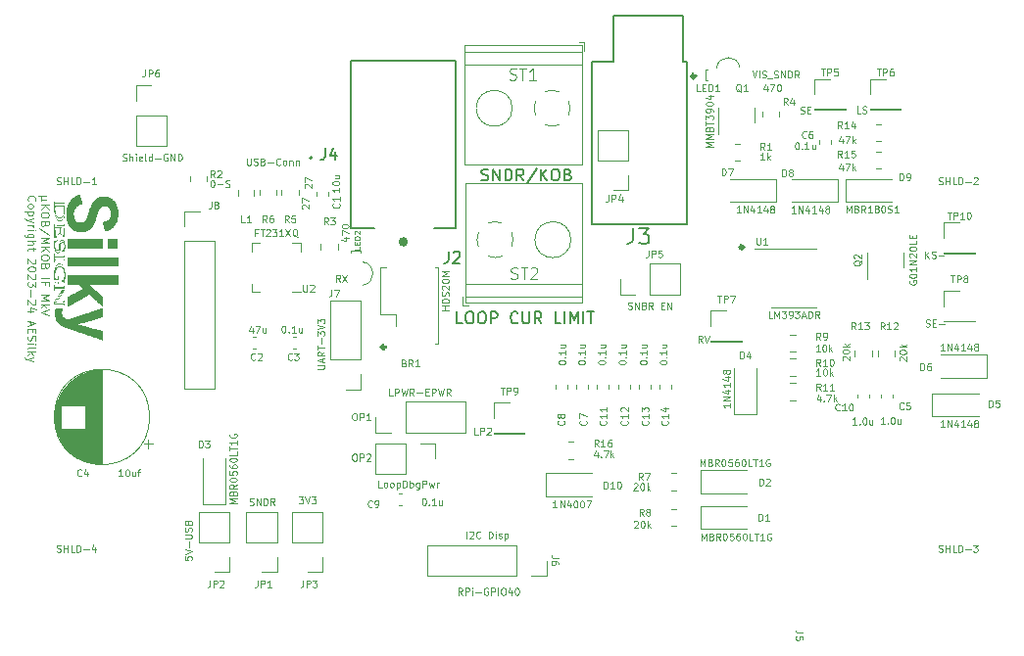
<source format=gbr>
%TF.GenerationSoftware,KiCad,Pcbnew,7.0.2*%
%TF.CreationDate,2024-08-07T09:48:01-07:00*%
%TF.ProjectId,MK-KS-MkV,4d4b2d4b-532d-44d6-9b56-2e6b69636164,1.0*%
%TF.SameCoordinates,PX3a67068PY5e08f30*%
%TF.FileFunction,Legend,Top*%
%TF.FilePolarity,Positive*%
%FSLAX46Y46*%
G04 Gerber Fmt 4.6, Leading zero omitted, Abs format (unit mm)*
G04 Created by KiCad (PCBNEW 7.0.2) date 2024-08-07 09:48:01*
%MOMM*%
%LPD*%
G01*
G04 APERTURE LIST*
%ADD10C,0.326632*%
%ADD11C,0.087500*%
%ADD12C,0.150000*%
%ADD13C,0.080000*%
%ADD14C,0.100000*%
%ADD15C,0.200000*%
%ADD16C,0.120000*%
%ADD17C,0.127000*%
%ADD18C,0.400000*%
%ADD19C,0.346985*%
%ADD20C,0.340000*%
G04 APERTURE END LIST*
D10*
X66536316Y-18407000D02*
G75*
G03*
X66536316Y-18407000I-163316J0D01*
G01*
D11*
X6283333Y-14005666D02*
X5583333Y-14005666D01*
X5916666Y-14339000D02*
X5850000Y-14372333D01*
X5850000Y-14372333D02*
X5816666Y-14439000D01*
X5916666Y-14005666D02*
X5850000Y-14039000D01*
X5850000Y-14039000D02*
X5816666Y-14105666D01*
X5816666Y-14105666D02*
X5816666Y-14239000D01*
X5816666Y-14239000D02*
X5850000Y-14305666D01*
X5850000Y-14305666D02*
X5916666Y-14339000D01*
X5916666Y-14339000D02*
X6283333Y-14339000D01*
X5816666Y-14738999D02*
X6516666Y-14738999D01*
X5816666Y-15138999D02*
X6216666Y-14838999D01*
X6516666Y-15138999D02*
X6116666Y-14738999D01*
X6516666Y-15572333D02*
X6516666Y-15705666D01*
X6516666Y-15705666D02*
X6483333Y-15772333D01*
X6483333Y-15772333D02*
X6416666Y-15838999D01*
X6416666Y-15838999D02*
X6283333Y-15872333D01*
X6283333Y-15872333D02*
X6050000Y-15872333D01*
X6050000Y-15872333D02*
X5916666Y-15838999D01*
X5916666Y-15838999D02*
X5850000Y-15772333D01*
X5850000Y-15772333D02*
X5816666Y-15705666D01*
X5816666Y-15705666D02*
X5816666Y-15572333D01*
X5816666Y-15572333D02*
X5850000Y-15505666D01*
X5850000Y-15505666D02*
X5916666Y-15438999D01*
X5916666Y-15438999D02*
X6050000Y-15405666D01*
X6050000Y-15405666D02*
X6283333Y-15405666D01*
X6283333Y-15405666D02*
X6416666Y-15438999D01*
X6416666Y-15438999D02*
X6483333Y-15505666D01*
X6483333Y-15505666D02*
X6516666Y-15572333D01*
X6183333Y-16405666D02*
X6150000Y-16505666D01*
X6150000Y-16505666D02*
X6116666Y-16538999D01*
X6116666Y-16538999D02*
X6050000Y-16572332D01*
X6050000Y-16572332D02*
X5950000Y-16572332D01*
X5950000Y-16572332D02*
X5883333Y-16538999D01*
X5883333Y-16538999D02*
X5850000Y-16505666D01*
X5850000Y-16505666D02*
X5816666Y-16438999D01*
X5816666Y-16438999D02*
X5816666Y-16172332D01*
X5816666Y-16172332D02*
X6516666Y-16172332D01*
X6516666Y-16172332D02*
X6516666Y-16405666D01*
X6516666Y-16405666D02*
X6483333Y-16472332D01*
X6483333Y-16472332D02*
X6450000Y-16505666D01*
X6450000Y-16505666D02*
X6383333Y-16538999D01*
X6383333Y-16538999D02*
X6316666Y-16538999D01*
X6316666Y-16538999D02*
X6250000Y-16505666D01*
X6250000Y-16505666D02*
X6216666Y-16472332D01*
X6216666Y-16472332D02*
X6183333Y-16405666D01*
X6183333Y-16405666D02*
X6183333Y-16172332D01*
X6550000Y-17372332D02*
X5650000Y-16772332D01*
X5816666Y-17605665D02*
X6516666Y-17605665D01*
X6516666Y-17605665D02*
X6016666Y-17838999D01*
X6016666Y-17838999D02*
X6516666Y-18072332D01*
X6516666Y-18072332D02*
X5816666Y-18072332D01*
X5816666Y-18405665D02*
X6516666Y-18405665D01*
X5816666Y-18805665D02*
X6216666Y-18505665D01*
X6516666Y-18805665D02*
X6116666Y-18405665D01*
X6516666Y-19238999D02*
X6516666Y-19372332D01*
X6516666Y-19372332D02*
X6483333Y-19438999D01*
X6483333Y-19438999D02*
X6416666Y-19505665D01*
X6416666Y-19505665D02*
X6283333Y-19538999D01*
X6283333Y-19538999D02*
X6050000Y-19538999D01*
X6050000Y-19538999D02*
X5916666Y-19505665D01*
X5916666Y-19505665D02*
X5850000Y-19438999D01*
X5850000Y-19438999D02*
X5816666Y-19372332D01*
X5816666Y-19372332D02*
X5816666Y-19238999D01*
X5816666Y-19238999D02*
X5850000Y-19172332D01*
X5850000Y-19172332D02*
X5916666Y-19105665D01*
X5916666Y-19105665D02*
X6050000Y-19072332D01*
X6050000Y-19072332D02*
X6283333Y-19072332D01*
X6283333Y-19072332D02*
X6416666Y-19105665D01*
X6416666Y-19105665D02*
X6483333Y-19172332D01*
X6483333Y-19172332D02*
X6516666Y-19238999D01*
X6183333Y-20072332D02*
X6150000Y-20172332D01*
X6150000Y-20172332D02*
X6116666Y-20205665D01*
X6116666Y-20205665D02*
X6050000Y-20238998D01*
X6050000Y-20238998D02*
X5950000Y-20238998D01*
X5950000Y-20238998D02*
X5883333Y-20205665D01*
X5883333Y-20205665D02*
X5850000Y-20172332D01*
X5850000Y-20172332D02*
X5816666Y-20105665D01*
X5816666Y-20105665D02*
X5816666Y-19838998D01*
X5816666Y-19838998D02*
X6516666Y-19838998D01*
X6516666Y-19838998D02*
X6516666Y-20072332D01*
X6516666Y-20072332D02*
X6483333Y-20138998D01*
X6483333Y-20138998D02*
X6450000Y-20172332D01*
X6450000Y-20172332D02*
X6383333Y-20205665D01*
X6383333Y-20205665D02*
X6316666Y-20205665D01*
X6316666Y-20205665D02*
X6250000Y-20172332D01*
X6250000Y-20172332D02*
X6216666Y-20138998D01*
X6216666Y-20138998D02*
X6183333Y-20072332D01*
X6183333Y-20072332D02*
X6183333Y-19838998D01*
X5816666Y-21072331D02*
X6516666Y-21072331D01*
X6183333Y-21638998D02*
X6183333Y-21405664D01*
X5816666Y-21405664D02*
X6516666Y-21405664D01*
X6516666Y-21405664D02*
X6516666Y-21738998D01*
X5816666Y-22538997D02*
X6516666Y-22538997D01*
X6516666Y-22538997D02*
X6016666Y-22772331D01*
X6016666Y-22772331D02*
X6516666Y-23005664D01*
X6516666Y-23005664D02*
X5816666Y-23005664D01*
X5816666Y-23338997D02*
X6516666Y-23338997D01*
X6083333Y-23405664D02*
X5816666Y-23605664D01*
X6283333Y-23605664D02*
X6016666Y-23338997D01*
X6516666Y-23805664D02*
X5816666Y-24038998D01*
X5816666Y-24038998D02*
X6516666Y-24272331D01*
X4749333Y-14405666D02*
X4716000Y-14372333D01*
X4716000Y-14372333D02*
X4682666Y-14272333D01*
X4682666Y-14272333D02*
X4682666Y-14205666D01*
X4682666Y-14205666D02*
X4716000Y-14105666D01*
X4716000Y-14105666D02*
X4782666Y-14039000D01*
X4782666Y-14039000D02*
X4849333Y-14005666D01*
X4849333Y-14005666D02*
X4982666Y-13972333D01*
X4982666Y-13972333D02*
X5082666Y-13972333D01*
X5082666Y-13972333D02*
X5216000Y-14005666D01*
X5216000Y-14005666D02*
X5282666Y-14039000D01*
X5282666Y-14039000D02*
X5349333Y-14105666D01*
X5349333Y-14105666D02*
X5382666Y-14205666D01*
X5382666Y-14205666D02*
X5382666Y-14272333D01*
X5382666Y-14272333D02*
X5349333Y-14372333D01*
X5349333Y-14372333D02*
X5316000Y-14405666D01*
X4682666Y-14805666D02*
X4716000Y-14739000D01*
X4716000Y-14739000D02*
X4749333Y-14705666D01*
X4749333Y-14705666D02*
X4816000Y-14672333D01*
X4816000Y-14672333D02*
X5016000Y-14672333D01*
X5016000Y-14672333D02*
X5082666Y-14705666D01*
X5082666Y-14705666D02*
X5116000Y-14739000D01*
X5116000Y-14739000D02*
X5149333Y-14805666D01*
X5149333Y-14805666D02*
X5149333Y-14905666D01*
X5149333Y-14905666D02*
X5116000Y-14972333D01*
X5116000Y-14972333D02*
X5082666Y-15005666D01*
X5082666Y-15005666D02*
X5016000Y-15039000D01*
X5016000Y-15039000D02*
X4816000Y-15039000D01*
X4816000Y-15039000D02*
X4749333Y-15005666D01*
X4749333Y-15005666D02*
X4716000Y-14972333D01*
X4716000Y-14972333D02*
X4682666Y-14905666D01*
X4682666Y-14905666D02*
X4682666Y-14805666D01*
X5149333Y-15338999D02*
X4449333Y-15338999D01*
X5116000Y-15338999D02*
X5149333Y-15405666D01*
X5149333Y-15405666D02*
X5149333Y-15538999D01*
X5149333Y-15538999D02*
X5116000Y-15605666D01*
X5116000Y-15605666D02*
X5082666Y-15638999D01*
X5082666Y-15638999D02*
X5016000Y-15672333D01*
X5016000Y-15672333D02*
X4816000Y-15672333D01*
X4816000Y-15672333D02*
X4749333Y-15638999D01*
X4749333Y-15638999D02*
X4716000Y-15605666D01*
X4716000Y-15605666D02*
X4682666Y-15538999D01*
X4682666Y-15538999D02*
X4682666Y-15405666D01*
X4682666Y-15405666D02*
X4716000Y-15338999D01*
X5149333Y-15905666D02*
X4682666Y-16072332D01*
X5149333Y-16238999D02*
X4682666Y-16072332D01*
X4682666Y-16072332D02*
X4516000Y-16005666D01*
X4516000Y-16005666D02*
X4482666Y-15972332D01*
X4482666Y-15972332D02*
X4449333Y-15905666D01*
X4682666Y-16505665D02*
X5149333Y-16505665D01*
X5016000Y-16505665D02*
X5082666Y-16538999D01*
X5082666Y-16538999D02*
X5116000Y-16572332D01*
X5116000Y-16572332D02*
X5149333Y-16638999D01*
X5149333Y-16638999D02*
X5149333Y-16705665D01*
X4682666Y-16938998D02*
X5149333Y-16938998D01*
X5382666Y-16938998D02*
X5349333Y-16905665D01*
X5349333Y-16905665D02*
X5316000Y-16938998D01*
X5316000Y-16938998D02*
X5349333Y-16972332D01*
X5349333Y-16972332D02*
X5382666Y-16938998D01*
X5382666Y-16938998D02*
X5316000Y-16938998D01*
X5149333Y-17572331D02*
X4582666Y-17572331D01*
X4582666Y-17572331D02*
X4516000Y-17538998D01*
X4516000Y-17538998D02*
X4482666Y-17505665D01*
X4482666Y-17505665D02*
X4449333Y-17438998D01*
X4449333Y-17438998D02*
X4449333Y-17338998D01*
X4449333Y-17338998D02*
X4482666Y-17272331D01*
X4716000Y-17572331D02*
X4682666Y-17505665D01*
X4682666Y-17505665D02*
X4682666Y-17372331D01*
X4682666Y-17372331D02*
X4716000Y-17305665D01*
X4716000Y-17305665D02*
X4749333Y-17272331D01*
X4749333Y-17272331D02*
X4816000Y-17238998D01*
X4816000Y-17238998D02*
X5016000Y-17238998D01*
X5016000Y-17238998D02*
X5082666Y-17272331D01*
X5082666Y-17272331D02*
X5116000Y-17305665D01*
X5116000Y-17305665D02*
X5149333Y-17372331D01*
X5149333Y-17372331D02*
X5149333Y-17505665D01*
X5149333Y-17505665D02*
X5116000Y-17572331D01*
X4682666Y-17905664D02*
X5382666Y-17905664D01*
X4682666Y-18205664D02*
X5049333Y-18205664D01*
X5049333Y-18205664D02*
X5116000Y-18172331D01*
X5116000Y-18172331D02*
X5149333Y-18105664D01*
X5149333Y-18105664D02*
X5149333Y-18005664D01*
X5149333Y-18005664D02*
X5116000Y-17938998D01*
X5116000Y-17938998D02*
X5082666Y-17905664D01*
X5149333Y-18438997D02*
X5149333Y-18705664D01*
X5382666Y-18538997D02*
X4782666Y-18538997D01*
X4782666Y-18538997D02*
X4716000Y-18572331D01*
X4716000Y-18572331D02*
X4682666Y-18638997D01*
X4682666Y-18638997D02*
X4682666Y-18705664D01*
X5316000Y-19438997D02*
X5349333Y-19472330D01*
X5349333Y-19472330D02*
X5382666Y-19538997D01*
X5382666Y-19538997D02*
X5382666Y-19705664D01*
X5382666Y-19705664D02*
X5349333Y-19772330D01*
X5349333Y-19772330D02*
X5316000Y-19805664D01*
X5316000Y-19805664D02*
X5249333Y-19838997D01*
X5249333Y-19838997D02*
X5182666Y-19838997D01*
X5182666Y-19838997D02*
X5082666Y-19805664D01*
X5082666Y-19805664D02*
X4682666Y-19405664D01*
X4682666Y-19405664D02*
X4682666Y-19838997D01*
X5382666Y-20272331D02*
X5382666Y-20338997D01*
X5382666Y-20338997D02*
X5349333Y-20405664D01*
X5349333Y-20405664D02*
X5316000Y-20438997D01*
X5316000Y-20438997D02*
X5249333Y-20472331D01*
X5249333Y-20472331D02*
X5116000Y-20505664D01*
X5116000Y-20505664D02*
X4949333Y-20505664D01*
X4949333Y-20505664D02*
X4816000Y-20472331D01*
X4816000Y-20472331D02*
X4749333Y-20438997D01*
X4749333Y-20438997D02*
X4716000Y-20405664D01*
X4716000Y-20405664D02*
X4682666Y-20338997D01*
X4682666Y-20338997D02*
X4682666Y-20272331D01*
X4682666Y-20272331D02*
X4716000Y-20205664D01*
X4716000Y-20205664D02*
X4749333Y-20172331D01*
X4749333Y-20172331D02*
X4816000Y-20138997D01*
X4816000Y-20138997D02*
X4949333Y-20105664D01*
X4949333Y-20105664D02*
X5116000Y-20105664D01*
X5116000Y-20105664D02*
X5249333Y-20138997D01*
X5249333Y-20138997D02*
X5316000Y-20172331D01*
X5316000Y-20172331D02*
X5349333Y-20205664D01*
X5349333Y-20205664D02*
X5382666Y-20272331D01*
X5316000Y-20772331D02*
X5349333Y-20805664D01*
X5349333Y-20805664D02*
X5382666Y-20872331D01*
X5382666Y-20872331D02*
X5382666Y-21038998D01*
X5382666Y-21038998D02*
X5349333Y-21105664D01*
X5349333Y-21105664D02*
X5316000Y-21138998D01*
X5316000Y-21138998D02*
X5249333Y-21172331D01*
X5249333Y-21172331D02*
X5182666Y-21172331D01*
X5182666Y-21172331D02*
X5082666Y-21138998D01*
X5082666Y-21138998D02*
X4682666Y-20738998D01*
X4682666Y-20738998D02*
X4682666Y-21172331D01*
X5382666Y-21405665D02*
X5382666Y-21838998D01*
X5382666Y-21838998D02*
X5116000Y-21605665D01*
X5116000Y-21605665D02*
X5116000Y-21705665D01*
X5116000Y-21705665D02*
X5082666Y-21772331D01*
X5082666Y-21772331D02*
X5049333Y-21805665D01*
X5049333Y-21805665D02*
X4982666Y-21838998D01*
X4982666Y-21838998D02*
X4816000Y-21838998D01*
X4816000Y-21838998D02*
X4749333Y-21805665D01*
X4749333Y-21805665D02*
X4716000Y-21772331D01*
X4716000Y-21772331D02*
X4682666Y-21705665D01*
X4682666Y-21705665D02*
X4682666Y-21505665D01*
X4682666Y-21505665D02*
X4716000Y-21438998D01*
X4716000Y-21438998D02*
X4749333Y-21405665D01*
X4949333Y-22138998D02*
X4949333Y-22672332D01*
X5316000Y-22972332D02*
X5349333Y-23005665D01*
X5349333Y-23005665D02*
X5382666Y-23072332D01*
X5382666Y-23072332D02*
X5382666Y-23238999D01*
X5382666Y-23238999D02*
X5349333Y-23305665D01*
X5349333Y-23305665D02*
X5316000Y-23338999D01*
X5316000Y-23338999D02*
X5249333Y-23372332D01*
X5249333Y-23372332D02*
X5182666Y-23372332D01*
X5182666Y-23372332D02*
X5082666Y-23338999D01*
X5082666Y-23338999D02*
X4682666Y-22938999D01*
X4682666Y-22938999D02*
X4682666Y-23372332D01*
X5149333Y-23972332D02*
X4682666Y-23972332D01*
X5416000Y-23805666D02*
X4916000Y-23638999D01*
X4916000Y-23638999D02*
X4916000Y-24072332D01*
X4882666Y-24838999D02*
X4882666Y-25172332D01*
X4682666Y-24772332D02*
X5382666Y-25005666D01*
X5382666Y-25005666D02*
X4682666Y-25238999D01*
X5049333Y-25472332D02*
X5049333Y-25705666D01*
X4682666Y-25805666D02*
X4682666Y-25472332D01*
X4682666Y-25472332D02*
X5382666Y-25472332D01*
X5382666Y-25472332D02*
X5382666Y-25805666D01*
X4716000Y-26072332D02*
X4682666Y-26172332D01*
X4682666Y-26172332D02*
X4682666Y-26338999D01*
X4682666Y-26338999D02*
X4716000Y-26405665D01*
X4716000Y-26405665D02*
X4749333Y-26438999D01*
X4749333Y-26438999D02*
X4816000Y-26472332D01*
X4816000Y-26472332D02*
X4882666Y-26472332D01*
X4882666Y-26472332D02*
X4949333Y-26438999D01*
X4949333Y-26438999D02*
X4982666Y-26405665D01*
X4982666Y-26405665D02*
X5016000Y-26338999D01*
X5016000Y-26338999D02*
X5049333Y-26205665D01*
X5049333Y-26205665D02*
X5082666Y-26138999D01*
X5082666Y-26138999D02*
X5116000Y-26105665D01*
X5116000Y-26105665D02*
X5182666Y-26072332D01*
X5182666Y-26072332D02*
X5249333Y-26072332D01*
X5249333Y-26072332D02*
X5316000Y-26105665D01*
X5316000Y-26105665D02*
X5349333Y-26138999D01*
X5349333Y-26138999D02*
X5382666Y-26205665D01*
X5382666Y-26205665D02*
X5382666Y-26372332D01*
X5382666Y-26372332D02*
X5349333Y-26472332D01*
X4682666Y-26772332D02*
X5149333Y-26772332D01*
X5382666Y-26772332D02*
X5349333Y-26738999D01*
X5349333Y-26738999D02*
X5316000Y-26772332D01*
X5316000Y-26772332D02*
X5349333Y-26805666D01*
X5349333Y-26805666D02*
X5382666Y-26772332D01*
X5382666Y-26772332D02*
X5316000Y-26772332D01*
X4682666Y-27205665D02*
X4716000Y-27138999D01*
X4716000Y-27138999D02*
X4782666Y-27105665D01*
X4782666Y-27105665D02*
X5382666Y-27105665D01*
X4682666Y-27472332D02*
X5382666Y-27472332D01*
X4949333Y-27538999D02*
X4682666Y-27738999D01*
X5149333Y-27738999D02*
X4882666Y-27472332D01*
X5149333Y-27972333D02*
X4682666Y-28138999D01*
X5149333Y-28305666D02*
X4682666Y-28138999D01*
X4682666Y-28138999D02*
X4516000Y-28072333D01*
X4516000Y-28072333D02*
X4482666Y-28038999D01*
X4482666Y-28038999D02*
X4449333Y-27972333D01*
D12*
%TO.C,J4*%
X30390666Y-9856619D02*
X30390666Y-10570904D01*
X30390666Y-10570904D02*
X30343047Y-10713761D01*
X30343047Y-10713761D02*
X30247809Y-10809000D01*
X30247809Y-10809000D02*
X30104952Y-10856619D01*
X30104952Y-10856619D02*
X30009714Y-10856619D01*
X31295428Y-10189952D02*
X31295428Y-10856619D01*
X31057333Y-9809000D02*
X30819238Y-10523285D01*
X30819238Y-10523285D02*
X31438285Y-10523285D01*
D13*
X23629143Y-10715571D02*
X23629143Y-11201285D01*
X23629143Y-11201285D02*
X23657714Y-11258428D01*
X23657714Y-11258428D02*
X23686286Y-11287000D01*
X23686286Y-11287000D02*
X23743428Y-11315571D01*
X23743428Y-11315571D02*
X23857714Y-11315571D01*
X23857714Y-11315571D02*
X23914857Y-11287000D01*
X23914857Y-11287000D02*
X23943428Y-11258428D01*
X23943428Y-11258428D02*
X23972000Y-11201285D01*
X23972000Y-11201285D02*
X23972000Y-10715571D01*
X24229142Y-11287000D02*
X24314857Y-11315571D01*
X24314857Y-11315571D02*
X24457714Y-11315571D01*
X24457714Y-11315571D02*
X24514857Y-11287000D01*
X24514857Y-11287000D02*
X24543428Y-11258428D01*
X24543428Y-11258428D02*
X24571999Y-11201285D01*
X24571999Y-11201285D02*
X24571999Y-11144142D01*
X24571999Y-11144142D02*
X24543428Y-11087000D01*
X24543428Y-11087000D02*
X24514857Y-11058428D01*
X24514857Y-11058428D02*
X24457714Y-11029857D01*
X24457714Y-11029857D02*
X24343428Y-11001285D01*
X24343428Y-11001285D02*
X24286285Y-10972714D01*
X24286285Y-10972714D02*
X24257714Y-10944142D01*
X24257714Y-10944142D02*
X24229142Y-10887000D01*
X24229142Y-10887000D02*
X24229142Y-10829857D01*
X24229142Y-10829857D02*
X24257714Y-10772714D01*
X24257714Y-10772714D02*
X24286285Y-10744142D01*
X24286285Y-10744142D02*
X24343428Y-10715571D01*
X24343428Y-10715571D02*
X24486285Y-10715571D01*
X24486285Y-10715571D02*
X24571999Y-10744142D01*
X25029143Y-11001285D02*
X25114857Y-11029857D01*
X25114857Y-11029857D02*
X25143428Y-11058428D01*
X25143428Y-11058428D02*
X25172000Y-11115571D01*
X25172000Y-11115571D02*
X25172000Y-11201285D01*
X25172000Y-11201285D02*
X25143428Y-11258428D01*
X25143428Y-11258428D02*
X25114857Y-11287000D01*
X25114857Y-11287000D02*
X25057714Y-11315571D01*
X25057714Y-11315571D02*
X24829143Y-11315571D01*
X24829143Y-11315571D02*
X24829143Y-10715571D01*
X24829143Y-10715571D02*
X25029143Y-10715571D01*
X25029143Y-10715571D02*
X25086286Y-10744142D01*
X25086286Y-10744142D02*
X25114857Y-10772714D01*
X25114857Y-10772714D02*
X25143428Y-10829857D01*
X25143428Y-10829857D02*
X25143428Y-10887000D01*
X25143428Y-10887000D02*
X25114857Y-10944142D01*
X25114857Y-10944142D02*
X25086286Y-10972714D01*
X25086286Y-10972714D02*
X25029143Y-11001285D01*
X25029143Y-11001285D02*
X24829143Y-11001285D01*
X25429143Y-11087000D02*
X25886286Y-11087000D01*
X26514857Y-11258428D02*
X26486285Y-11287000D01*
X26486285Y-11287000D02*
X26400571Y-11315571D01*
X26400571Y-11315571D02*
X26343428Y-11315571D01*
X26343428Y-11315571D02*
X26257714Y-11287000D01*
X26257714Y-11287000D02*
X26200571Y-11229857D01*
X26200571Y-11229857D02*
X26172000Y-11172714D01*
X26172000Y-11172714D02*
X26143428Y-11058428D01*
X26143428Y-11058428D02*
X26143428Y-10972714D01*
X26143428Y-10972714D02*
X26172000Y-10858428D01*
X26172000Y-10858428D02*
X26200571Y-10801285D01*
X26200571Y-10801285D02*
X26257714Y-10744142D01*
X26257714Y-10744142D02*
X26343428Y-10715571D01*
X26343428Y-10715571D02*
X26400571Y-10715571D01*
X26400571Y-10715571D02*
X26486285Y-10744142D01*
X26486285Y-10744142D02*
X26514857Y-10772714D01*
X26857714Y-11315571D02*
X26800571Y-11287000D01*
X26800571Y-11287000D02*
X26772000Y-11258428D01*
X26772000Y-11258428D02*
X26743428Y-11201285D01*
X26743428Y-11201285D02*
X26743428Y-11029857D01*
X26743428Y-11029857D02*
X26772000Y-10972714D01*
X26772000Y-10972714D02*
X26800571Y-10944142D01*
X26800571Y-10944142D02*
X26857714Y-10915571D01*
X26857714Y-10915571D02*
X26943428Y-10915571D01*
X26943428Y-10915571D02*
X27000571Y-10944142D01*
X27000571Y-10944142D02*
X27029143Y-10972714D01*
X27029143Y-10972714D02*
X27057714Y-11029857D01*
X27057714Y-11029857D02*
X27057714Y-11201285D01*
X27057714Y-11201285D02*
X27029143Y-11258428D01*
X27029143Y-11258428D02*
X27000571Y-11287000D01*
X27000571Y-11287000D02*
X26943428Y-11315571D01*
X26943428Y-11315571D02*
X26857714Y-11315571D01*
X27314857Y-10915571D02*
X27314857Y-11315571D01*
X27314857Y-10972714D02*
X27343428Y-10944142D01*
X27343428Y-10944142D02*
X27400571Y-10915571D01*
X27400571Y-10915571D02*
X27486285Y-10915571D01*
X27486285Y-10915571D02*
X27543428Y-10944142D01*
X27543428Y-10944142D02*
X27572000Y-11001285D01*
X27572000Y-11001285D02*
X27572000Y-11315571D01*
X27857714Y-10915571D02*
X27857714Y-11315571D01*
X27857714Y-10972714D02*
X27886285Y-10944142D01*
X27886285Y-10944142D02*
X27943428Y-10915571D01*
X27943428Y-10915571D02*
X28029142Y-10915571D01*
X28029142Y-10915571D02*
X28086285Y-10944142D01*
X28086285Y-10944142D02*
X28114857Y-11001285D01*
X28114857Y-11001285D02*
X28114857Y-11315571D01*
%TO.C,OP1*%
X32877142Y-32781571D02*
X32991428Y-32781571D01*
X32991428Y-32781571D02*
X33048571Y-32810142D01*
X33048571Y-32810142D02*
X33105714Y-32867285D01*
X33105714Y-32867285D02*
X33134285Y-32981571D01*
X33134285Y-32981571D02*
X33134285Y-33181571D01*
X33134285Y-33181571D02*
X33105714Y-33295857D01*
X33105714Y-33295857D02*
X33048571Y-33353000D01*
X33048571Y-33353000D02*
X32991428Y-33381571D01*
X32991428Y-33381571D02*
X32877142Y-33381571D01*
X32877142Y-33381571D02*
X32820000Y-33353000D01*
X32820000Y-33353000D02*
X32762857Y-33295857D01*
X32762857Y-33295857D02*
X32734285Y-33181571D01*
X32734285Y-33181571D02*
X32734285Y-32981571D01*
X32734285Y-32981571D02*
X32762857Y-32867285D01*
X32762857Y-32867285D02*
X32820000Y-32810142D01*
X32820000Y-32810142D02*
X32877142Y-32781571D01*
X33391428Y-33381571D02*
X33391428Y-32781571D01*
X33391428Y-32781571D02*
X33619999Y-32781571D01*
X33619999Y-32781571D02*
X33677142Y-32810142D01*
X33677142Y-32810142D02*
X33705713Y-32838714D01*
X33705713Y-32838714D02*
X33734285Y-32895857D01*
X33734285Y-32895857D02*
X33734285Y-32981571D01*
X33734285Y-32981571D02*
X33705713Y-33038714D01*
X33705713Y-33038714D02*
X33677142Y-33067285D01*
X33677142Y-33067285D02*
X33619999Y-33095857D01*
X33619999Y-33095857D02*
X33391428Y-33095857D01*
X34305713Y-33381571D02*
X33962856Y-33381571D01*
X34134285Y-33381571D02*
X34134285Y-32781571D01*
X34134285Y-32781571D02*
X34077142Y-32867285D01*
X34077142Y-32867285D02*
X34019999Y-32924428D01*
X34019999Y-32924428D02*
X33962856Y-32953000D01*
X36227143Y-31247571D02*
X35941429Y-31247571D01*
X35941429Y-31247571D02*
X35941429Y-30647571D01*
X36427143Y-31247571D02*
X36427143Y-30647571D01*
X36427143Y-30647571D02*
X36655714Y-30647571D01*
X36655714Y-30647571D02*
X36712857Y-30676142D01*
X36712857Y-30676142D02*
X36741428Y-30704714D01*
X36741428Y-30704714D02*
X36770000Y-30761857D01*
X36770000Y-30761857D02*
X36770000Y-30847571D01*
X36770000Y-30847571D02*
X36741428Y-30904714D01*
X36741428Y-30904714D02*
X36712857Y-30933285D01*
X36712857Y-30933285D02*
X36655714Y-30961857D01*
X36655714Y-30961857D02*
X36427143Y-30961857D01*
X36970000Y-30647571D02*
X37112857Y-31247571D01*
X37112857Y-31247571D02*
X37227143Y-30819000D01*
X37227143Y-30819000D02*
X37341428Y-31247571D01*
X37341428Y-31247571D02*
X37484286Y-30647571D01*
X38055714Y-31247571D02*
X37855714Y-30961857D01*
X37712857Y-31247571D02*
X37712857Y-30647571D01*
X37712857Y-30647571D02*
X37941428Y-30647571D01*
X37941428Y-30647571D02*
X37998571Y-30676142D01*
X37998571Y-30676142D02*
X38027142Y-30704714D01*
X38027142Y-30704714D02*
X38055714Y-30761857D01*
X38055714Y-30761857D02*
X38055714Y-30847571D01*
X38055714Y-30847571D02*
X38027142Y-30904714D01*
X38027142Y-30904714D02*
X37998571Y-30933285D01*
X37998571Y-30933285D02*
X37941428Y-30961857D01*
X37941428Y-30961857D02*
X37712857Y-30961857D01*
X38312857Y-31019000D02*
X38770000Y-31019000D01*
X39055714Y-30933285D02*
X39255714Y-30933285D01*
X39341428Y-31247571D02*
X39055714Y-31247571D01*
X39055714Y-31247571D02*
X39055714Y-30647571D01*
X39055714Y-30647571D02*
X39341428Y-30647571D01*
X39598571Y-31247571D02*
X39598571Y-30647571D01*
X39598571Y-30647571D02*
X39827142Y-30647571D01*
X39827142Y-30647571D02*
X39884285Y-30676142D01*
X39884285Y-30676142D02*
X39912856Y-30704714D01*
X39912856Y-30704714D02*
X39941428Y-30761857D01*
X39941428Y-30761857D02*
X39941428Y-30847571D01*
X39941428Y-30847571D02*
X39912856Y-30904714D01*
X39912856Y-30904714D02*
X39884285Y-30933285D01*
X39884285Y-30933285D02*
X39827142Y-30961857D01*
X39827142Y-30961857D02*
X39598571Y-30961857D01*
X40141428Y-30647571D02*
X40284285Y-31247571D01*
X40284285Y-31247571D02*
X40398571Y-30819000D01*
X40398571Y-30819000D02*
X40512856Y-31247571D01*
X40512856Y-31247571D02*
X40655714Y-30647571D01*
X41227142Y-31247571D02*
X41027142Y-30961857D01*
X40884285Y-31247571D02*
X40884285Y-30647571D01*
X40884285Y-30647571D02*
X41112856Y-30647571D01*
X41112856Y-30647571D02*
X41169999Y-30676142D01*
X41169999Y-30676142D02*
X41198570Y-30704714D01*
X41198570Y-30704714D02*
X41227142Y-30761857D01*
X41227142Y-30761857D02*
X41227142Y-30847571D01*
X41227142Y-30847571D02*
X41198570Y-30904714D01*
X41198570Y-30904714D02*
X41169999Y-30933285D01*
X41169999Y-30933285D02*
X41112856Y-30961857D01*
X41112856Y-30961857D02*
X40884285Y-30961857D01*
%TO.C,R2*%
X20848000Y-12375571D02*
X20648000Y-12089857D01*
X20505143Y-12375571D02*
X20505143Y-11775571D01*
X20505143Y-11775571D02*
X20733714Y-11775571D01*
X20733714Y-11775571D02*
X20790857Y-11804142D01*
X20790857Y-11804142D02*
X20819428Y-11832714D01*
X20819428Y-11832714D02*
X20848000Y-11889857D01*
X20848000Y-11889857D02*
X20848000Y-11975571D01*
X20848000Y-11975571D02*
X20819428Y-12032714D01*
X20819428Y-12032714D02*
X20790857Y-12061285D01*
X20790857Y-12061285D02*
X20733714Y-12089857D01*
X20733714Y-12089857D02*
X20505143Y-12089857D01*
X21076571Y-11832714D02*
X21105143Y-11804142D01*
X21105143Y-11804142D02*
X21162286Y-11775571D01*
X21162286Y-11775571D02*
X21305143Y-11775571D01*
X21305143Y-11775571D02*
X21362286Y-11804142D01*
X21362286Y-11804142D02*
X21390857Y-11832714D01*
X21390857Y-11832714D02*
X21419428Y-11889857D01*
X21419428Y-11889857D02*
X21419428Y-11947000D01*
X21419428Y-11947000D02*
X21390857Y-12032714D01*
X21390857Y-12032714D02*
X21048000Y-12375571D01*
X21048000Y-12375571D02*
X21419428Y-12375571D01*
X20616285Y-12609571D02*
X20673428Y-12609571D01*
X20673428Y-12609571D02*
X20730571Y-12638142D01*
X20730571Y-12638142D02*
X20759143Y-12666714D01*
X20759143Y-12666714D02*
X20787714Y-12723857D01*
X20787714Y-12723857D02*
X20816285Y-12838142D01*
X20816285Y-12838142D02*
X20816285Y-12981000D01*
X20816285Y-12981000D02*
X20787714Y-13095285D01*
X20787714Y-13095285D02*
X20759143Y-13152428D01*
X20759143Y-13152428D02*
X20730571Y-13181000D01*
X20730571Y-13181000D02*
X20673428Y-13209571D01*
X20673428Y-13209571D02*
X20616285Y-13209571D01*
X20616285Y-13209571D02*
X20559143Y-13181000D01*
X20559143Y-13181000D02*
X20530571Y-13152428D01*
X20530571Y-13152428D02*
X20502000Y-13095285D01*
X20502000Y-13095285D02*
X20473428Y-12981000D01*
X20473428Y-12981000D02*
X20473428Y-12838142D01*
X20473428Y-12838142D02*
X20502000Y-12723857D01*
X20502000Y-12723857D02*
X20530571Y-12666714D01*
X20530571Y-12666714D02*
X20559143Y-12638142D01*
X20559143Y-12638142D02*
X20616285Y-12609571D01*
X21073429Y-12981000D02*
X21530572Y-12981000D01*
X21787714Y-13181000D02*
X21873429Y-13209571D01*
X21873429Y-13209571D02*
X22016286Y-13209571D01*
X22016286Y-13209571D02*
X22073429Y-13181000D01*
X22073429Y-13181000D02*
X22102000Y-13152428D01*
X22102000Y-13152428D02*
X22130571Y-13095285D01*
X22130571Y-13095285D02*
X22130571Y-13038142D01*
X22130571Y-13038142D02*
X22102000Y-12981000D01*
X22102000Y-12981000D02*
X22073429Y-12952428D01*
X22073429Y-12952428D02*
X22016286Y-12923857D01*
X22016286Y-12923857D02*
X21902000Y-12895285D01*
X21902000Y-12895285D02*
X21844857Y-12866714D01*
X21844857Y-12866714D02*
X21816286Y-12838142D01*
X21816286Y-12838142D02*
X21787714Y-12781000D01*
X21787714Y-12781000D02*
X21787714Y-12723857D01*
X21787714Y-12723857D02*
X21816286Y-12666714D01*
X21816286Y-12666714D02*
X21844857Y-12638142D01*
X21844857Y-12638142D02*
X21902000Y-12609571D01*
X21902000Y-12609571D02*
X22044857Y-12609571D01*
X22044857Y-12609571D02*
X22130571Y-12638142D01*
%TO.C,D4*%
X66246143Y-28027571D02*
X66246143Y-27427571D01*
X66246143Y-27427571D02*
X66389000Y-27427571D01*
X66389000Y-27427571D02*
X66474714Y-27456142D01*
X66474714Y-27456142D02*
X66531857Y-27513285D01*
X66531857Y-27513285D02*
X66560428Y-27570428D01*
X66560428Y-27570428D02*
X66589000Y-27684714D01*
X66589000Y-27684714D02*
X66589000Y-27770428D01*
X66589000Y-27770428D02*
X66560428Y-27884714D01*
X66560428Y-27884714D02*
X66531857Y-27941857D01*
X66531857Y-27941857D02*
X66474714Y-27999000D01*
X66474714Y-27999000D02*
X66389000Y-28027571D01*
X66389000Y-28027571D02*
X66246143Y-28027571D01*
X67103286Y-27627571D02*
X67103286Y-28027571D01*
X66960428Y-27399000D02*
X66817571Y-27827571D01*
X66817571Y-27827571D02*
X67189000Y-27827571D01*
X65362571Y-31939715D02*
X65362571Y-32282572D01*
X65362571Y-32111143D02*
X64762571Y-32111143D01*
X64762571Y-32111143D02*
X64848285Y-32168286D01*
X64848285Y-32168286D02*
X64905428Y-32225429D01*
X64905428Y-32225429D02*
X64934000Y-32282572D01*
X65362571Y-31682571D02*
X64762571Y-31682571D01*
X64762571Y-31682571D02*
X65362571Y-31339714D01*
X65362571Y-31339714D02*
X64762571Y-31339714D01*
X64962571Y-30796858D02*
X65362571Y-30796858D01*
X64734000Y-30939715D02*
X65162571Y-31082572D01*
X65162571Y-31082572D02*
X65162571Y-30711143D01*
X65362571Y-30168286D02*
X65362571Y-30511143D01*
X65362571Y-30339714D02*
X64762571Y-30339714D01*
X64762571Y-30339714D02*
X64848285Y-30396857D01*
X64848285Y-30396857D02*
X64905428Y-30454000D01*
X64905428Y-30454000D02*
X64934000Y-30511143D01*
X64962571Y-29654000D02*
X65362571Y-29654000D01*
X64734000Y-29796857D02*
X65162571Y-29939714D01*
X65162571Y-29939714D02*
X65162571Y-29568285D01*
X65019714Y-29253999D02*
X64991142Y-29311142D01*
X64991142Y-29311142D02*
X64962571Y-29339713D01*
X64962571Y-29339713D02*
X64905428Y-29368285D01*
X64905428Y-29368285D02*
X64876857Y-29368285D01*
X64876857Y-29368285D02*
X64819714Y-29339713D01*
X64819714Y-29339713D02*
X64791142Y-29311142D01*
X64791142Y-29311142D02*
X64762571Y-29253999D01*
X64762571Y-29253999D02*
X64762571Y-29139713D01*
X64762571Y-29139713D02*
X64791142Y-29082571D01*
X64791142Y-29082571D02*
X64819714Y-29053999D01*
X64819714Y-29053999D02*
X64876857Y-29025428D01*
X64876857Y-29025428D02*
X64905428Y-29025428D01*
X64905428Y-29025428D02*
X64962571Y-29053999D01*
X64962571Y-29053999D02*
X64991142Y-29082571D01*
X64991142Y-29082571D02*
X65019714Y-29139713D01*
X65019714Y-29139713D02*
X65019714Y-29253999D01*
X65019714Y-29253999D02*
X65048285Y-29311142D01*
X65048285Y-29311142D02*
X65076857Y-29339713D01*
X65076857Y-29339713D02*
X65134000Y-29368285D01*
X65134000Y-29368285D02*
X65248285Y-29368285D01*
X65248285Y-29368285D02*
X65305428Y-29339713D01*
X65305428Y-29339713D02*
X65334000Y-29311142D01*
X65334000Y-29311142D02*
X65362571Y-29253999D01*
X65362571Y-29253999D02*
X65362571Y-29139713D01*
X65362571Y-29139713D02*
X65334000Y-29082571D01*
X65334000Y-29082571D02*
X65305428Y-29053999D01*
X65305428Y-29053999D02*
X65248285Y-29025428D01*
X65248285Y-29025428D02*
X65134000Y-29025428D01*
X65134000Y-29025428D02*
X65076857Y-29053999D01*
X65076857Y-29053999D02*
X65048285Y-29082571D01*
X65048285Y-29082571D02*
X65019714Y-29139713D01*
%TO.C,TP7*%
X64288856Y-22570571D02*
X64631714Y-22570571D01*
X64460285Y-23170571D02*
X64460285Y-22570571D01*
X64831714Y-23170571D02*
X64831714Y-22570571D01*
X64831714Y-22570571D02*
X65060285Y-22570571D01*
X65060285Y-22570571D02*
X65117428Y-22599142D01*
X65117428Y-22599142D02*
X65145999Y-22627714D01*
X65145999Y-22627714D02*
X65174571Y-22684857D01*
X65174571Y-22684857D02*
X65174571Y-22770571D01*
X65174571Y-22770571D02*
X65145999Y-22827714D01*
X65145999Y-22827714D02*
X65117428Y-22856285D01*
X65117428Y-22856285D02*
X65060285Y-22884857D01*
X65060285Y-22884857D02*
X64831714Y-22884857D01*
X65374571Y-22570571D02*
X65774571Y-22570571D01*
X65774571Y-22570571D02*
X65517428Y-23170571D01*
X62989571Y-26662571D02*
X62789571Y-26376857D01*
X62646714Y-26662571D02*
X62646714Y-26062571D01*
X62646714Y-26062571D02*
X62875285Y-26062571D01*
X62875285Y-26062571D02*
X62932428Y-26091142D01*
X62932428Y-26091142D02*
X62960999Y-26119714D01*
X62960999Y-26119714D02*
X62989571Y-26176857D01*
X62989571Y-26176857D02*
X62989571Y-26262571D01*
X62989571Y-26262571D02*
X62960999Y-26319714D01*
X62960999Y-26319714D02*
X62932428Y-26348285D01*
X62932428Y-26348285D02*
X62875285Y-26376857D01*
X62875285Y-26376857D02*
X62646714Y-26376857D01*
X63160999Y-26062571D02*
X63360999Y-26662571D01*
X63360999Y-26662571D02*
X63560999Y-26062571D01*
%TO.C,TP9*%
X45542856Y-30547571D02*
X45885714Y-30547571D01*
X45714285Y-31147571D02*
X45714285Y-30547571D01*
X46085714Y-31147571D02*
X46085714Y-30547571D01*
X46085714Y-30547571D02*
X46314285Y-30547571D01*
X46314285Y-30547571D02*
X46371428Y-30576142D01*
X46371428Y-30576142D02*
X46399999Y-30604714D01*
X46399999Y-30604714D02*
X46428571Y-30661857D01*
X46428571Y-30661857D02*
X46428571Y-30747571D01*
X46428571Y-30747571D02*
X46399999Y-30804714D01*
X46399999Y-30804714D02*
X46371428Y-30833285D01*
X46371428Y-30833285D02*
X46314285Y-30861857D01*
X46314285Y-30861857D02*
X46085714Y-30861857D01*
X46714285Y-31147571D02*
X46828571Y-31147571D01*
X46828571Y-31147571D02*
X46885714Y-31119000D01*
X46885714Y-31119000D02*
X46914285Y-31090428D01*
X46914285Y-31090428D02*
X46971428Y-31004714D01*
X46971428Y-31004714D02*
X46999999Y-30890428D01*
X46999999Y-30890428D02*
X46999999Y-30661857D01*
X46999999Y-30661857D02*
X46971428Y-30604714D01*
X46971428Y-30604714D02*
X46942857Y-30576142D01*
X46942857Y-30576142D02*
X46885714Y-30547571D01*
X46885714Y-30547571D02*
X46771428Y-30547571D01*
X46771428Y-30547571D02*
X46714285Y-30576142D01*
X46714285Y-30576142D02*
X46685714Y-30604714D01*
X46685714Y-30604714D02*
X46657142Y-30661857D01*
X46657142Y-30661857D02*
X46657142Y-30804714D01*
X46657142Y-30804714D02*
X46685714Y-30861857D01*
X46685714Y-30861857D02*
X46714285Y-30890428D01*
X46714285Y-30890428D02*
X46771428Y-30919000D01*
X46771428Y-30919000D02*
X46885714Y-30919000D01*
X46885714Y-30919000D02*
X46942857Y-30890428D01*
X46942857Y-30890428D02*
X46971428Y-30861857D01*
X46971428Y-30861857D02*
X46999999Y-30804714D01*
X43589000Y-34616571D02*
X43303286Y-34616571D01*
X43303286Y-34616571D02*
X43303286Y-34016571D01*
X43789000Y-34616571D02*
X43789000Y-34016571D01*
X43789000Y-34016571D02*
X44017571Y-34016571D01*
X44017571Y-34016571D02*
X44074714Y-34045142D01*
X44074714Y-34045142D02*
X44103285Y-34073714D01*
X44103285Y-34073714D02*
X44131857Y-34130857D01*
X44131857Y-34130857D02*
X44131857Y-34216571D01*
X44131857Y-34216571D02*
X44103285Y-34273714D01*
X44103285Y-34273714D02*
X44074714Y-34302285D01*
X44074714Y-34302285D02*
X44017571Y-34330857D01*
X44017571Y-34330857D02*
X43789000Y-34330857D01*
X44360428Y-34073714D02*
X44389000Y-34045142D01*
X44389000Y-34045142D02*
X44446143Y-34016571D01*
X44446143Y-34016571D02*
X44589000Y-34016571D01*
X44589000Y-34016571D02*
X44646143Y-34045142D01*
X44646143Y-34045142D02*
X44674714Y-34073714D01*
X44674714Y-34073714D02*
X44703285Y-34130857D01*
X44703285Y-34130857D02*
X44703285Y-34188000D01*
X44703285Y-34188000D02*
X44674714Y-34273714D01*
X44674714Y-34273714D02*
X44331857Y-34616571D01*
X44331857Y-34616571D02*
X44703285Y-34616571D01*
%TO.C,D7*%
X64664143Y-12211571D02*
X64664143Y-11611571D01*
X64664143Y-11611571D02*
X64807000Y-11611571D01*
X64807000Y-11611571D02*
X64892714Y-11640142D01*
X64892714Y-11640142D02*
X64949857Y-11697285D01*
X64949857Y-11697285D02*
X64978428Y-11754428D01*
X64978428Y-11754428D02*
X65007000Y-11868714D01*
X65007000Y-11868714D02*
X65007000Y-11954428D01*
X65007000Y-11954428D02*
X64978428Y-12068714D01*
X64978428Y-12068714D02*
X64949857Y-12125857D01*
X64949857Y-12125857D02*
X64892714Y-12183000D01*
X64892714Y-12183000D02*
X64807000Y-12211571D01*
X64807000Y-12211571D02*
X64664143Y-12211571D01*
X65207000Y-11611571D02*
X65607000Y-11611571D01*
X65607000Y-11611571D02*
X65349857Y-12211571D01*
X66274284Y-15448571D02*
X65931427Y-15448571D01*
X66102856Y-15448571D02*
X66102856Y-14848571D01*
X66102856Y-14848571D02*
X66045713Y-14934285D01*
X66045713Y-14934285D02*
X65988570Y-14991428D01*
X65988570Y-14991428D02*
X65931427Y-15020000D01*
X66531428Y-15448571D02*
X66531428Y-14848571D01*
X66531428Y-14848571D02*
X66874285Y-15448571D01*
X66874285Y-15448571D02*
X66874285Y-14848571D01*
X67417142Y-15048571D02*
X67417142Y-15448571D01*
X67274284Y-14820000D02*
X67131427Y-15248571D01*
X67131427Y-15248571D02*
X67502856Y-15248571D01*
X68045713Y-15448571D02*
X67702856Y-15448571D01*
X67874285Y-15448571D02*
X67874285Y-14848571D01*
X67874285Y-14848571D02*
X67817142Y-14934285D01*
X67817142Y-14934285D02*
X67759999Y-14991428D01*
X67759999Y-14991428D02*
X67702856Y-15020000D01*
X68560000Y-15048571D02*
X68560000Y-15448571D01*
X68417142Y-14820000D02*
X68274285Y-15248571D01*
X68274285Y-15248571D02*
X68645714Y-15248571D01*
X68960000Y-15105714D02*
X68902857Y-15077142D01*
X68902857Y-15077142D02*
X68874286Y-15048571D01*
X68874286Y-15048571D02*
X68845714Y-14991428D01*
X68845714Y-14991428D02*
X68845714Y-14962857D01*
X68845714Y-14962857D02*
X68874286Y-14905714D01*
X68874286Y-14905714D02*
X68902857Y-14877142D01*
X68902857Y-14877142D02*
X68960000Y-14848571D01*
X68960000Y-14848571D02*
X69074286Y-14848571D01*
X69074286Y-14848571D02*
X69131429Y-14877142D01*
X69131429Y-14877142D02*
X69160000Y-14905714D01*
X69160000Y-14905714D02*
X69188571Y-14962857D01*
X69188571Y-14962857D02*
X69188571Y-14991428D01*
X69188571Y-14991428D02*
X69160000Y-15048571D01*
X69160000Y-15048571D02*
X69131429Y-15077142D01*
X69131429Y-15077142D02*
X69074286Y-15105714D01*
X69074286Y-15105714D02*
X68960000Y-15105714D01*
X68960000Y-15105714D02*
X68902857Y-15134285D01*
X68902857Y-15134285D02*
X68874286Y-15162857D01*
X68874286Y-15162857D02*
X68845714Y-15220000D01*
X68845714Y-15220000D02*
X68845714Y-15334285D01*
X68845714Y-15334285D02*
X68874286Y-15391428D01*
X68874286Y-15391428D02*
X68902857Y-15420000D01*
X68902857Y-15420000D02*
X68960000Y-15448571D01*
X68960000Y-15448571D02*
X69074286Y-15448571D01*
X69074286Y-15448571D02*
X69131429Y-15420000D01*
X69131429Y-15420000D02*
X69160000Y-15391428D01*
X69160000Y-15391428D02*
X69188571Y-15334285D01*
X69188571Y-15334285D02*
X69188571Y-15220000D01*
X69188571Y-15220000D02*
X69160000Y-15162857D01*
X69160000Y-15162857D02*
X69131429Y-15134285D01*
X69131429Y-15134285D02*
X69074286Y-15105714D01*
D12*
%TO.C,J2*%
X41039561Y-18791450D02*
X41039561Y-19505960D01*
X41039561Y-19505960D02*
X40991927Y-19648862D01*
X40991927Y-19648862D02*
X40896659Y-19744131D01*
X40896659Y-19744131D02*
X40753757Y-19791765D01*
X40753757Y-19791765D02*
X40658489Y-19791765D01*
X41468268Y-18886718D02*
X41515902Y-18839084D01*
X41515902Y-18839084D02*
X41611170Y-18791450D01*
X41611170Y-18791450D02*
X41849340Y-18791450D01*
X41849340Y-18791450D02*
X41944608Y-18839084D01*
X41944608Y-18839084D02*
X41992242Y-18886718D01*
X41992242Y-18886718D02*
X42039876Y-18981986D01*
X42039876Y-18981986D02*
X42039876Y-19077254D01*
X42039876Y-19077254D02*
X41992242Y-19220156D01*
X41992242Y-19220156D02*
X41420634Y-19791765D01*
X41420634Y-19791765D02*
X42039876Y-19791765D01*
D13*
%TO.C,SHLD-1*%
X7214285Y-12949000D02*
X7300000Y-12977571D01*
X7300000Y-12977571D02*
X7442857Y-12977571D01*
X7442857Y-12977571D02*
X7500000Y-12949000D01*
X7500000Y-12949000D02*
X7528571Y-12920428D01*
X7528571Y-12920428D02*
X7557142Y-12863285D01*
X7557142Y-12863285D02*
X7557142Y-12806142D01*
X7557142Y-12806142D02*
X7528571Y-12749000D01*
X7528571Y-12749000D02*
X7500000Y-12720428D01*
X7500000Y-12720428D02*
X7442857Y-12691857D01*
X7442857Y-12691857D02*
X7328571Y-12663285D01*
X7328571Y-12663285D02*
X7271428Y-12634714D01*
X7271428Y-12634714D02*
X7242857Y-12606142D01*
X7242857Y-12606142D02*
X7214285Y-12549000D01*
X7214285Y-12549000D02*
X7214285Y-12491857D01*
X7214285Y-12491857D02*
X7242857Y-12434714D01*
X7242857Y-12434714D02*
X7271428Y-12406142D01*
X7271428Y-12406142D02*
X7328571Y-12377571D01*
X7328571Y-12377571D02*
X7471428Y-12377571D01*
X7471428Y-12377571D02*
X7557142Y-12406142D01*
X7814286Y-12977571D02*
X7814286Y-12377571D01*
X7814286Y-12663285D02*
X8157143Y-12663285D01*
X8157143Y-12977571D02*
X8157143Y-12377571D01*
X8728571Y-12977571D02*
X8442857Y-12977571D01*
X8442857Y-12977571D02*
X8442857Y-12377571D01*
X8928571Y-12977571D02*
X8928571Y-12377571D01*
X8928571Y-12377571D02*
X9071428Y-12377571D01*
X9071428Y-12377571D02*
X9157142Y-12406142D01*
X9157142Y-12406142D02*
X9214285Y-12463285D01*
X9214285Y-12463285D02*
X9242856Y-12520428D01*
X9242856Y-12520428D02*
X9271428Y-12634714D01*
X9271428Y-12634714D02*
X9271428Y-12720428D01*
X9271428Y-12720428D02*
X9242856Y-12834714D01*
X9242856Y-12834714D02*
X9214285Y-12891857D01*
X9214285Y-12891857D02*
X9157142Y-12949000D01*
X9157142Y-12949000D02*
X9071428Y-12977571D01*
X9071428Y-12977571D02*
X8928571Y-12977571D01*
X9528571Y-12749000D02*
X9985714Y-12749000D01*
X10585713Y-12977571D02*
X10242856Y-12977571D01*
X10414285Y-12977571D02*
X10414285Y-12377571D01*
X10414285Y-12377571D02*
X10357142Y-12463285D01*
X10357142Y-12463285D02*
X10299999Y-12520428D01*
X10299999Y-12520428D02*
X10242856Y-12549000D01*
%TO.C,JP1*%
X24534999Y-47218571D02*
X24534999Y-47647142D01*
X24534999Y-47647142D02*
X24506428Y-47732857D01*
X24506428Y-47732857D02*
X24449285Y-47790000D01*
X24449285Y-47790000D02*
X24363571Y-47818571D01*
X24363571Y-47818571D02*
X24306428Y-47818571D01*
X24820714Y-47818571D02*
X24820714Y-47218571D01*
X24820714Y-47218571D02*
X25049285Y-47218571D01*
X25049285Y-47218571D02*
X25106428Y-47247142D01*
X25106428Y-47247142D02*
X25134999Y-47275714D01*
X25134999Y-47275714D02*
X25163571Y-47332857D01*
X25163571Y-47332857D02*
X25163571Y-47418571D01*
X25163571Y-47418571D02*
X25134999Y-47475714D01*
X25134999Y-47475714D02*
X25106428Y-47504285D01*
X25106428Y-47504285D02*
X25049285Y-47532857D01*
X25049285Y-47532857D02*
X24820714Y-47532857D01*
X25734999Y-47818571D02*
X25392142Y-47818571D01*
X25563571Y-47818571D02*
X25563571Y-47218571D01*
X25563571Y-47218571D02*
X25506428Y-47304285D01*
X25506428Y-47304285D02*
X25449285Y-47361428D01*
X25449285Y-47361428D02*
X25392142Y-47390000D01*
X23848285Y-40689000D02*
X23934000Y-40717571D01*
X23934000Y-40717571D02*
X24076857Y-40717571D01*
X24076857Y-40717571D02*
X24134000Y-40689000D01*
X24134000Y-40689000D02*
X24162571Y-40660428D01*
X24162571Y-40660428D02*
X24191142Y-40603285D01*
X24191142Y-40603285D02*
X24191142Y-40546142D01*
X24191142Y-40546142D02*
X24162571Y-40489000D01*
X24162571Y-40489000D02*
X24134000Y-40460428D01*
X24134000Y-40460428D02*
X24076857Y-40431857D01*
X24076857Y-40431857D02*
X23962571Y-40403285D01*
X23962571Y-40403285D02*
X23905428Y-40374714D01*
X23905428Y-40374714D02*
X23876857Y-40346142D01*
X23876857Y-40346142D02*
X23848285Y-40289000D01*
X23848285Y-40289000D02*
X23848285Y-40231857D01*
X23848285Y-40231857D02*
X23876857Y-40174714D01*
X23876857Y-40174714D02*
X23905428Y-40146142D01*
X23905428Y-40146142D02*
X23962571Y-40117571D01*
X23962571Y-40117571D02*
X24105428Y-40117571D01*
X24105428Y-40117571D02*
X24191142Y-40146142D01*
X24448286Y-40717571D02*
X24448286Y-40117571D01*
X24448286Y-40117571D02*
X24791143Y-40717571D01*
X24791143Y-40717571D02*
X24791143Y-40117571D01*
X25076857Y-40717571D02*
X25076857Y-40117571D01*
X25076857Y-40117571D02*
X25219714Y-40117571D01*
X25219714Y-40117571D02*
X25305428Y-40146142D01*
X25305428Y-40146142D02*
X25362571Y-40203285D01*
X25362571Y-40203285D02*
X25391142Y-40260428D01*
X25391142Y-40260428D02*
X25419714Y-40374714D01*
X25419714Y-40374714D02*
X25419714Y-40460428D01*
X25419714Y-40460428D02*
X25391142Y-40574714D01*
X25391142Y-40574714D02*
X25362571Y-40631857D01*
X25362571Y-40631857D02*
X25305428Y-40689000D01*
X25305428Y-40689000D02*
X25219714Y-40717571D01*
X25219714Y-40717571D02*
X25076857Y-40717571D01*
X26019714Y-40717571D02*
X25819714Y-40431857D01*
X25676857Y-40717571D02*
X25676857Y-40117571D01*
X25676857Y-40117571D02*
X25905428Y-40117571D01*
X25905428Y-40117571D02*
X25962571Y-40146142D01*
X25962571Y-40146142D02*
X25991142Y-40174714D01*
X25991142Y-40174714D02*
X26019714Y-40231857D01*
X26019714Y-40231857D02*
X26019714Y-40317571D01*
X26019714Y-40317571D02*
X25991142Y-40374714D01*
X25991142Y-40374714D02*
X25962571Y-40403285D01*
X25962571Y-40403285D02*
X25905428Y-40431857D01*
X25905428Y-40431857D02*
X25676857Y-40431857D01*
%TO.C,C8*%
X51020428Y-33405714D02*
X51049000Y-33434286D01*
X51049000Y-33434286D02*
X51077571Y-33520000D01*
X51077571Y-33520000D02*
X51077571Y-33577143D01*
X51077571Y-33577143D02*
X51049000Y-33662857D01*
X51049000Y-33662857D02*
X50991857Y-33720000D01*
X50991857Y-33720000D02*
X50934714Y-33748571D01*
X50934714Y-33748571D02*
X50820428Y-33777143D01*
X50820428Y-33777143D02*
X50734714Y-33777143D01*
X50734714Y-33777143D02*
X50620428Y-33748571D01*
X50620428Y-33748571D02*
X50563285Y-33720000D01*
X50563285Y-33720000D02*
X50506142Y-33662857D01*
X50506142Y-33662857D02*
X50477571Y-33577143D01*
X50477571Y-33577143D02*
X50477571Y-33520000D01*
X50477571Y-33520000D02*
X50506142Y-33434286D01*
X50506142Y-33434286D02*
X50534714Y-33405714D01*
X50734714Y-33062857D02*
X50706142Y-33120000D01*
X50706142Y-33120000D02*
X50677571Y-33148571D01*
X50677571Y-33148571D02*
X50620428Y-33177143D01*
X50620428Y-33177143D02*
X50591857Y-33177143D01*
X50591857Y-33177143D02*
X50534714Y-33148571D01*
X50534714Y-33148571D02*
X50506142Y-33120000D01*
X50506142Y-33120000D02*
X50477571Y-33062857D01*
X50477571Y-33062857D02*
X50477571Y-32948571D01*
X50477571Y-32948571D02*
X50506142Y-32891429D01*
X50506142Y-32891429D02*
X50534714Y-32862857D01*
X50534714Y-32862857D02*
X50591857Y-32834286D01*
X50591857Y-32834286D02*
X50620428Y-32834286D01*
X50620428Y-32834286D02*
X50677571Y-32862857D01*
X50677571Y-32862857D02*
X50706142Y-32891429D01*
X50706142Y-32891429D02*
X50734714Y-32948571D01*
X50734714Y-32948571D02*
X50734714Y-33062857D01*
X50734714Y-33062857D02*
X50763285Y-33120000D01*
X50763285Y-33120000D02*
X50791857Y-33148571D01*
X50791857Y-33148571D02*
X50849000Y-33177143D01*
X50849000Y-33177143D02*
X50963285Y-33177143D01*
X50963285Y-33177143D02*
X51020428Y-33148571D01*
X51020428Y-33148571D02*
X51049000Y-33120000D01*
X51049000Y-33120000D02*
X51077571Y-33062857D01*
X51077571Y-33062857D02*
X51077571Y-32948571D01*
X51077571Y-32948571D02*
X51049000Y-32891429D01*
X51049000Y-32891429D02*
X51020428Y-32862857D01*
X51020428Y-32862857D02*
X50963285Y-32834286D01*
X50963285Y-32834286D02*
X50849000Y-32834286D01*
X50849000Y-32834286D02*
X50791857Y-32862857D01*
X50791857Y-32862857D02*
X50763285Y-32891429D01*
X50763285Y-32891429D02*
X50734714Y-32948571D01*
X50545571Y-28390571D02*
X50545571Y-28333428D01*
X50545571Y-28333428D02*
X50574142Y-28276285D01*
X50574142Y-28276285D02*
X50602714Y-28247714D01*
X50602714Y-28247714D02*
X50659857Y-28219142D01*
X50659857Y-28219142D02*
X50774142Y-28190571D01*
X50774142Y-28190571D02*
X50917000Y-28190571D01*
X50917000Y-28190571D02*
X51031285Y-28219142D01*
X51031285Y-28219142D02*
X51088428Y-28247714D01*
X51088428Y-28247714D02*
X51117000Y-28276285D01*
X51117000Y-28276285D02*
X51145571Y-28333428D01*
X51145571Y-28333428D02*
X51145571Y-28390571D01*
X51145571Y-28390571D02*
X51117000Y-28447714D01*
X51117000Y-28447714D02*
X51088428Y-28476285D01*
X51088428Y-28476285D02*
X51031285Y-28504856D01*
X51031285Y-28504856D02*
X50917000Y-28533428D01*
X50917000Y-28533428D02*
X50774142Y-28533428D01*
X50774142Y-28533428D02*
X50659857Y-28504856D01*
X50659857Y-28504856D02*
X50602714Y-28476285D01*
X50602714Y-28476285D02*
X50574142Y-28447714D01*
X50574142Y-28447714D02*
X50545571Y-28390571D01*
X51088428Y-27933427D02*
X51117000Y-27904856D01*
X51117000Y-27904856D02*
X51145571Y-27933427D01*
X51145571Y-27933427D02*
X51117000Y-27961999D01*
X51117000Y-27961999D02*
X51088428Y-27933427D01*
X51088428Y-27933427D02*
X51145571Y-27933427D01*
X51145571Y-27333428D02*
X51145571Y-27676285D01*
X51145571Y-27504856D02*
X50545571Y-27504856D01*
X50545571Y-27504856D02*
X50631285Y-27561999D01*
X50631285Y-27561999D02*
X50688428Y-27619142D01*
X50688428Y-27619142D02*
X50717000Y-27676285D01*
X50745571Y-26819142D02*
X51145571Y-26819142D01*
X50745571Y-27076284D02*
X51059857Y-27076284D01*
X51059857Y-27076284D02*
X51117000Y-27047713D01*
X51117000Y-27047713D02*
X51145571Y-26990570D01*
X51145571Y-26990570D02*
X51145571Y-26904856D01*
X51145571Y-26904856D02*
X51117000Y-26847713D01*
X51117000Y-26847713D02*
X51088428Y-26819142D01*
D14*
%TO.C,ST1*%
X46322143Y-3897000D02*
X46465000Y-3944619D01*
X46465000Y-3944619D02*
X46703095Y-3944619D01*
X46703095Y-3944619D02*
X46798333Y-3897000D01*
X46798333Y-3897000D02*
X46845952Y-3849380D01*
X46845952Y-3849380D02*
X46893571Y-3754142D01*
X46893571Y-3754142D02*
X46893571Y-3658904D01*
X46893571Y-3658904D02*
X46845952Y-3563666D01*
X46845952Y-3563666D02*
X46798333Y-3516047D01*
X46798333Y-3516047D02*
X46703095Y-3468428D01*
X46703095Y-3468428D02*
X46512619Y-3420809D01*
X46512619Y-3420809D02*
X46417381Y-3373190D01*
X46417381Y-3373190D02*
X46369762Y-3325571D01*
X46369762Y-3325571D02*
X46322143Y-3230333D01*
X46322143Y-3230333D02*
X46322143Y-3135095D01*
X46322143Y-3135095D02*
X46369762Y-3039857D01*
X46369762Y-3039857D02*
X46417381Y-2992238D01*
X46417381Y-2992238D02*
X46512619Y-2944619D01*
X46512619Y-2944619D02*
X46750714Y-2944619D01*
X46750714Y-2944619D02*
X46893571Y-2992238D01*
X47179286Y-2944619D02*
X47750714Y-2944619D01*
X47465000Y-3944619D02*
X47465000Y-2944619D01*
X48607857Y-3944619D02*
X48036429Y-3944619D01*
X48322143Y-3944619D02*
X48322143Y-2944619D01*
X48322143Y-2944619D02*
X48226905Y-3087476D01*
X48226905Y-3087476D02*
X48131667Y-3182714D01*
X48131667Y-3182714D02*
X48036429Y-3230333D01*
D12*
X43904857Y-12614000D02*
X44047714Y-12661619D01*
X44047714Y-12661619D02*
X44285809Y-12661619D01*
X44285809Y-12661619D02*
X44381047Y-12614000D01*
X44381047Y-12614000D02*
X44428666Y-12566380D01*
X44428666Y-12566380D02*
X44476285Y-12471142D01*
X44476285Y-12471142D02*
X44476285Y-12375904D01*
X44476285Y-12375904D02*
X44428666Y-12280666D01*
X44428666Y-12280666D02*
X44381047Y-12233047D01*
X44381047Y-12233047D02*
X44285809Y-12185428D01*
X44285809Y-12185428D02*
X44095333Y-12137809D01*
X44095333Y-12137809D02*
X44000095Y-12090190D01*
X44000095Y-12090190D02*
X43952476Y-12042571D01*
X43952476Y-12042571D02*
X43904857Y-11947333D01*
X43904857Y-11947333D02*
X43904857Y-11852095D01*
X43904857Y-11852095D02*
X43952476Y-11756857D01*
X43952476Y-11756857D02*
X44000095Y-11709238D01*
X44000095Y-11709238D02*
X44095333Y-11661619D01*
X44095333Y-11661619D02*
X44333428Y-11661619D01*
X44333428Y-11661619D02*
X44476285Y-11709238D01*
X44904857Y-12661619D02*
X44904857Y-11661619D01*
X44904857Y-11661619D02*
X45476285Y-12661619D01*
X45476285Y-12661619D02*
X45476285Y-11661619D01*
X45952476Y-12661619D02*
X45952476Y-11661619D01*
X45952476Y-11661619D02*
X46190571Y-11661619D01*
X46190571Y-11661619D02*
X46333428Y-11709238D01*
X46333428Y-11709238D02*
X46428666Y-11804476D01*
X46428666Y-11804476D02*
X46476285Y-11899714D01*
X46476285Y-11899714D02*
X46523904Y-12090190D01*
X46523904Y-12090190D02*
X46523904Y-12233047D01*
X46523904Y-12233047D02*
X46476285Y-12423523D01*
X46476285Y-12423523D02*
X46428666Y-12518761D01*
X46428666Y-12518761D02*
X46333428Y-12614000D01*
X46333428Y-12614000D02*
X46190571Y-12661619D01*
X46190571Y-12661619D02*
X45952476Y-12661619D01*
X47523904Y-12661619D02*
X47190571Y-12185428D01*
X46952476Y-12661619D02*
X46952476Y-11661619D01*
X46952476Y-11661619D02*
X47333428Y-11661619D01*
X47333428Y-11661619D02*
X47428666Y-11709238D01*
X47428666Y-11709238D02*
X47476285Y-11756857D01*
X47476285Y-11756857D02*
X47523904Y-11852095D01*
X47523904Y-11852095D02*
X47523904Y-11994952D01*
X47523904Y-11994952D02*
X47476285Y-12090190D01*
X47476285Y-12090190D02*
X47428666Y-12137809D01*
X47428666Y-12137809D02*
X47333428Y-12185428D01*
X47333428Y-12185428D02*
X46952476Y-12185428D01*
X48666761Y-11614000D02*
X47809619Y-12899714D01*
X49000095Y-12661619D02*
X49000095Y-11661619D01*
X49571523Y-12661619D02*
X49142952Y-12090190D01*
X49571523Y-11661619D02*
X49000095Y-12233047D01*
X50190571Y-11661619D02*
X50381047Y-11661619D01*
X50381047Y-11661619D02*
X50476285Y-11709238D01*
X50476285Y-11709238D02*
X50571523Y-11804476D01*
X50571523Y-11804476D02*
X50619142Y-11994952D01*
X50619142Y-11994952D02*
X50619142Y-12328285D01*
X50619142Y-12328285D02*
X50571523Y-12518761D01*
X50571523Y-12518761D02*
X50476285Y-12614000D01*
X50476285Y-12614000D02*
X50381047Y-12661619D01*
X50381047Y-12661619D02*
X50190571Y-12661619D01*
X50190571Y-12661619D02*
X50095333Y-12614000D01*
X50095333Y-12614000D02*
X50000095Y-12518761D01*
X50000095Y-12518761D02*
X49952476Y-12328285D01*
X49952476Y-12328285D02*
X49952476Y-11994952D01*
X49952476Y-11994952D02*
X50000095Y-11804476D01*
X50000095Y-11804476D02*
X50095333Y-11709238D01*
X50095333Y-11709238D02*
X50190571Y-11661619D01*
X51381047Y-12137809D02*
X51523904Y-12185428D01*
X51523904Y-12185428D02*
X51571523Y-12233047D01*
X51571523Y-12233047D02*
X51619142Y-12328285D01*
X51619142Y-12328285D02*
X51619142Y-12471142D01*
X51619142Y-12471142D02*
X51571523Y-12566380D01*
X51571523Y-12566380D02*
X51523904Y-12614000D01*
X51523904Y-12614000D02*
X51428666Y-12661619D01*
X51428666Y-12661619D02*
X51047714Y-12661619D01*
X51047714Y-12661619D02*
X51047714Y-11661619D01*
X51047714Y-11661619D02*
X51381047Y-11661619D01*
X51381047Y-11661619D02*
X51476285Y-11709238D01*
X51476285Y-11709238D02*
X51523904Y-11756857D01*
X51523904Y-11756857D02*
X51571523Y-11852095D01*
X51571523Y-11852095D02*
X51571523Y-11947333D01*
X51571523Y-11947333D02*
X51523904Y-12042571D01*
X51523904Y-12042571D02*
X51476285Y-12090190D01*
X51476285Y-12090190D02*
X51381047Y-12137809D01*
X51381047Y-12137809D02*
X51047714Y-12137809D01*
D13*
%TO.C,BR1*%
X37207143Y-28425785D02*
X37292857Y-28454357D01*
X37292857Y-28454357D02*
X37321428Y-28482928D01*
X37321428Y-28482928D02*
X37350000Y-28540071D01*
X37350000Y-28540071D02*
X37350000Y-28625785D01*
X37350000Y-28625785D02*
X37321428Y-28682928D01*
X37321428Y-28682928D02*
X37292857Y-28711500D01*
X37292857Y-28711500D02*
X37235714Y-28740071D01*
X37235714Y-28740071D02*
X37007143Y-28740071D01*
X37007143Y-28740071D02*
X37007143Y-28140071D01*
X37007143Y-28140071D02*
X37207143Y-28140071D01*
X37207143Y-28140071D02*
X37264286Y-28168642D01*
X37264286Y-28168642D02*
X37292857Y-28197214D01*
X37292857Y-28197214D02*
X37321428Y-28254357D01*
X37321428Y-28254357D02*
X37321428Y-28311500D01*
X37321428Y-28311500D02*
X37292857Y-28368642D01*
X37292857Y-28368642D02*
X37264286Y-28397214D01*
X37264286Y-28397214D02*
X37207143Y-28425785D01*
X37207143Y-28425785D02*
X37007143Y-28425785D01*
X37950000Y-28740071D02*
X37750000Y-28454357D01*
X37607143Y-28740071D02*
X37607143Y-28140071D01*
X37607143Y-28140071D02*
X37835714Y-28140071D01*
X37835714Y-28140071D02*
X37892857Y-28168642D01*
X37892857Y-28168642D02*
X37921428Y-28197214D01*
X37921428Y-28197214D02*
X37950000Y-28254357D01*
X37950000Y-28254357D02*
X37950000Y-28340071D01*
X37950000Y-28340071D02*
X37921428Y-28397214D01*
X37921428Y-28397214D02*
X37892857Y-28425785D01*
X37892857Y-28425785D02*
X37835714Y-28454357D01*
X37835714Y-28454357D02*
X37607143Y-28454357D01*
X38521428Y-28740071D02*
X38178571Y-28740071D01*
X38350000Y-28740071D02*
X38350000Y-28140071D01*
X38350000Y-28140071D02*
X38292857Y-28225785D01*
X38292857Y-28225785D02*
X38235714Y-28282928D01*
X38235714Y-28282928D02*
X38178571Y-28311500D01*
X41070571Y-23841428D02*
X40470571Y-23841428D01*
X40756285Y-23841428D02*
X40756285Y-23498571D01*
X41070571Y-23498571D02*
X40470571Y-23498571D01*
X41070571Y-23212857D02*
X40470571Y-23212857D01*
X40470571Y-23212857D02*
X40470571Y-23070000D01*
X40470571Y-23070000D02*
X40499142Y-22984286D01*
X40499142Y-22984286D02*
X40556285Y-22927143D01*
X40556285Y-22927143D02*
X40613428Y-22898572D01*
X40613428Y-22898572D02*
X40727714Y-22870000D01*
X40727714Y-22870000D02*
X40813428Y-22870000D01*
X40813428Y-22870000D02*
X40927714Y-22898572D01*
X40927714Y-22898572D02*
X40984857Y-22927143D01*
X40984857Y-22927143D02*
X41042000Y-22984286D01*
X41042000Y-22984286D02*
X41070571Y-23070000D01*
X41070571Y-23070000D02*
X41070571Y-23212857D01*
X41042000Y-22641429D02*
X41070571Y-22555715D01*
X41070571Y-22555715D02*
X41070571Y-22412857D01*
X41070571Y-22412857D02*
X41042000Y-22355715D01*
X41042000Y-22355715D02*
X41013428Y-22327143D01*
X41013428Y-22327143D02*
X40956285Y-22298572D01*
X40956285Y-22298572D02*
X40899142Y-22298572D01*
X40899142Y-22298572D02*
X40842000Y-22327143D01*
X40842000Y-22327143D02*
X40813428Y-22355715D01*
X40813428Y-22355715D02*
X40784857Y-22412857D01*
X40784857Y-22412857D02*
X40756285Y-22527143D01*
X40756285Y-22527143D02*
X40727714Y-22584286D01*
X40727714Y-22584286D02*
X40699142Y-22612857D01*
X40699142Y-22612857D02*
X40642000Y-22641429D01*
X40642000Y-22641429D02*
X40584857Y-22641429D01*
X40584857Y-22641429D02*
X40527714Y-22612857D01*
X40527714Y-22612857D02*
X40499142Y-22584286D01*
X40499142Y-22584286D02*
X40470571Y-22527143D01*
X40470571Y-22527143D02*
X40470571Y-22384286D01*
X40470571Y-22384286D02*
X40499142Y-22298572D01*
X40527714Y-22070000D02*
X40499142Y-22041428D01*
X40499142Y-22041428D02*
X40470571Y-21984286D01*
X40470571Y-21984286D02*
X40470571Y-21841428D01*
X40470571Y-21841428D02*
X40499142Y-21784286D01*
X40499142Y-21784286D02*
X40527714Y-21755714D01*
X40527714Y-21755714D02*
X40584857Y-21727143D01*
X40584857Y-21727143D02*
X40642000Y-21727143D01*
X40642000Y-21727143D02*
X40727714Y-21755714D01*
X40727714Y-21755714D02*
X41070571Y-22098571D01*
X41070571Y-22098571D02*
X41070571Y-21727143D01*
X40470571Y-21355714D02*
X40470571Y-21298571D01*
X40470571Y-21298571D02*
X40499142Y-21241428D01*
X40499142Y-21241428D02*
X40527714Y-21212857D01*
X40527714Y-21212857D02*
X40584857Y-21184285D01*
X40584857Y-21184285D02*
X40699142Y-21155714D01*
X40699142Y-21155714D02*
X40842000Y-21155714D01*
X40842000Y-21155714D02*
X40956285Y-21184285D01*
X40956285Y-21184285D02*
X41013428Y-21212857D01*
X41013428Y-21212857D02*
X41042000Y-21241428D01*
X41042000Y-21241428D02*
X41070571Y-21298571D01*
X41070571Y-21298571D02*
X41070571Y-21355714D01*
X41070571Y-21355714D02*
X41042000Y-21412857D01*
X41042000Y-21412857D02*
X41013428Y-21441428D01*
X41013428Y-21441428D02*
X40956285Y-21469999D01*
X40956285Y-21469999D02*
X40842000Y-21498571D01*
X40842000Y-21498571D02*
X40699142Y-21498571D01*
X40699142Y-21498571D02*
X40584857Y-21469999D01*
X40584857Y-21469999D02*
X40527714Y-21441428D01*
X40527714Y-21441428D02*
X40499142Y-21412857D01*
X40499142Y-21412857D02*
X40470571Y-21355714D01*
X41070571Y-20898570D02*
X40470571Y-20898570D01*
X40470571Y-20898570D02*
X40899142Y-20698570D01*
X40899142Y-20698570D02*
X40470571Y-20498570D01*
X40470571Y-20498570D02*
X41070571Y-20498570D01*
%TO.C,C11*%
X54620428Y-33405714D02*
X54649000Y-33434286D01*
X54649000Y-33434286D02*
X54677571Y-33520000D01*
X54677571Y-33520000D02*
X54677571Y-33577143D01*
X54677571Y-33577143D02*
X54649000Y-33662857D01*
X54649000Y-33662857D02*
X54591857Y-33720000D01*
X54591857Y-33720000D02*
X54534714Y-33748571D01*
X54534714Y-33748571D02*
X54420428Y-33777143D01*
X54420428Y-33777143D02*
X54334714Y-33777143D01*
X54334714Y-33777143D02*
X54220428Y-33748571D01*
X54220428Y-33748571D02*
X54163285Y-33720000D01*
X54163285Y-33720000D02*
X54106142Y-33662857D01*
X54106142Y-33662857D02*
X54077571Y-33577143D01*
X54077571Y-33577143D02*
X54077571Y-33520000D01*
X54077571Y-33520000D02*
X54106142Y-33434286D01*
X54106142Y-33434286D02*
X54134714Y-33405714D01*
X54677571Y-32834286D02*
X54677571Y-33177143D01*
X54677571Y-33005714D02*
X54077571Y-33005714D01*
X54077571Y-33005714D02*
X54163285Y-33062857D01*
X54163285Y-33062857D02*
X54220428Y-33120000D01*
X54220428Y-33120000D02*
X54249000Y-33177143D01*
X54677571Y-32262857D02*
X54677571Y-32605714D01*
X54677571Y-32434285D02*
X54077571Y-32434285D01*
X54077571Y-32434285D02*
X54163285Y-32491428D01*
X54163285Y-32491428D02*
X54220428Y-32548571D01*
X54220428Y-32548571D02*
X54249000Y-32605714D01*
X53980571Y-28390571D02*
X53980571Y-28333428D01*
X53980571Y-28333428D02*
X54009142Y-28276285D01*
X54009142Y-28276285D02*
X54037714Y-28247714D01*
X54037714Y-28247714D02*
X54094857Y-28219142D01*
X54094857Y-28219142D02*
X54209142Y-28190571D01*
X54209142Y-28190571D02*
X54352000Y-28190571D01*
X54352000Y-28190571D02*
X54466285Y-28219142D01*
X54466285Y-28219142D02*
X54523428Y-28247714D01*
X54523428Y-28247714D02*
X54552000Y-28276285D01*
X54552000Y-28276285D02*
X54580571Y-28333428D01*
X54580571Y-28333428D02*
X54580571Y-28390571D01*
X54580571Y-28390571D02*
X54552000Y-28447714D01*
X54552000Y-28447714D02*
X54523428Y-28476285D01*
X54523428Y-28476285D02*
X54466285Y-28504856D01*
X54466285Y-28504856D02*
X54352000Y-28533428D01*
X54352000Y-28533428D02*
X54209142Y-28533428D01*
X54209142Y-28533428D02*
X54094857Y-28504856D01*
X54094857Y-28504856D02*
X54037714Y-28476285D01*
X54037714Y-28476285D02*
X54009142Y-28447714D01*
X54009142Y-28447714D02*
X53980571Y-28390571D01*
X54523428Y-27933427D02*
X54552000Y-27904856D01*
X54552000Y-27904856D02*
X54580571Y-27933427D01*
X54580571Y-27933427D02*
X54552000Y-27961999D01*
X54552000Y-27961999D02*
X54523428Y-27933427D01*
X54523428Y-27933427D02*
X54580571Y-27933427D01*
X54580571Y-27333428D02*
X54580571Y-27676285D01*
X54580571Y-27504856D02*
X53980571Y-27504856D01*
X53980571Y-27504856D02*
X54066285Y-27561999D01*
X54066285Y-27561999D02*
X54123428Y-27619142D01*
X54123428Y-27619142D02*
X54152000Y-27676285D01*
X54180571Y-26819142D02*
X54580571Y-26819142D01*
X54180571Y-27076284D02*
X54494857Y-27076284D01*
X54494857Y-27076284D02*
X54552000Y-27047713D01*
X54552000Y-27047713D02*
X54580571Y-26990570D01*
X54580571Y-26990570D02*
X54580571Y-26904856D01*
X54580571Y-26904856D02*
X54552000Y-26847713D01*
X54552000Y-26847713D02*
X54523428Y-26819142D01*
%TO.C,R14*%
X75046142Y-8146571D02*
X74846142Y-7860857D01*
X74703285Y-8146571D02*
X74703285Y-7546571D01*
X74703285Y-7546571D02*
X74931856Y-7546571D01*
X74931856Y-7546571D02*
X74988999Y-7575142D01*
X74988999Y-7575142D02*
X75017570Y-7603714D01*
X75017570Y-7603714D02*
X75046142Y-7660857D01*
X75046142Y-7660857D02*
X75046142Y-7746571D01*
X75046142Y-7746571D02*
X75017570Y-7803714D01*
X75017570Y-7803714D02*
X74988999Y-7832285D01*
X74988999Y-7832285D02*
X74931856Y-7860857D01*
X74931856Y-7860857D02*
X74703285Y-7860857D01*
X75617570Y-8146571D02*
X75274713Y-8146571D01*
X75446142Y-8146571D02*
X75446142Y-7546571D01*
X75446142Y-7546571D02*
X75388999Y-7632285D01*
X75388999Y-7632285D02*
X75331856Y-7689428D01*
X75331856Y-7689428D02*
X75274713Y-7718000D01*
X76131857Y-7746571D02*
X76131857Y-8146571D01*
X75988999Y-7518000D02*
X75846142Y-7946571D01*
X75846142Y-7946571D02*
X76217571Y-7946571D01*
X75074714Y-9033571D02*
X75074714Y-9433571D01*
X74931856Y-8805000D02*
X74788999Y-9233571D01*
X74788999Y-9233571D02*
X75160428Y-9233571D01*
X75331857Y-8833571D02*
X75731857Y-8833571D01*
X75731857Y-8833571D02*
X75474714Y-9433571D01*
X75960429Y-9433571D02*
X75960429Y-8833571D01*
X76017572Y-9205000D02*
X76189000Y-9433571D01*
X76189000Y-9033571D02*
X75960429Y-9262142D01*
%TO.C,D1*%
X67862143Y-42055571D02*
X67862143Y-41455571D01*
X67862143Y-41455571D02*
X68005000Y-41455571D01*
X68005000Y-41455571D02*
X68090714Y-41484142D01*
X68090714Y-41484142D02*
X68147857Y-41541285D01*
X68147857Y-41541285D02*
X68176428Y-41598428D01*
X68176428Y-41598428D02*
X68205000Y-41712714D01*
X68205000Y-41712714D02*
X68205000Y-41798428D01*
X68205000Y-41798428D02*
X68176428Y-41912714D01*
X68176428Y-41912714D02*
X68147857Y-41969857D01*
X68147857Y-41969857D02*
X68090714Y-42027000D01*
X68090714Y-42027000D02*
X68005000Y-42055571D01*
X68005000Y-42055571D02*
X67862143Y-42055571D01*
X68776428Y-42055571D02*
X68433571Y-42055571D01*
X68605000Y-42055571D02*
X68605000Y-41455571D01*
X68605000Y-41455571D02*
X68547857Y-41541285D01*
X68547857Y-41541285D02*
X68490714Y-41598428D01*
X68490714Y-41598428D02*
X68433571Y-41627000D01*
X62905999Y-43747571D02*
X62905999Y-43147571D01*
X62905999Y-43147571D02*
X63105999Y-43576142D01*
X63105999Y-43576142D02*
X63305999Y-43147571D01*
X63305999Y-43147571D02*
X63305999Y-43747571D01*
X63791713Y-43433285D02*
X63877427Y-43461857D01*
X63877427Y-43461857D02*
X63905998Y-43490428D01*
X63905998Y-43490428D02*
X63934570Y-43547571D01*
X63934570Y-43547571D02*
X63934570Y-43633285D01*
X63934570Y-43633285D02*
X63905998Y-43690428D01*
X63905998Y-43690428D02*
X63877427Y-43719000D01*
X63877427Y-43719000D02*
X63820284Y-43747571D01*
X63820284Y-43747571D02*
X63591713Y-43747571D01*
X63591713Y-43747571D02*
X63591713Y-43147571D01*
X63591713Y-43147571D02*
X63791713Y-43147571D01*
X63791713Y-43147571D02*
X63848856Y-43176142D01*
X63848856Y-43176142D02*
X63877427Y-43204714D01*
X63877427Y-43204714D02*
X63905998Y-43261857D01*
X63905998Y-43261857D02*
X63905998Y-43319000D01*
X63905998Y-43319000D02*
X63877427Y-43376142D01*
X63877427Y-43376142D02*
X63848856Y-43404714D01*
X63848856Y-43404714D02*
X63791713Y-43433285D01*
X63791713Y-43433285D02*
X63591713Y-43433285D01*
X64534570Y-43747571D02*
X64334570Y-43461857D01*
X64191713Y-43747571D02*
X64191713Y-43147571D01*
X64191713Y-43147571D02*
X64420284Y-43147571D01*
X64420284Y-43147571D02*
X64477427Y-43176142D01*
X64477427Y-43176142D02*
X64505998Y-43204714D01*
X64505998Y-43204714D02*
X64534570Y-43261857D01*
X64534570Y-43261857D02*
X64534570Y-43347571D01*
X64534570Y-43347571D02*
X64505998Y-43404714D01*
X64505998Y-43404714D02*
X64477427Y-43433285D01*
X64477427Y-43433285D02*
X64420284Y-43461857D01*
X64420284Y-43461857D02*
X64191713Y-43461857D01*
X64905998Y-43147571D02*
X64963141Y-43147571D01*
X64963141Y-43147571D02*
X65020284Y-43176142D01*
X65020284Y-43176142D02*
X65048856Y-43204714D01*
X65048856Y-43204714D02*
X65077427Y-43261857D01*
X65077427Y-43261857D02*
X65105998Y-43376142D01*
X65105998Y-43376142D02*
X65105998Y-43519000D01*
X65105998Y-43519000D02*
X65077427Y-43633285D01*
X65077427Y-43633285D02*
X65048856Y-43690428D01*
X65048856Y-43690428D02*
X65020284Y-43719000D01*
X65020284Y-43719000D02*
X64963141Y-43747571D01*
X64963141Y-43747571D02*
X64905998Y-43747571D01*
X64905998Y-43747571D02*
X64848856Y-43719000D01*
X64848856Y-43719000D02*
X64820284Y-43690428D01*
X64820284Y-43690428D02*
X64791713Y-43633285D01*
X64791713Y-43633285D02*
X64763141Y-43519000D01*
X64763141Y-43519000D02*
X64763141Y-43376142D01*
X64763141Y-43376142D02*
X64791713Y-43261857D01*
X64791713Y-43261857D02*
X64820284Y-43204714D01*
X64820284Y-43204714D02*
X64848856Y-43176142D01*
X64848856Y-43176142D02*
X64905998Y-43147571D01*
X65648856Y-43147571D02*
X65363142Y-43147571D01*
X65363142Y-43147571D02*
X65334570Y-43433285D01*
X65334570Y-43433285D02*
X65363142Y-43404714D01*
X65363142Y-43404714D02*
X65420285Y-43376142D01*
X65420285Y-43376142D02*
X65563142Y-43376142D01*
X65563142Y-43376142D02*
X65620285Y-43404714D01*
X65620285Y-43404714D02*
X65648856Y-43433285D01*
X65648856Y-43433285D02*
X65677427Y-43490428D01*
X65677427Y-43490428D02*
X65677427Y-43633285D01*
X65677427Y-43633285D02*
X65648856Y-43690428D01*
X65648856Y-43690428D02*
X65620285Y-43719000D01*
X65620285Y-43719000D02*
X65563142Y-43747571D01*
X65563142Y-43747571D02*
X65420285Y-43747571D01*
X65420285Y-43747571D02*
X65363142Y-43719000D01*
X65363142Y-43719000D02*
X65334570Y-43690428D01*
X66191714Y-43147571D02*
X66077428Y-43147571D01*
X66077428Y-43147571D02*
X66020285Y-43176142D01*
X66020285Y-43176142D02*
X65991714Y-43204714D01*
X65991714Y-43204714D02*
X65934571Y-43290428D01*
X65934571Y-43290428D02*
X65905999Y-43404714D01*
X65905999Y-43404714D02*
X65905999Y-43633285D01*
X65905999Y-43633285D02*
X65934571Y-43690428D01*
X65934571Y-43690428D02*
X65963142Y-43719000D01*
X65963142Y-43719000D02*
X66020285Y-43747571D01*
X66020285Y-43747571D02*
X66134571Y-43747571D01*
X66134571Y-43747571D02*
X66191714Y-43719000D01*
X66191714Y-43719000D02*
X66220285Y-43690428D01*
X66220285Y-43690428D02*
X66248856Y-43633285D01*
X66248856Y-43633285D02*
X66248856Y-43490428D01*
X66248856Y-43490428D02*
X66220285Y-43433285D01*
X66220285Y-43433285D02*
X66191714Y-43404714D01*
X66191714Y-43404714D02*
X66134571Y-43376142D01*
X66134571Y-43376142D02*
X66020285Y-43376142D01*
X66020285Y-43376142D02*
X65963142Y-43404714D01*
X65963142Y-43404714D02*
X65934571Y-43433285D01*
X65934571Y-43433285D02*
X65905999Y-43490428D01*
X66620285Y-43147571D02*
X66677428Y-43147571D01*
X66677428Y-43147571D02*
X66734571Y-43176142D01*
X66734571Y-43176142D02*
X66763143Y-43204714D01*
X66763143Y-43204714D02*
X66791714Y-43261857D01*
X66791714Y-43261857D02*
X66820285Y-43376142D01*
X66820285Y-43376142D02*
X66820285Y-43519000D01*
X66820285Y-43519000D02*
X66791714Y-43633285D01*
X66791714Y-43633285D02*
X66763143Y-43690428D01*
X66763143Y-43690428D02*
X66734571Y-43719000D01*
X66734571Y-43719000D02*
X66677428Y-43747571D01*
X66677428Y-43747571D02*
X66620285Y-43747571D01*
X66620285Y-43747571D02*
X66563143Y-43719000D01*
X66563143Y-43719000D02*
X66534571Y-43690428D01*
X66534571Y-43690428D02*
X66506000Y-43633285D01*
X66506000Y-43633285D02*
X66477428Y-43519000D01*
X66477428Y-43519000D02*
X66477428Y-43376142D01*
X66477428Y-43376142D02*
X66506000Y-43261857D01*
X66506000Y-43261857D02*
X66534571Y-43204714D01*
X66534571Y-43204714D02*
X66563143Y-43176142D01*
X66563143Y-43176142D02*
X66620285Y-43147571D01*
X67363143Y-43747571D02*
X67077429Y-43747571D01*
X67077429Y-43747571D02*
X67077429Y-43147571D01*
X67477428Y-43147571D02*
X67820286Y-43147571D01*
X67648857Y-43747571D02*
X67648857Y-43147571D01*
X68334571Y-43747571D02*
X67991714Y-43747571D01*
X68163143Y-43747571D02*
X68163143Y-43147571D01*
X68163143Y-43147571D02*
X68106000Y-43233285D01*
X68106000Y-43233285D02*
X68048857Y-43290428D01*
X68048857Y-43290428D02*
X67991714Y-43319000D01*
X68906000Y-43176142D02*
X68848858Y-43147571D01*
X68848858Y-43147571D02*
X68763143Y-43147571D01*
X68763143Y-43147571D02*
X68677429Y-43176142D01*
X68677429Y-43176142D02*
X68620286Y-43233285D01*
X68620286Y-43233285D02*
X68591715Y-43290428D01*
X68591715Y-43290428D02*
X68563143Y-43404714D01*
X68563143Y-43404714D02*
X68563143Y-43490428D01*
X68563143Y-43490428D02*
X68591715Y-43604714D01*
X68591715Y-43604714D02*
X68620286Y-43661857D01*
X68620286Y-43661857D02*
X68677429Y-43719000D01*
X68677429Y-43719000D02*
X68763143Y-43747571D01*
X68763143Y-43747571D02*
X68820286Y-43747571D01*
X68820286Y-43747571D02*
X68906000Y-43719000D01*
X68906000Y-43719000D02*
X68934572Y-43690428D01*
X68934572Y-43690428D02*
X68934572Y-43490428D01*
X68934572Y-43490428D02*
X68820286Y-43490428D01*
%TO.C,C5*%
X80364000Y-32377428D02*
X80335428Y-32406000D01*
X80335428Y-32406000D02*
X80249714Y-32434571D01*
X80249714Y-32434571D02*
X80192571Y-32434571D01*
X80192571Y-32434571D02*
X80106857Y-32406000D01*
X80106857Y-32406000D02*
X80049714Y-32348857D01*
X80049714Y-32348857D02*
X80021143Y-32291714D01*
X80021143Y-32291714D02*
X79992571Y-32177428D01*
X79992571Y-32177428D02*
X79992571Y-32091714D01*
X79992571Y-32091714D02*
X80021143Y-31977428D01*
X80021143Y-31977428D02*
X80049714Y-31920285D01*
X80049714Y-31920285D02*
X80106857Y-31863142D01*
X80106857Y-31863142D02*
X80192571Y-31834571D01*
X80192571Y-31834571D02*
X80249714Y-31834571D01*
X80249714Y-31834571D02*
X80335428Y-31863142D01*
X80335428Y-31863142D02*
X80364000Y-31891714D01*
X80906857Y-31834571D02*
X80621143Y-31834571D01*
X80621143Y-31834571D02*
X80592571Y-32120285D01*
X80592571Y-32120285D02*
X80621143Y-32091714D01*
X80621143Y-32091714D02*
X80678286Y-32063142D01*
X80678286Y-32063142D02*
X80821143Y-32063142D01*
X80821143Y-32063142D02*
X80878286Y-32091714D01*
X80878286Y-32091714D02*
X80906857Y-32120285D01*
X80906857Y-32120285D02*
X80935428Y-32177428D01*
X80935428Y-32177428D02*
X80935428Y-32320285D01*
X80935428Y-32320285D02*
X80906857Y-32377428D01*
X80906857Y-32377428D02*
X80878286Y-32406000D01*
X80878286Y-32406000D02*
X80821143Y-32434571D01*
X80821143Y-32434571D02*
X80678286Y-32434571D01*
X80678286Y-32434571D02*
X80621143Y-32406000D01*
X80621143Y-32406000D02*
X80592571Y-32377428D01*
X78735428Y-33709571D02*
X78392571Y-33709571D01*
X78564000Y-33709571D02*
X78564000Y-33109571D01*
X78564000Y-33109571D02*
X78506857Y-33195285D01*
X78506857Y-33195285D02*
X78449714Y-33252428D01*
X78449714Y-33252428D02*
X78392571Y-33281000D01*
X78992572Y-33652428D02*
X79021143Y-33681000D01*
X79021143Y-33681000D02*
X78992572Y-33709571D01*
X78992572Y-33709571D02*
X78964000Y-33681000D01*
X78964000Y-33681000D02*
X78992572Y-33652428D01*
X78992572Y-33652428D02*
X78992572Y-33709571D01*
X79392571Y-33109571D02*
X79449714Y-33109571D01*
X79449714Y-33109571D02*
X79506857Y-33138142D01*
X79506857Y-33138142D02*
X79535429Y-33166714D01*
X79535429Y-33166714D02*
X79564000Y-33223857D01*
X79564000Y-33223857D02*
X79592571Y-33338142D01*
X79592571Y-33338142D02*
X79592571Y-33481000D01*
X79592571Y-33481000D02*
X79564000Y-33595285D01*
X79564000Y-33595285D02*
X79535429Y-33652428D01*
X79535429Y-33652428D02*
X79506857Y-33681000D01*
X79506857Y-33681000D02*
X79449714Y-33709571D01*
X79449714Y-33709571D02*
X79392571Y-33709571D01*
X79392571Y-33709571D02*
X79335429Y-33681000D01*
X79335429Y-33681000D02*
X79306857Y-33652428D01*
X79306857Y-33652428D02*
X79278286Y-33595285D01*
X79278286Y-33595285D02*
X79249714Y-33481000D01*
X79249714Y-33481000D02*
X79249714Y-33338142D01*
X79249714Y-33338142D02*
X79278286Y-33223857D01*
X79278286Y-33223857D02*
X79306857Y-33166714D01*
X79306857Y-33166714D02*
X79335429Y-33138142D01*
X79335429Y-33138142D02*
X79392571Y-33109571D01*
X80106858Y-33309571D02*
X80106858Y-33709571D01*
X79849715Y-33309571D02*
X79849715Y-33623857D01*
X79849715Y-33623857D02*
X79878286Y-33681000D01*
X79878286Y-33681000D02*
X79935429Y-33709571D01*
X79935429Y-33709571D02*
X80021143Y-33709571D01*
X80021143Y-33709571D02*
X80078286Y-33681000D01*
X80078286Y-33681000D02*
X80106858Y-33652428D01*
%TO.C,R6*%
X25348020Y-16263999D02*
X25148020Y-15978285D01*
X25005163Y-16263999D02*
X25005163Y-15663999D01*
X25005163Y-15663999D02*
X25233734Y-15663999D01*
X25233734Y-15663999D02*
X25290877Y-15692570D01*
X25290877Y-15692570D02*
X25319448Y-15721142D01*
X25319448Y-15721142D02*
X25348020Y-15778285D01*
X25348020Y-15778285D02*
X25348020Y-15863999D01*
X25348020Y-15863999D02*
X25319448Y-15921142D01*
X25319448Y-15921142D02*
X25290877Y-15949713D01*
X25290877Y-15949713D02*
X25233734Y-15978285D01*
X25233734Y-15978285D02*
X25005163Y-15978285D01*
X25862306Y-15663999D02*
X25748020Y-15663999D01*
X25748020Y-15663999D02*
X25690877Y-15692570D01*
X25690877Y-15692570D02*
X25662306Y-15721142D01*
X25662306Y-15721142D02*
X25605163Y-15806856D01*
X25605163Y-15806856D02*
X25576591Y-15921142D01*
X25576591Y-15921142D02*
X25576591Y-16149713D01*
X25576591Y-16149713D02*
X25605163Y-16206856D01*
X25605163Y-16206856D02*
X25633734Y-16235428D01*
X25633734Y-16235428D02*
X25690877Y-16263999D01*
X25690877Y-16263999D02*
X25805163Y-16263999D01*
X25805163Y-16263999D02*
X25862306Y-16235428D01*
X25862306Y-16235428D02*
X25890877Y-16206856D01*
X25890877Y-16206856D02*
X25919448Y-16149713D01*
X25919448Y-16149713D02*
X25919448Y-16006856D01*
X25919448Y-16006856D02*
X25890877Y-15949713D01*
X25890877Y-15949713D02*
X25862306Y-15921142D01*
X25862306Y-15921142D02*
X25805163Y-15892570D01*
X25805163Y-15892570D02*
X25690877Y-15892570D01*
X25690877Y-15892570D02*
X25633734Y-15921142D01*
X25633734Y-15921142D02*
X25605163Y-15949713D01*
X25605163Y-15949713D02*
X25576591Y-16006856D01*
X28435714Y-15081143D02*
X28407142Y-15052571D01*
X28407142Y-15052571D02*
X28378571Y-14995429D01*
X28378571Y-14995429D02*
X28378571Y-14852571D01*
X28378571Y-14852571D02*
X28407142Y-14795429D01*
X28407142Y-14795429D02*
X28435714Y-14766857D01*
X28435714Y-14766857D02*
X28492857Y-14738286D01*
X28492857Y-14738286D02*
X28550000Y-14738286D01*
X28550000Y-14738286D02*
X28635714Y-14766857D01*
X28635714Y-14766857D02*
X28978571Y-15109714D01*
X28978571Y-15109714D02*
X28978571Y-14738286D01*
X28378571Y-14538285D02*
X28378571Y-14138285D01*
X28378571Y-14138285D02*
X28978571Y-14395428D01*
%TO.C,JP6*%
X14840999Y-3073571D02*
X14840999Y-3502142D01*
X14840999Y-3502142D02*
X14812428Y-3587857D01*
X14812428Y-3587857D02*
X14755285Y-3645000D01*
X14755285Y-3645000D02*
X14669571Y-3673571D01*
X14669571Y-3673571D02*
X14612428Y-3673571D01*
X15126714Y-3673571D02*
X15126714Y-3073571D01*
X15126714Y-3073571D02*
X15355285Y-3073571D01*
X15355285Y-3073571D02*
X15412428Y-3102142D01*
X15412428Y-3102142D02*
X15440999Y-3130714D01*
X15440999Y-3130714D02*
X15469571Y-3187857D01*
X15469571Y-3187857D02*
X15469571Y-3273571D01*
X15469571Y-3273571D02*
X15440999Y-3330714D01*
X15440999Y-3330714D02*
X15412428Y-3359285D01*
X15412428Y-3359285D02*
X15355285Y-3387857D01*
X15355285Y-3387857D02*
X15126714Y-3387857D01*
X15983857Y-3073571D02*
X15869571Y-3073571D01*
X15869571Y-3073571D02*
X15812428Y-3102142D01*
X15812428Y-3102142D02*
X15783857Y-3130714D01*
X15783857Y-3130714D02*
X15726714Y-3216428D01*
X15726714Y-3216428D02*
X15698142Y-3330714D01*
X15698142Y-3330714D02*
X15698142Y-3559285D01*
X15698142Y-3559285D02*
X15726714Y-3616428D01*
X15726714Y-3616428D02*
X15755285Y-3645000D01*
X15755285Y-3645000D02*
X15812428Y-3673571D01*
X15812428Y-3673571D02*
X15926714Y-3673571D01*
X15926714Y-3673571D02*
X15983857Y-3645000D01*
X15983857Y-3645000D02*
X16012428Y-3616428D01*
X16012428Y-3616428D02*
X16040999Y-3559285D01*
X16040999Y-3559285D02*
X16040999Y-3416428D01*
X16040999Y-3416428D02*
X16012428Y-3359285D01*
X16012428Y-3359285D02*
X15983857Y-3330714D01*
X15983857Y-3330714D02*
X15926714Y-3302142D01*
X15926714Y-3302142D02*
X15812428Y-3302142D01*
X15812428Y-3302142D02*
X15755285Y-3330714D01*
X15755285Y-3330714D02*
X15726714Y-3359285D01*
X15726714Y-3359285D02*
X15698142Y-3416428D01*
X12896857Y-10918000D02*
X12982572Y-10946571D01*
X12982572Y-10946571D02*
X13125429Y-10946571D01*
X13125429Y-10946571D02*
X13182572Y-10918000D01*
X13182572Y-10918000D02*
X13211143Y-10889428D01*
X13211143Y-10889428D02*
X13239714Y-10832285D01*
X13239714Y-10832285D02*
X13239714Y-10775142D01*
X13239714Y-10775142D02*
X13211143Y-10718000D01*
X13211143Y-10718000D02*
X13182572Y-10689428D01*
X13182572Y-10689428D02*
X13125429Y-10660857D01*
X13125429Y-10660857D02*
X13011143Y-10632285D01*
X13011143Y-10632285D02*
X12954000Y-10603714D01*
X12954000Y-10603714D02*
X12925429Y-10575142D01*
X12925429Y-10575142D02*
X12896857Y-10518000D01*
X12896857Y-10518000D02*
X12896857Y-10460857D01*
X12896857Y-10460857D02*
X12925429Y-10403714D01*
X12925429Y-10403714D02*
X12954000Y-10375142D01*
X12954000Y-10375142D02*
X13011143Y-10346571D01*
X13011143Y-10346571D02*
X13154000Y-10346571D01*
X13154000Y-10346571D02*
X13239714Y-10375142D01*
X13496858Y-10946571D02*
X13496858Y-10346571D01*
X13754001Y-10946571D02*
X13754001Y-10632285D01*
X13754001Y-10632285D02*
X13725429Y-10575142D01*
X13725429Y-10575142D02*
X13668286Y-10546571D01*
X13668286Y-10546571D02*
X13582572Y-10546571D01*
X13582572Y-10546571D02*
X13525429Y-10575142D01*
X13525429Y-10575142D02*
X13496858Y-10603714D01*
X14039715Y-10946571D02*
X14039715Y-10546571D01*
X14039715Y-10346571D02*
X14011143Y-10375142D01*
X14011143Y-10375142D02*
X14039715Y-10403714D01*
X14039715Y-10403714D02*
X14068286Y-10375142D01*
X14068286Y-10375142D02*
X14039715Y-10346571D01*
X14039715Y-10346571D02*
X14039715Y-10403714D01*
X14554000Y-10918000D02*
X14496857Y-10946571D01*
X14496857Y-10946571D02*
X14382572Y-10946571D01*
X14382572Y-10946571D02*
X14325429Y-10918000D01*
X14325429Y-10918000D02*
X14296857Y-10860857D01*
X14296857Y-10860857D02*
X14296857Y-10632285D01*
X14296857Y-10632285D02*
X14325429Y-10575142D01*
X14325429Y-10575142D02*
X14382572Y-10546571D01*
X14382572Y-10546571D02*
X14496857Y-10546571D01*
X14496857Y-10546571D02*
X14554000Y-10575142D01*
X14554000Y-10575142D02*
X14582572Y-10632285D01*
X14582572Y-10632285D02*
X14582572Y-10689428D01*
X14582572Y-10689428D02*
X14296857Y-10746571D01*
X14925429Y-10946571D02*
X14868286Y-10918000D01*
X14868286Y-10918000D02*
X14839715Y-10860857D01*
X14839715Y-10860857D02*
X14839715Y-10346571D01*
X15411144Y-10946571D02*
X15411144Y-10346571D01*
X15411144Y-10918000D02*
X15354001Y-10946571D01*
X15354001Y-10946571D02*
X15239715Y-10946571D01*
X15239715Y-10946571D02*
X15182572Y-10918000D01*
X15182572Y-10918000D02*
X15154001Y-10889428D01*
X15154001Y-10889428D02*
X15125429Y-10832285D01*
X15125429Y-10832285D02*
X15125429Y-10660857D01*
X15125429Y-10660857D02*
X15154001Y-10603714D01*
X15154001Y-10603714D02*
X15182572Y-10575142D01*
X15182572Y-10575142D02*
X15239715Y-10546571D01*
X15239715Y-10546571D02*
X15354001Y-10546571D01*
X15354001Y-10546571D02*
X15411144Y-10575142D01*
X15696858Y-10718000D02*
X16154001Y-10718000D01*
X16754000Y-10375142D02*
X16696858Y-10346571D01*
X16696858Y-10346571D02*
X16611143Y-10346571D01*
X16611143Y-10346571D02*
X16525429Y-10375142D01*
X16525429Y-10375142D02*
X16468286Y-10432285D01*
X16468286Y-10432285D02*
X16439715Y-10489428D01*
X16439715Y-10489428D02*
X16411143Y-10603714D01*
X16411143Y-10603714D02*
X16411143Y-10689428D01*
X16411143Y-10689428D02*
X16439715Y-10803714D01*
X16439715Y-10803714D02*
X16468286Y-10860857D01*
X16468286Y-10860857D02*
X16525429Y-10918000D01*
X16525429Y-10918000D02*
X16611143Y-10946571D01*
X16611143Y-10946571D02*
X16668286Y-10946571D01*
X16668286Y-10946571D02*
X16754000Y-10918000D01*
X16754000Y-10918000D02*
X16782572Y-10889428D01*
X16782572Y-10889428D02*
X16782572Y-10689428D01*
X16782572Y-10689428D02*
X16668286Y-10689428D01*
X17039715Y-10946571D02*
X17039715Y-10346571D01*
X17039715Y-10346571D02*
X17382572Y-10946571D01*
X17382572Y-10946571D02*
X17382572Y-10346571D01*
X17668286Y-10946571D02*
X17668286Y-10346571D01*
X17668286Y-10346571D02*
X17811143Y-10346571D01*
X17811143Y-10346571D02*
X17896857Y-10375142D01*
X17896857Y-10375142D02*
X17954000Y-10432285D01*
X17954000Y-10432285D02*
X17982571Y-10489428D01*
X17982571Y-10489428D02*
X18011143Y-10603714D01*
X18011143Y-10603714D02*
X18011143Y-10689428D01*
X18011143Y-10689428D02*
X17982571Y-10803714D01*
X17982571Y-10803714D02*
X17954000Y-10860857D01*
X17954000Y-10860857D02*
X17896857Y-10918000D01*
X17896857Y-10918000D02*
X17811143Y-10946571D01*
X17811143Y-10946571D02*
X17668286Y-10946571D01*
%TO.C,TP8*%
X84442856Y-20847571D02*
X84785714Y-20847571D01*
X84614285Y-21447571D02*
X84614285Y-20847571D01*
X84985714Y-21447571D02*
X84985714Y-20847571D01*
X84985714Y-20847571D02*
X85214285Y-20847571D01*
X85214285Y-20847571D02*
X85271428Y-20876142D01*
X85271428Y-20876142D02*
X85299999Y-20904714D01*
X85299999Y-20904714D02*
X85328571Y-20961857D01*
X85328571Y-20961857D02*
X85328571Y-21047571D01*
X85328571Y-21047571D02*
X85299999Y-21104714D01*
X85299999Y-21104714D02*
X85271428Y-21133285D01*
X85271428Y-21133285D02*
X85214285Y-21161857D01*
X85214285Y-21161857D02*
X84985714Y-21161857D01*
X85671428Y-21104714D02*
X85614285Y-21076142D01*
X85614285Y-21076142D02*
X85585714Y-21047571D01*
X85585714Y-21047571D02*
X85557142Y-20990428D01*
X85557142Y-20990428D02*
X85557142Y-20961857D01*
X85557142Y-20961857D02*
X85585714Y-20904714D01*
X85585714Y-20904714D02*
X85614285Y-20876142D01*
X85614285Y-20876142D02*
X85671428Y-20847571D01*
X85671428Y-20847571D02*
X85785714Y-20847571D01*
X85785714Y-20847571D02*
X85842857Y-20876142D01*
X85842857Y-20876142D02*
X85871428Y-20904714D01*
X85871428Y-20904714D02*
X85899999Y-20961857D01*
X85899999Y-20961857D02*
X85899999Y-20990428D01*
X85899999Y-20990428D02*
X85871428Y-21047571D01*
X85871428Y-21047571D02*
X85842857Y-21076142D01*
X85842857Y-21076142D02*
X85785714Y-21104714D01*
X85785714Y-21104714D02*
X85671428Y-21104714D01*
X85671428Y-21104714D02*
X85614285Y-21133285D01*
X85614285Y-21133285D02*
X85585714Y-21161857D01*
X85585714Y-21161857D02*
X85557142Y-21219000D01*
X85557142Y-21219000D02*
X85557142Y-21333285D01*
X85557142Y-21333285D02*
X85585714Y-21390428D01*
X85585714Y-21390428D02*
X85614285Y-21419000D01*
X85614285Y-21419000D02*
X85671428Y-21447571D01*
X85671428Y-21447571D02*
X85785714Y-21447571D01*
X85785714Y-21447571D02*
X85842857Y-21419000D01*
X85842857Y-21419000D02*
X85871428Y-21390428D01*
X85871428Y-21390428D02*
X85899999Y-21333285D01*
X85899999Y-21333285D02*
X85899999Y-21219000D01*
X85899999Y-21219000D02*
X85871428Y-21161857D01*
X85871428Y-21161857D02*
X85842857Y-21133285D01*
X85842857Y-21133285D02*
X85785714Y-21104714D01*
X82281714Y-25249000D02*
X82367429Y-25277571D01*
X82367429Y-25277571D02*
X82510286Y-25277571D01*
X82510286Y-25277571D02*
X82567429Y-25249000D01*
X82567429Y-25249000D02*
X82596000Y-25220428D01*
X82596000Y-25220428D02*
X82624571Y-25163285D01*
X82624571Y-25163285D02*
X82624571Y-25106142D01*
X82624571Y-25106142D02*
X82596000Y-25049000D01*
X82596000Y-25049000D02*
X82567429Y-25020428D01*
X82567429Y-25020428D02*
X82510286Y-24991857D01*
X82510286Y-24991857D02*
X82396000Y-24963285D01*
X82396000Y-24963285D02*
X82338857Y-24934714D01*
X82338857Y-24934714D02*
X82310286Y-24906142D01*
X82310286Y-24906142D02*
X82281714Y-24849000D01*
X82281714Y-24849000D02*
X82281714Y-24791857D01*
X82281714Y-24791857D02*
X82310286Y-24734714D01*
X82310286Y-24734714D02*
X82338857Y-24706142D01*
X82338857Y-24706142D02*
X82396000Y-24677571D01*
X82396000Y-24677571D02*
X82538857Y-24677571D01*
X82538857Y-24677571D02*
X82624571Y-24706142D01*
X82881715Y-24963285D02*
X83081715Y-24963285D01*
X83167429Y-25277571D02*
X82881715Y-25277571D01*
X82881715Y-25277571D02*
X82881715Y-24677571D01*
X82881715Y-24677571D02*
X83167429Y-24677571D01*
X83424572Y-25049000D02*
X83881715Y-25049000D01*
%TO.C,R11*%
X73209285Y-30805571D02*
X73009285Y-30519857D01*
X72866428Y-30805571D02*
X72866428Y-30205571D01*
X72866428Y-30205571D02*
X73094999Y-30205571D01*
X73094999Y-30205571D02*
X73152142Y-30234142D01*
X73152142Y-30234142D02*
X73180713Y-30262714D01*
X73180713Y-30262714D02*
X73209285Y-30319857D01*
X73209285Y-30319857D02*
X73209285Y-30405571D01*
X73209285Y-30405571D02*
X73180713Y-30462714D01*
X73180713Y-30462714D02*
X73152142Y-30491285D01*
X73152142Y-30491285D02*
X73094999Y-30519857D01*
X73094999Y-30519857D02*
X72866428Y-30519857D01*
X73780713Y-30805571D02*
X73437856Y-30805571D01*
X73609285Y-30805571D02*
X73609285Y-30205571D01*
X73609285Y-30205571D02*
X73552142Y-30291285D01*
X73552142Y-30291285D02*
X73494999Y-30348428D01*
X73494999Y-30348428D02*
X73437856Y-30377000D01*
X74352142Y-30805571D02*
X74009285Y-30805571D01*
X74180714Y-30805571D02*
X74180714Y-30205571D01*
X74180714Y-30205571D02*
X74123571Y-30291285D01*
X74123571Y-30291285D02*
X74066428Y-30348428D01*
X74066428Y-30348428D02*
X74009285Y-30377000D01*
X73163857Y-31365571D02*
X73163857Y-31765571D01*
X73020999Y-31137000D02*
X72878142Y-31565571D01*
X72878142Y-31565571D02*
X73249571Y-31565571D01*
X73478143Y-31708428D02*
X73506714Y-31737000D01*
X73506714Y-31737000D02*
X73478143Y-31765571D01*
X73478143Y-31765571D02*
X73449571Y-31737000D01*
X73449571Y-31737000D02*
X73478143Y-31708428D01*
X73478143Y-31708428D02*
X73478143Y-31765571D01*
X73706714Y-31165571D02*
X74106714Y-31165571D01*
X74106714Y-31165571D02*
X73849571Y-31765571D01*
X74335286Y-31765571D02*
X74335286Y-31165571D01*
X74392429Y-31537000D02*
X74563857Y-31765571D01*
X74563857Y-31365571D02*
X74335286Y-31594142D01*
%TO.C,U1*%
X67670857Y-17579571D02*
X67670857Y-18065285D01*
X67670857Y-18065285D02*
X67699428Y-18122428D01*
X67699428Y-18122428D02*
X67728000Y-18151000D01*
X67728000Y-18151000D02*
X67785142Y-18179571D01*
X67785142Y-18179571D02*
X67899428Y-18179571D01*
X67899428Y-18179571D02*
X67956571Y-18151000D01*
X67956571Y-18151000D02*
X67985142Y-18122428D01*
X67985142Y-18122428D02*
X68013714Y-18065285D01*
X68013714Y-18065285D02*
X68013714Y-17579571D01*
X68613713Y-18179571D02*
X68270856Y-18179571D01*
X68442285Y-18179571D02*
X68442285Y-17579571D01*
X68442285Y-17579571D02*
X68385142Y-17665285D01*
X68385142Y-17665285D02*
X68327999Y-17722428D01*
X68327999Y-17722428D02*
X68270856Y-17751000D01*
X69021571Y-24530571D02*
X68735857Y-24530571D01*
X68735857Y-24530571D02*
X68735857Y-23930571D01*
X69221571Y-24530571D02*
X69221571Y-23930571D01*
X69221571Y-23930571D02*
X69421571Y-24359142D01*
X69421571Y-24359142D02*
X69621571Y-23930571D01*
X69621571Y-23930571D02*
X69621571Y-24530571D01*
X69850142Y-23930571D02*
X70221570Y-23930571D01*
X70221570Y-23930571D02*
X70021570Y-24159142D01*
X70021570Y-24159142D02*
X70107285Y-24159142D01*
X70107285Y-24159142D02*
X70164428Y-24187714D01*
X70164428Y-24187714D02*
X70192999Y-24216285D01*
X70192999Y-24216285D02*
X70221570Y-24273428D01*
X70221570Y-24273428D02*
X70221570Y-24416285D01*
X70221570Y-24416285D02*
X70192999Y-24473428D01*
X70192999Y-24473428D02*
X70164428Y-24502000D01*
X70164428Y-24502000D02*
X70107285Y-24530571D01*
X70107285Y-24530571D02*
X69935856Y-24530571D01*
X69935856Y-24530571D02*
X69878713Y-24502000D01*
X69878713Y-24502000D02*
X69850142Y-24473428D01*
X70507285Y-24530571D02*
X70621571Y-24530571D01*
X70621571Y-24530571D02*
X70678714Y-24502000D01*
X70678714Y-24502000D02*
X70707285Y-24473428D01*
X70707285Y-24473428D02*
X70764428Y-24387714D01*
X70764428Y-24387714D02*
X70792999Y-24273428D01*
X70792999Y-24273428D02*
X70792999Y-24044857D01*
X70792999Y-24044857D02*
X70764428Y-23987714D01*
X70764428Y-23987714D02*
X70735857Y-23959142D01*
X70735857Y-23959142D02*
X70678714Y-23930571D01*
X70678714Y-23930571D02*
X70564428Y-23930571D01*
X70564428Y-23930571D02*
X70507285Y-23959142D01*
X70507285Y-23959142D02*
X70478714Y-23987714D01*
X70478714Y-23987714D02*
X70450142Y-24044857D01*
X70450142Y-24044857D02*
X70450142Y-24187714D01*
X70450142Y-24187714D02*
X70478714Y-24244857D01*
X70478714Y-24244857D02*
X70507285Y-24273428D01*
X70507285Y-24273428D02*
X70564428Y-24302000D01*
X70564428Y-24302000D02*
X70678714Y-24302000D01*
X70678714Y-24302000D02*
X70735857Y-24273428D01*
X70735857Y-24273428D02*
X70764428Y-24244857D01*
X70764428Y-24244857D02*
X70792999Y-24187714D01*
X70993000Y-23930571D02*
X71364428Y-23930571D01*
X71364428Y-23930571D02*
X71164428Y-24159142D01*
X71164428Y-24159142D02*
X71250143Y-24159142D01*
X71250143Y-24159142D02*
X71307286Y-24187714D01*
X71307286Y-24187714D02*
X71335857Y-24216285D01*
X71335857Y-24216285D02*
X71364428Y-24273428D01*
X71364428Y-24273428D02*
X71364428Y-24416285D01*
X71364428Y-24416285D02*
X71335857Y-24473428D01*
X71335857Y-24473428D02*
X71307286Y-24502000D01*
X71307286Y-24502000D02*
X71250143Y-24530571D01*
X71250143Y-24530571D02*
X71078714Y-24530571D01*
X71078714Y-24530571D02*
X71021571Y-24502000D01*
X71021571Y-24502000D02*
X70993000Y-24473428D01*
X71593000Y-24359142D02*
X71878715Y-24359142D01*
X71535857Y-24530571D02*
X71735857Y-23930571D01*
X71735857Y-23930571D02*
X71935857Y-24530571D01*
X72135858Y-24530571D02*
X72135858Y-23930571D01*
X72135858Y-23930571D02*
X72278715Y-23930571D01*
X72278715Y-23930571D02*
X72364429Y-23959142D01*
X72364429Y-23959142D02*
X72421572Y-24016285D01*
X72421572Y-24016285D02*
X72450143Y-24073428D01*
X72450143Y-24073428D02*
X72478715Y-24187714D01*
X72478715Y-24187714D02*
X72478715Y-24273428D01*
X72478715Y-24273428D02*
X72450143Y-24387714D01*
X72450143Y-24387714D02*
X72421572Y-24444857D01*
X72421572Y-24444857D02*
X72364429Y-24502000D01*
X72364429Y-24502000D02*
X72278715Y-24530571D01*
X72278715Y-24530571D02*
X72135858Y-24530571D01*
X73078715Y-24530571D02*
X72878715Y-24244857D01*
X72735858Y-24530571D02*
X72735858Y-23930571D01*
X72735858Y-23930571D02*
X72964429Y-23930571D01*
X72964429Y-23930571D02*
X73021572Y-23959142D01*
X73021572Y-23959142D02*
X73050143Y-23987714D01*
X73050143Y-23987714D02*
X73078715Y-24044857D01*
X73078715Y-24044857D02*
X73078715Y-24130571D01*
X73078715Y-24130571D02*
X73050143Y-24187714D01*
X73050143Y-24187714D02*
X73021572Y-24216285D01*
X73021572Y-24216285D02*
X72964429Y-24244857D01*
X72964429Y-24244857D02*
X72735858Y-24244857D01*
%TO.C,D9*%
X80029143Y-12628571D02*
X80029143Y-12028571D01*
X80029143Y-12028571D02*
X80172000Y-12028571D01*
X80172000Y-12028571D02*
X80257714Y-12057142D01*
X80257714Y-12057142D02*
X80314857Y-12114285D01*
X80314857Y-12114285D02*
X80343428Y-12171428D01*
X80343428Y-12171428D02*
X80372000Y-12285714D01*
X80372000Y-12285714D02*
X80372000Y-12371428D01*
X80372000Y-12371428D02*
X80343428Y-12485714D01*
X80343428Y-12485714D02*
X80314857Y-12542857D01*
X80314857Y-12542857D02*
X80257714Y-12600000D01*
X80257714Y-12600000D02*
X80172000Y-12628571D01*
X80172000Y-12628571D02*
X80029143Y-12628571D01*
X80657714Y-12628571D02*
X80772000Y-12628571D01*
X80772000Y-12628571D02*
X80829143Y-12600000D01*
X80829143Y-12600000D02*
X80857714Y-12571428D01*
X80857714Y-12571428D02*
X80914857Y-12485714D01*
X80914857Y-12485714D02*
X80943428Y-12371428D01*
X80943428Y-12371428D02*
X80943428Y-12142857D01*
X80943428Y-12142857D02*
X80914857Y-12085714D01*
X80914857Y-12085714D02*
X80886286Y-12057142D01*
X80886286Y-12057142D02*
X80829143Y-12028571D01*
X80829143Y-12028571D02*
X80714857Y-12028571D01*
X80714857Y-12028571D02*
X80657714Y-12057142D01*
X80657714Y-12057142D02*
X80629143Y-12085714D01*
X80629143Y-12085714D02*
X80600571Y-12142857D01*
X80600571Y-12142857D02*
X80600571Y-12285714D01*
X80600571Y-12285714D02*
X80629143Y-12342857D01*
X80629143Y-12342857D02*
X80657714Y-12371428D01*
X80657714Y-12371428D02*
X80714857Y-12400000D01*
X80714857Y-12400000D02*
X80829143Y-12400000D01*
X80829143Y-12400000D02*
X80886286Y-12371428D01*
X80886286Y-12371428D02*
X80914857Y-12342857D01*
X80914857Y-12342857D02*
X80943428Y-12285714D01*
X75440428Y-15406571D02*
X75440428Y-14806571D01*
X75440428Y-14806571D02*
X75640428Y-15235142D01*
X75640428Y-15235142D02*
X75840428Y-14806571D01*
X75840428Y-14806571D02*
X75840428Y-15406571D01*
X76326142Y-15092285D02*
X76411856Y-15120857D01*
X76411856Y-15120857D02*
X76440427Y-15149428D01*
X76440427Y-15149428D02*
X76468999Y-15206571D01*
X76468999Y-15206571D02*
X76468999Y-15292285D01*
X76468999Y-15292285D02*
X76440427Y-15349428D01*
X76440427Y-15349428D02*
X76411856Y-15378000D01*
X76411856Y-15378000D02*
X76354713Y-15406571D01*
X76354713Y-15406571D02*
X76126142Y-15406571D01*
X76126142Y-15406571D02*
X76126142Y-14806571D01*
X76126142Y-14806571D02*
X76326142Y-14806571D01*
X76326142Y-14806571D02*
X76383285Y-14835142D01*
X76383285Y-14835142D02*
X76411856Y-14863714D01*
X76411856Y-14863714D02*
X76440427Y-14920857D01*
X76440427Y-14920857D02*
X76440427Y-14978000D01*
X76440427Y-14978000D02*
X76411856Y-15035142D01*
X76411856Y-15035142D02*
X76383285Y-15063714D01*
X76383285Y-15063714D02*
X76326142Y-15092285D01*
X76326142Y-15092285D02*
X76126142Y-15092285D01*
X77068999Y-15406571D02*
X76868999Y-15120857D01*
X76726142Y-15406571D02*
X76726142Y-14806571D01*
X76726142Y-14806571D02*
X76954713Y-14806571D01*
X76954713Y-14806571D02*
X77011856Y-14835142D01*
X77011856Y-14835142D02*
X77040427Y-14863714D01*
X77040427Y-14863714D02*
X77068999Y-14920857D01*
X77068999Y-14920857D02*
X77068999Y-15006571D01*
X77068999Y-15006571D02*
X77040427Y-15063714D01*
X77040427Y-15063714D02*
X77011856Y-15092285D01*
X77011856Y-15092285D02*
X76954713Y-15120857D01*
X76954713Y-15120857D02*
X76726142Y-15120857D01*
X77640427Y-15406571D02*
X77297570Y-15406571D01*
X77468999Y-15406571D02*
X77468999Y-14806571D01*
X77468999Y-14806571D02*
X77411856Y-14892285D01*
X77411856Y-14892285D02*
X77354713Y-14949428D01*
X77354713Y-14949428D02*
X77297570Y-14978000D01*
X77983285Y-15063714D02*
X77926142Y-15035142D01*
X77926142Y-15035142D02*
X77897571Y-15006571D01*
X77897571Y-15006571D02*
X77868999Y-14949428D01*
X77868999Y-14949428D02*
X77868999Y-14920857D01*
X77868999Y-14920857D02*
X77897571Y-14863714D01*
X77897571Y-14863714D02*
X77926142Y-14835142D01*
X77926142Y-14835142D02*
X77983285Y-14806571D01*
X77983285Y-14806571D02*
X78097571Y-14806571D01*
X78097571Y-14806571D02*
X78154714Y-14835142D01*
X78154714Y-14835142D02*
X78183285Y-14863714D01*
X78183285Y-14863714D02*
X78211856Y-14920857D01*
X78211856Y-14920857D02*
X78211856Y-14949428D01*
X78211856Y-14949428D02*
X78183285Y-15006571D01*
X78183285Y-15006571D02*
X78154714Y-15035142D01*
X78154714Y-15035142D02*
X78097571Y-15063714D01*
X78097571Y-15063714D02*
X77983285Y-15063714D01*
X77983285Y-15063714D02*
X77926142Y-15092285D01*
X77926142Y-15092285D02*
X77897571Y-15120857D01*
X77897571Y-15120857D02*
X77868999Y-15178000D01*
X77868999Y-15178000D02*
X77868999Y-15292285D01*
X77868999Y-15292285D02*
X77897571Y-15349428D01*
X77897571Y-15349428D02*
X77926142Y-15378000D01*
X77926142Y-15378000D02*
X77983285Y-15406571D01*
X77983285Y-15406571D02*
X78097571Y-15406571D01*
X78097571Y-15406571D02*
X78154714Y-15378000D01*
X78154714Y-15378000D02*
X78183285Y-15349428D01*
X78183285Y-15349428D02*
X78211856Y-15292285D01*
X78211856Y-15292285D02*
X78211856Y-15178000D01*
X78211856Y-15178000D02*
X78183285Y-15120857D01*
X78183285Y-15120857D02*
X78154714Y-15092285D01*
X78154714Y-15092285D02*
X78097571Y-15063714D01*
X78583285Y-14806571D02*
X78640428Y-14806571D01*
X78640428Y-14806571D02*
X78697571Y-14835142D01*
X78697571Y-14835142D02*
X78726143Y-14863714D01*
X78726143Y-14863714D02*
X78754714Y-14920857D01*
X78754714Y-14920857D02*
X78783285Y-15035142D01*
X78783285Y-15035142D02*
X78783285Y-15178000D01*
X78783285Y-15178000D02*
X78754714Y-15292285D01*
X78754714Y-15292285D02*
X78726143Y-15349428D01*
X78726143Y-15349428D02*
X78697571Y-15378000D01*
X78697571Y-15378000D02*
X78640428Y-15406571D01*
X78640428Y-15406571D02*
X78583285Y-15406571D01*
X78583285Y-15406571D02*
X78526143Y-15378000D01*
X78526143Y-15378000D02*
X78497571Y-15349428D01*
X78497571Y-15349428D02*
X78469000Y-15292285D01*
X78469000Y-15292285D02*
X78440428Y-15178000D01*
X78440428Y-15178000D02*
X78440428Y-15035142D01*
X78440428Y-15035142D02*
X78469000Y-14920857D01*
X78469000Y-14920857D02*
X78497571Y-14863714D01*
X78497571Y-14863714D02*
X78526143Y-14835142D01*
X78526143Y-14835142D02*
X78583285Y-14806571D01*
X79011857Y-15378000D02*
X79097572Y-15406571D01*
X79097572Y-15406571D02*
X79240429Y-15406571D01*
X79240429Y-15406571D02*
X79297572Y-15378000D01*
X79297572Y-15378000D02*
X79326143Y-15349428D01*
X79326143Y-15349428D02*
X79354714Y-15292285D01*
X79354714Y-15292285D02*
X79354714Y-15235142D01*
X79354714Y-15235142D02*
X79326143Y-15178000D01*
X79326143Y-15178000D02*
X79297572Y-15149428D01*
X79297572Y-15149428D02*
X79240429Y-15120857D01*
X79240429Y-15120857D02*
X79126143Y-15092285D01*
X79126143Y-15092285D02*
X79069000Y-15063714D01*
X79069000Y-15063714D02*
X79040429Y-15035142D01*
X79040429Y-15035142D02*
X79011857Y-14978000D01*
X79011857Y-14978000D02*
X79011857Y-14920857D01*
X79011857Y-14920857D02*
X79040429Y-14863714D01*
X79040429Y-14863714D02*
X79069000Y-14835142D01*
X79069000Y-14835142D02*
X79126143Y-14806571D01*
X79126143Y-14806571D02*
X79269000Y-14806571D01*
X79269000Y-14806571D02*
X79354714Y-14835142D01*
X79926143Y-15406571D02*
X79583286Y-15406571D01*
X79754715Y-15406571D02*
X79754715Y-14806571D01*
X79754715Y-14806571D02*
X79697572Y-14892285D01*
X79697572Y-14892285D02*
X79640429Y-14949428D01*
X79640429Y-14949428D02*
X79583286Y-14978000D01*
%TO.C,C7*%
X52920428Y-33405714D02*
X52949000Y-33434286D01*
X52949000Y-33434286D02*
X52977571Y-33520000D01*
X52977571Y-33520000D02*
X52977571Y-33577143D01*
X52977571Y-33577143D02*
X52949000Y-33662857D01*
X52949000Y-33662857D02*
X52891857Y-33720000D01*
X52891857Y-33720000D02*
X52834714Y-33748571D01*
X52834714Y-33748571D02*
X52720428Y-33777143D01*
X52720428Y-33777143D02*
X52634714Y-33777143D01*
X52634714Y-33777143D02*
X52520428Y-33748571D01*
X52520428Y-33748571D02*
X52463285Y-33720000D01*
X52463285Y-33720000D02*
X52406142Y-33662857D01*
X52406142Y-33662857D02*
X52377571Y-33577143D01*
X52377571Y-33577143D02*
X52377571Y-33520000D01*
X52377571Y-33520000D02*
X52406142Y-33434286D01*
X52406142Y-33434286D02*
X52434714Y-33405714D01*
X52377571Y-33205714D02*
X52377571Y-32805714D01*
X52377571Y-32805714D02*
X52977571Y-33062857D01*
X52250571Y-28390571D02*
X52250571Y-28333428D01*
X52250571Y-28333428D02*
X52279142Y-28276285D01*
X52279142Y-28276285D02*
X52307714Y-28247714D01*
X52307714Y-28247714D02*
X52364857Y-28219142D01*
X52364857Y-28219142D02*
X52479142Y-28190571D01*
X52479142Y-28190571D02*
X52622000Y-28190571D01*
X52622000Y-28190571D02*
X52736285Y-28219142D01*
X52736285Y-28219142D02*
X52793428Y-28247714D01*
X52793428Y-28247714D02*
X52822000Y-28276285D01*
X52822000Y-28276285D02*
X52850571Y-28333428D01*
X52850571Y-28333428D02*
X52850571Y-28390571D01*
X52850571Y-28390571D02*
X52822000Y-28447714D01*
X52822000Y-28447714D02*
X52793428Y-28476285D01*
X52793428Y-28476285D02*
X52736285Y-28504856D01*
X52736285Y-28504856D02*
X52622000Y-28533428D01*
X52622000Y-28533428D02*
X52479142Y-28533428D01*
X52479142Y-28533428D02*
X52364857Y-28504856D01*
X52364857Y-28504856D02*
X52307714Y-28476285D01*
X52307714Y-28476285D02*
X52279142Y-28447714D01*
X52279142Y-28447714D02*
X52250571Y-28390571D01*
X52793428Y-27933427D02*
X52822000Y-27904856D01*
X52822000Y-27904856D02*
X52850571Y-27933427D01*
X52850571Y-27933427D02*
X52822000Y-27961999D01*
X52822000Y-27961999D02*
X52793428Y-27933427D01*
X52793428Y-27933427D02*
X52850571Y-27933427D01*
X52850571Y-27333428D02*
X52850571Y-27676285D01*
X52850571Y-27504856D02*
X52250571Y-27504856D01*
X52250571Y-27504856D02*
X52336285Y-27561999D01*
X52336285Y-27561999D02*
X52393428Y-27619142D01*
X52393428Y-27619142D02*
X52422000Y-27676285D01*
X52450571Y-26819142D02*
X52850571Y-26819142D01*
X52450571Y-27076284D02*
X52764857Y-27076284D01*
X52764857Y-27076284D02*
X52822000Y-27047713D01*
X52822000Y-27047713D02*
X52850571Y-26990570D01*
X52850571Y-26990570D02*
X52850571Y-26904856D01*
X52850571Y-26904856D02*
X52822000Y-26847713D01*
X52822000Y-26847713D02*
X52793428Y-26819142D01*
%TO.C,D6*%
X81833143Y-29039571D02*
X81833143Y-28439571D01*
X81833143Y-28439571D02*
X81976000Y-28439571D01*
X81976000Y-28439571D02*
X82061714Y-28468142D01*
X82061714Y-28468142D02*
X82118857Y-28525285D01*
X82118857Y-28525285D02*
X82147428Y-28582428D01*
X82147428Y-28582428D02*
X82176000Y-28696714D01*
X82176000Y-28696714D02*
X82176000Y-28782428D01*
X82176000Y-28782428D02*
X82147428Y-28896714D01*
X82147428Y-28896714D02*
X82118857Y-28953857D01*
X82118857Y-28953857D02*
X82061714Y-29011000D01*
X82061714Y-29011000D02*
X81976000Y-29039571D01*
X81976000Y-29039571D02*
X81833143Y-29039571D01*
X82690286Y-28439571D02*
X82576000Y-28439571D01*
X82576000Y-28439571D02*
X82518857Y-28468142D01*
X82518857Y-28468142D02*
X82490286Y-28496714D01*
X82490286Y-28496714D02*
X82433143Y-28582428D01*
X82433143Y-28582428D02*
X82404571Y-28696714D01*
X82404571Y-28696714D02*
X82404571Y-28925285D01*
X82404571Y-28925285D02*
X82433143Y-28982428D01*
X82433143Y-28982428D02*
X82461714Y-29011000D01*
X82461714Y-29011000D02*
X82518857Y-29039571D01*
X82518857Y-29039571D02*
X82633143Y-29039571D01*
X82633143Y-29039571D02*
X82690286Y-29011000D01*
X82690286Y-29011000D02*
X82718857Y-28982428D01*
X82718857Y-28982428D02*
X82747428Y-28925285D01*
X82747428Y-28925285D02*
X82747428Y-28782428D01*
X82747428Y-28782428D02*
X82718857Y-28725285D01*
X82718857Y-28725285D02*
X82690286Y-28696714D01*
X82690286Y-28696714D02*
X82633143Y-28668142D01*
X82633143Y-28668142D02*
X82518857Y-28668142D01*
X82518857Y-28668142D02*
X82461714Y-28696714D01*
X82461714Y-28696714D02*
X82433143Y-28725285D01*
X82433143Y-28725285D02*
X82404571Y-28782428D01*
X83895284Y-27348571D02*
X83552427Y-27348571D01*
X83723856Y-27348571D02*
X83723856Y-26748571D01*
X83723856Y-26748571D02*
X83666713Y-26834285D01*
X83666713Y-26834285D02*
X83609570Y-26891428D01*
X83609570Y-26891428D02*
X83552427Y-26920000D01*
X84152428Y-27348571D02*
X84152428Y-26748571D01*
X84152428Y-26748571D02*
X84495285Y-27348571D01*
X84495285Y-27348571D02*
X84495285Y-26748571D01*
X85038142Y-26948571D02*
X85038142Y-27348571D01*
X84895284Y-26720000D02*
X84752427Y-27148571D01*
X84752427Y-27148571D02*
X85123856Y-27148571D01*
X85666713Y-27348571D02*
X85323856Y-27348571D01*
X85495285Y-27348571D02*
X85495285Y-26748571D01*
X85495285Y-26748571D02*
X85438142Y-26834285D01*
X85438142Y-26834285D02*
X85380999Y-26891428D01*
X85380999Y-26891428D02*
X85323856Y-26920000D01*
X86181000Y-26948571D02*
X86181000Y-27348571D01*
X86038142Y-26720000D02*
X85895285Y-27148571D01*
X85895285Y-27148571D02*
X86266714Y-27148571D01*
X86581000Y-27005714D02*
X86523857Y-26977142D01*
X86523857Y-26977142D02*
X86495286Y-26948571D01*
X86495286Y-26948571D02*
X86466714Y-26891428D01*
X86466714Y-26891428D02*
X86466714Y-26862857D01*
X86466714Y-26862857D02*
X86495286Y-26805714D01*
X86495286Y-26805714D02*
X86523857Y-26777142D01*
X86523857Y-26777142D02*
X86581000Y-26748571D01*
X86581000Y-26748571D02*
X86695286Y-26748571D01*
X86695286Y-26748571D02*
X86752429Y-26777142D01*
X86752429Y-26777142D02*
X86781000Y-26805714D01*
X86781000Y-26805714D02*
X86809571Y-26862857D01*
X86809571Y-26862857D02*
X86809571Y-26891428D01*
X86809571Y-26891428D02*
X86781000Y-26948571D01*
X86781000Y-26948571D02*
X86752429Y-26977142D01*
X86752429Y-26977142D02*
X86695286Y-27005714D01*
X86695286Y-27005714D02*
X86581000Y-27005714D01*
X86581000Y-27005714D02*
X86523857Y-27034285D01*
X86523857Y-27034285D02*
X86495286Y-27062857D01*
X86495286Y-27062857D02*
X86466714Y-27120000D01*
X86466714Y-27120000D02*
X86466714Y-27234285D01*
X86466714Y-27234285D02*
X86495286Y-27291428D01*
X86495286Y-27291428D02*
X86523857Y-27320000D01*
X86523857Y-27320000D02*
X86581000Y-27348571D01*
X86581000Y-27348571D02*
X86695286Y-27348571D01*
X86695286Y-27348571D02*
X86752429Y-27320000D01*
X86752429Y-27320000D02*
X86781000Y-27291428D01*
X86781000Y-27291428D02*
X86809571Y-27234285D01*
X86809571Y-27234285D02*
X86809571Y-27120000D01*
X86809571Y-27120000D02*
X86781000Y-27062857D01*
X86781000Y-27062857D02*
X86752429Y-27034285D01*
X86752429Y-27034285D02*
X86695286Y-27005714D01*
%TO.C,R9*%
X73192000Y-26411571D02*
X72992000Y-26125857D01*
X72849143Y-26411571D02*
X72849143Y-25811571D01*
X72849143Y-25811571D02*
X73077714Y-25811571D01*
X73077714Y-25811571D02*
X73134857Y-25840142D01*
X73134857Y-25840142D02*
X73163428Y-25868714D01*
X73163428Y-25868714D02*
X73192000Y-25925857D01*
X73192000Y-25925857D02*
X73192000Y-26011571D01*
X73192000Y-26011571D02*
X73163428Y-26068714D01*
X73163428Y-26068714D02*
X73134857Y-26097285D01*
X73134857Y-26097285D02*
X73077714Y-26125857D01*
X73077714Y-26125857D02*
X72849143Y-26125857D01*
X73477714Y-26411571D02*
X73592000Y-26411571D01*
X73592000Y-26411571D02*
X73649143Y-26383000D01*
X73649143Y-26383000D02*
X73677714Y-26354428D01*
X73677714Y-26354428D02*
X73734857Y-26268714D01*
X73734857Y-26268714D02*
X73763428Y-26154428D01*
X73763428Y-26154428D02*
X73763428Y-25925857D01*
X73763428Y-25925857D02*
X73734857Y-25868714D01*
X73734857Y-25868714D02*
X73706286Y-25840142D01*
X73706286Y-25840142D02*
X73649143Y-25811571D01*
X73649143Y-25811571D02*
X73534857Y-25811571D01*
X73534857Y-25811571D02*
X73477714Y-25840142D01*
X73477714Y-25840142D02*
X73449143Y-25868714D01*
X73449143Y-25868714D02*
X73420571Y-25925857D01*
X73420571Y-25925857D02*
X73420571Y-26068714D01*
X73420571Y-26068714D02*
X73449143Y-26125857D01*
X73449143Y-26125857D02*
X73477714Y-26154428D01*
X73477714Y-26154428D02*
X73534857Y-26183000D01*
X73534857Y-26183000D02*
X73649143Y-26183000D01*
X73649143Y-26183000D02*
X73706286Y-26154428D01*
X73706286Y-26154428D02*
X73734857Y-26125857D01*
X73734857Y-26125857D02*
X73763428Y-26068714D01*
X73136856Y-27434571D02*
X72793999Y-27434571D01*
X72965428Y-27434571D02*
X72965428Y-26834571D01*
X72965428Y-26834571D02*
X72908285Y-26920285D01*
X72908285Y-26920285D02*
X72851142Y-26977428D01*
X72851142Y-26977428D02*
X72793999Y-27006000D01*
X73508285Y-26834571D02*
X73565428Y-26834571D01*
X73565428Y-26834571D02*
X73622571Y-26863142D01*
X73622571Y-26863142D02*
X73651143Y-26891714D01*
X73651143Y-26891714D02*
X73679714Y-26948857D01*
X73679714Y-26948857D02*
X73708285Y-27063142D01*
X73708285Y-27063142D02*
X73708285Y-27206000D01*
X73708285Y-27206000D02*
X73679714Y-27320285D01*
X73679714Y-27320285D02*
X73651143Y-27377428D01*
X73651143Y-27377428D02*
X73622571Y-27406000D01*
X73622571Y-27406000D02*
X73565428Y-27434571D01*
X73565428Y-27434571D02*
X73508285Y-27434571D01*
X73508285Y-27434571D02*
X73451143Y-27406000D01*
X73451143Y-27406000D02*
X73422571Y-27377428D01*
X73422571Y-27377428D02*
X73394000Y-27320285D01*
X73394000Y-27320285D02*
X73365428Y-27206000D01*
X73365428Y-27206000D02*
X73365428Y-27063142D01*
X73365428Y-27063142D02*
X73394000Y-26948857D01*
X73394000Y-26948857D02*
X73422571Y-26891714D01*
X73422571Y-26891714D02*
X73451143Y-26863142D01*
X73451143Y-26863142D02*
X73508285Y-26834571D01*
X73965429Y-27434571D02*
X73965429Y-26834571D01*
X74022572Y-27206000D02*
X74194000Y-27434571D01*
X74194000Y-27034571D02*
X73965429Y-27263142D01*
D12*
%TO.C,J3*%
X56979275Y-16745573D02*
X56979275Y-17745697D01*
X56979275Y-17745697D02*
X56912601Y-17945722D01*
X56912601Y-17945722D02*
X56779251Y-18079072D01*
X56779251Y-18079072D02*
X56579226Y-18145746D01*
X56579226Y-18145746D02*
X56445876Y-18145746D01*
X57512674Y-16745573D02*
X58379448Y-16745573D01*
X58379448Y-16745573D02*
X57912724Y-17278973D01*
X57912724Y-17278973D02*
X58112748Y-17278973D01*
X58112748Y-17278973D02*
X58246098Y-17345648D01*
X58246098Y-17345648D02*
X58312773Y-17412322D01*
X58312773Y-17412322D02*
X58379448Y-17545672D01*
X58379448Y-17545672D02*
X58379448Y-17879047D01*
X58379448Y-17879047D02*
X58312773Y-18012397D01*
X58312773Y-18012397D02*
X58246098Y-18079072D01*
X58246098Y-18079072D02*
X58112748Y-18145746D01*
X58112748Y-18145746D02*
X57712699Y-18145746D01*
X57712699Y-18145746D02*
X57579349Y-18079072D01*
X57579349Y-18079072D02*
X57512674Y-18012397D01*
D13*
%TO.C,TP6*%
X78042856Y-2977571D02*
X78385714Y-2977571D01*
X78214285Y-3577571D02*
X78214285Y-2977571D01*
X78585714Y-3577571D02*
X78585714Y-2977571D01*
X78585714Y-2977571D02*
X78814285Y-2977571D01*
X78814285Y-2977571D02*
X78871428Y-3006142D01*
X78871428Y-3006142D02*
X78899999Y-3034714D01*
X78899999Y-3034714D02*
X78928571Y-3091857D01*
X78928571Y-3091857D02*
X78928571Y-3177571D01*
X78928571Y-3177571D02*
X78899999Y-3234714D01*
X78899999Y-3234714D02*
X78871428Y-3263285D01*
X78871428Y-3263285D02*
X78814285Y-3291857D01*
X78814285Y-3291857D02*
X78585714Y-3291857D01*
X79442857Y-2977571D02*
X79328571Y-2977571D01*
X79328571Y-2977571D02*
X79271428Y-3006142D01*
X79271428Y-3006142D02*
X79242857Y-3034714D01*
X79242857Y-3034714D02*
X79185714Y-3120428D01*
X79185714Y-3120428D02*
X79157142Y-3234714D01*
X79157142Y-3234714D02*
X79157142Y-3463285D01*
X79157142Y-3463285D02*
X79185714Y-3520428D01*
X79185714Y-3520428D02*
X79214285Y-3549000D01*
X79214285Y-3549000D02*
X79271428Y-3577571D01*
X79271428Y-3577571D02*
X79385714Y-3577571D01*
X79385714Y-3577571D02*
X79442857Y-3549000D01*
X79442857Y-3549000D02*
X79471428Y-3520428D01*
X79471428Y-3520428D02*
X79499999Y-3463285D01*
X79499999Y-3463285D02*
X79499999Y-3320428D01*
X79499999Y-3320428D02*
X79471428Y-3263285D01*
X79471428Y-3263285D02*
X79442857Y-3234714D01*
X79442857Y-3234714D02*
X79385714Y-3206142D01*
X79385714Y-3206142D02*
X79271428Y-3206142D01*
X79271428Y-3206142D02*
X79214285Y-3234714D01*
X79214285Y-3234714D02*
X79185714Y-3263285D01*
X79185714Y-3263285D02*
X79157142Y-3320428D01*
X76669000Y-6824571D02*
X76383286Y-6824571D01*
X76383286Y-6824571D02*
X76383286Y-6224571D01*
X76840428Y-6796000D02*
X76926143Y-6824571D01*
X76926143Y-6824571D02*
X77069000Y-6824571D01*
X77069000Y-6824571D02*
X77126143Y-6796000D01*
X77126143Y-6796000D02*
X77154714Y-6767428D01*
X77154714Y-6767428D02*
X77183285Y-6710285D01*
X77183285Y-6710285D02*
X77183285Y-6653142D01*
X77183285Y-6653142D02*
X77154714Y-6596000D01*
X77154714Y-6596000D02*
X77126143Y-6567428D01*
X77126143Y-6567428D02*
X77069000Y-6538857D01*
X77069000Y-6538857D02*
X76954714Y-6510285D01*
X76954714Y-6510285D02*
X76897571Y-6481714D01*
X76897571Y-6481714D02*
X76869000Y-6453142D01*
X76869000Y-6453142D02*
X76840428Y-6396000D01*
X76840428Y-6396000D02*
X76840428Y-6338857D01*
X76840428Y-6338857D02*
X76869000Y-6281714D01*
X76869000Y-6281714D02*
X76897571Y-6253142D01*
X76897571Y-6253142D02*
X76954714Y-6224571D01*
X76954714Y-6224571D02*
X77097571Y-6224571D01*
X77097571Y-6224571D02*
X77183285Y-6253142D01*
%TO.C,SHLD-4*%
X7208285Y-44735000D02*
X7294000Y-44763571D01*
X7294000Y-44763571D02*
X7436857Y-44763571D01*
X7436857Y-44763571D02*
X7494000Y-44735000D01*
X7494000Y-44735000D02*
X7522571Y-44706428D01*
X7522571Y-44706428D02*
X7551142Y-44649285D01*
X7551142Y-44649285D02*
X7551142Y-44592142D01*
X7551142Y-44592142D02*
X7522571Y-44535000D01*
X7522571Y-44535000D02*
X7494000Y-44506428D01*
X7494000Y-44506428D02*
X7436857Y-44477857D01*
X7436857Y-44477857D02*
X7322571Y-44449285D01*
X7322571Y-44449285D02*
X7265428Y-44420714D01*
X7265428Y-44420714D02*
X7236857Y-44392142D01*
X7236857Y-44392142D02*
X7208285Y-44335000D01*
X7208285Y-44335000D02*
X7208285Y-44277857D01*
X7208285Y-44277857D02*
X7236857Y-44220714D01*
X7236857Y-44220714D02*
X7265428Y-44192142D01*
X7265428Y-44192142D02*
X7322571Y-44163571D01*
X7322571Y-44163571D02*
X7465428Y-44163571D01*
X7465428Y-44163571D02*
X7551142Y-44192142D01*
X7808286Y-44763571D02*
X7808286Y-44163571D01*
X7808286Y-44449285D02*
X8151143Y-44449285D01*
X8151143Y-44763571D02*
X8151143Y-44163571D01*
X8722571Y-44763571D02*
X8436857Y-44763571D01*
X8436857Y-44763571D02*
X8436857Y-44163571D01*
X8922571Y-44763571D02*
X8922571Y-44163571D01*
X8922571Y-44163571D02*
X9065428Y-44163571D01*
X9065428Y-44163571D02*
X9151142Y-44192142D01*
X9151142Y-44192142D02*
X9208285Y-44249285D01*
X9208285Y-44249285D02*
X9236856Y-44306428D01*
X9236856Y-44306428D02*
X9265428Y-44420714D01*
X9265428Y-44420714D02*
X9265428Y-44506428D01*
X9265428Y-44506428D02*
X9236856Y-44620714D01*
X9236856Y-44620714D02*
X9208285Y-44677857D01*
X9208285Y-44677857D02*
X9151142Y-44735000D01*
X9151142Y-44735000D02*
X9065428Y-44763571D01*
X9065428Y-44763571D02*
X8922571Y-44763571D01*
X9522571Y-44535000D02*
X9979714Y-44535000D01*
X10522571Y-44363571D02*
X10522571Y-44763571D01*
X10379713Y-44135000D02*
X10236856Y-44563571D01*
X10236856Y-44563571D02*
X10608285Y-44563571D01*
%TO.C,C10*%
X74838285Y-32490428D02*
X74809713Y-32519000D01*
X74809713Y-32519000D02*
X74723999Y-32547571D01*
X74723999Y-32547571D02*
X74666856Y-32547571D01*
X74666856Y-32547571D02*
X74581142Y-32519000D01*
X74581142Y-32519000D02*
X74523999Y-32461857D01*
X74523999Y-32461857D02*
X74495428Y-32404714D01*
X74495428Y-32404714D02*
X74466856Y-32290428D01*
X74466856Y-32290428D02*
X74466856Y-32204714D01*
X74466856Y-32204714D02*
X74495428Y-32090428D01*
X74495428Y-32090428D02*
X74523999Y-32033285D01*
X74523999Y-32033285D02*
X74581142Y-31976142D01*
X74581142Y-31976142D02*
X74666856Y-31947571D01*
X74666856Y-31947571D02*
X74723999Y-31947571D01*
X74723999Y-31947571D02*
X74809713Y-31976142D01*
X74809713Y-31976142D02*
X74838285Y-32004714D01*
X75409713Y-32547571D02*
X75066856Y-32547571D01*
X75238285Y-32547571D02*
X75238285Y-31947571D01*
X75238285Y-31947571D02*
X75181142Y-32033285D01*
X75181142Y-32033285D02*
X75123999Y-32090428D01*
X75123999Y-32090428D02*
X75066856Y-32119000D01*
X75781142Y-31947571D02*
X75838285Y-31947571D01*
X75838285Y-31947571D02*
X75895428Y-31976142D01*
X75895428Y-31976142D02*
X75924000Y-32004714D01*
X75924000Y-32004714D02*
X75952571Y-32061857D01*
X75952571Y-32061857D02*
X75981142Y-32176142D01*
X75981142Y-32176142D02*
X75981142Y-32319000D01*
X75981142Y-32319000D02*
X75952571Y-32433285D01*
X75952571Y-32433285D02*
X75924000Y-32490428D01*
X75924000Y-32490428D02*
X75895428Y-32519000D01*
X75895428Y-32519000D02*
X75838285Y-32547571D01*
X75838285Y-32547571D02*
X75781142Y-32547571D01*
X75781142Y-32547571D02*
X75724000Y-32519000D01*
X75724000Y-32519000D02*
X75695428Y-32490428D01*
X75695428Y-32490428D02*
X75666857Y-32433285D01*
X75666857Y-32433285D02*
X75638285Y-32319000D01*
X75638285Y-32319000D02*
X75638285Y-32176142D01*
X75638285Y-32176142D02*
X75666857Y-32061857D01*
X75666857Y-32061857D02*
X75695428Y-32004714D01*
X75695428Y-32004714D02*
X75724000Y-31976142D01*
X75724000Y-31976142D02*
X75781142Y-31947571D01*
X76311428Y-33747571D02*
X75968571Y-33747571D01*
X76140000Y-33747571D02*
X76140000Y-33147571D01*
X76140000Y-33147571D02*
X76082857Y-33233285D01*
X76082857Y-33233285D02*
X76025714Y-33290428D01*
X76025714Y-33290428D02*
X75968571Y-33319000D01*
X76568572Y-33690428D02*
X76597143Y-33719000D01*
X76597143Y-33719000D02*
X76568572Y-33747571D01*
X76568572Y-33747571D02*
X76540000Y-33719000D01*
X76540000Y-33719000D02*
X76568572Y-33690428D01*
X76568572Y-33690428D02*
X76568572Y-33747571D01*
X76968571Y-33147571D02*
X77025714Y-33147571D01*
X77025714Y-33147571D02*
X77082857Y-33176142D01*
X77082857Y-33176142D02*
X77111429Y-33204714D01*
X77111429Y-33204714D02*
X77140000Y-33261857D01*
X77140000Y-33261857D02*
X77168571Y-33376142D01*
X77168571Y-33376142D02*
X77168571Y-33519000D01*
X77168571Y-33519000D02*
X77140000Y-33633285D01*
X77140000Y-33633285D02*
X77111429Y-33690428D01*
X77111429Y-33690428D02*
X77082857Y-33719000D01*
X77082857Y-33719000D02*
X77025714Y-33747571D01*
X77025714Y-33747571D02*
X76968571Y-33747571D01*
X76968571Y-33747571D02*
X76911429Y-33719000D01*
X76911429Y-33719000D02*
X76882857Y-33690428D01*
X76882857Y-33690428D02*
X76854286Y-33633285D01*
X76854286Y-33633285D02*
X76825714Y-33519000D01*
X76825714Y-33519000D02*
X76825714Y-33376142D01*
X76825714Y-33376142D02*
X76854286Y-33261857D01*
X76854286Y-33261857D02*
X76882857Y-33204714D01*
X76882857Y-33204714D02*
X76911429Y-33176142D01*
X76911429Y-33176142D02*
X76968571Y-33147571D01*
X77682858Y-33347571D02*
X77682858Y-33747571D01*
X77425715Y-33347571D02*
X77425715Y-33661857D01*
X77425715Y-33661857D02*
X77454286Y-33719000D01*
X77454286Y-33719000D02*
X77511429Y-33747571D01*
X77511429Y-33747571D02*
X77597143Y-33747571D01*
X77597143Y-33747571D02*
X77654286Y-33719000D01*
X77654286Y-33719000D02*
X77682858Y-33690428D01*
%TO.C,D10*%
X54471428Y-39277571D02*
X54471428Y-38677571D01*
X54471428Y-38677571D02*
X54614285Y-38677571D01*
X54614285Y-38677571D02*
X54699999Y-38706142D01*
X54699999Y-38706142D02*
X54757142Y-38763285D01*
X54757142Y-38763285D02*
X54785713Y-38820428D01*
X54785713Y-38820428D02*
X54814285Y-38934714D01*
X54814285Y-38934714D02*
X54814285Y-39020428D01*
X54814285Y-39020428D02*
X54785713Y-39134714D01*
X54785713Y-39134714D02*
X54757142Y-39191857D01*
X54757142Y-39191857D02*
X54699999Y-39249000D01*
X54699999Y-39249000D02*
X54614285Y-39277571D01*
X54614285Y-39277571D02*
X54471428Y-39277571D01*
X55385713Y-39277571D02*
X55042856Y-39277571D01*
X55214285Y-39277571D02*
X55214285Y-38677571D01*
X55214285Y-38677571D02*
X55157142Y-38763285D01*
X55157142Y-38763285D02*
X55099999Y-38820428D01*
X55099999Y-38820428D02*
X55042856Y-38849000D01*
X55757142Y-38677571D02*
X55814285Y-38677571D01*
X55814285Y-38677571D02*
X55871428Y-38706142D01*
X55871428Y-38706142D02*
X55900000Y-38734714D01*
X55900000Y-38734714D02*
X55928571Y-38791857D01*
X55928571Y-38791857D02*
X55957142Y-38906142D01*
X55957142Y-38906142D02*
X55957142Y-39049000D01*
X55957142Y-39049000D02*
X55928571Y-39163285D01*
X55928571Y-39163285D02*
X55900000Y-39220428D01*
X55900000Y-39220428D02*
X55871428Y-39249000D01*
X55871428Y-39249000D02*
X55814285Y-39277571D01*
X55814285Y-39277571D02*
X55757142Y-39277571D01*
X55757142Y-39277571D02*
X55700000Y-39249000D01*
X55700000Y-39249000D02*
X55671428Y-39220428D01*
X55671428Y-39220428D02*
X55642857Y-39163285D01*
X55642857Y-39163285D02*
X55614285Y-39049000D01*
X55614285Y-39049000D02*
X55614285Y-38906142D01*
X55614285Y-38906142D02*
X55642857Y-38791857D01*
X55642857Y-38791857D02*
X55671428Y-38734714D01*
X55671428Y-38734714D02*
X55700000Y-38706142D01*
X55700000Y-38706142D02*
X55757142Y-38677571D01*
X50428284Y-40919571D02*
X50085427Y-40919571D01*
X50256856Y-40919571D02*
X50256856Y-40319571D01*
X50256856Y-40319571D02*
X50199713Y-40405285D01*
X50199713Y-40405285D02*
X50142570Y-40462428D01*
X50142570Y-40462428D02*
X50085427Y-40491000D01*
X50685428Y-40919571D02*
X50685428Y-40319571D01*
X50685428Y-40319571D02*
X51028285Y-40919571D01*
X51028285Y-40919571D02*
X51028285Y-40319571D01*
X51571142Y-40519571D02*
X51571142Y-40919571D01*
X51428284Y-40291000D02*
X51285427Y-40719571D01*
X51285427Y-40719571D02*
X51656856Y-40719571D01*
X51999713Y-40319571D02*
X52056856Y-40319571D01*
X52056856Y-40319571D02*
X52113999Y-40348142D01*
X52113999Y-40348142D02*
X52142571Y-40376714D01*
X52142571Y-40376714D02*
X52171142Y-40433857D01*
X52171142Y-40433857D02*
X52199713Y-40548142D01*
X52199713Y-40548142D02*
X52199713Y-40691000D01*
X52199713Y-40691000D02*
X52171142Y-40805285D01*
X52171142Y-40805285D02*
X52142571Y-40862428D01*
X52142571Y-40862428D02*
X52113999Y-40891000D01*
X52113999Y-40891000D02*
X52056856Y-40919571D01*
X52056856Y-40919571D02*
X51999713Y-40919571D01*
X51999713Y-40919571D02*
X51942571Y-40891000D01*
X51942571Y-40891000D02*
X51913999Y-40862428D01*
X51913999Y-40862428D02*
X51885428Y-40805285D01*
X51885428Y-40805285D02*
X51856856Y-40691000D01*
X51856856Y-40691000D02*
X51856856Y-40548142D01*
X51856856Y-40548142D02*
X51885428Y-40433857D01*
X51885428Y-40433857D02*
X51913999Y-40376714D01*
X51913999Y-40376714D02*
X51942571Y-40348142D01*
X51942571Y-40348142D02*
X51999713Y-40319571D01*
X52571142Y-40319571D02*
X52628285Y-40319571D01*
X52628285Y-40319571D02*
X52685428Y-40348142D01*
X52685428Y-40348142D02*
X52714000Y-40376714D01*
X52714000Y-40376714D02*
X52742571Y-40433857D01*
X52742571Y-40433857D02*
X52771142Y-40548142D01*
X52771142Y-40548142D02*
X52771142Y-40691000D01*
X52771142Y-40691000D02*
X52742571Y-40805285D01*
X52742571Y-40805285D02*
X52714000Y-40862428D01*
X52714000Y-40862428D02*
X52685428Y-40891000D01*
X52685428Y-40891000D02*
X52628285Y-40919571D01*
X52628285Y-40919571D02*
X52571142Y-40919571D01*
X52571142Y-40919571D02*
X52514000Y-40891000D01*
X52514000Y-40891000D02*
X52485428Y-40862428D01*
X52485428Y-40862428D02*
X52456857Y-40805285D01*
X52456857Y-40805285D02*
X52428285Y-40691000D01*
X52428285Y-40691000D02*
X52428285Y-40548142D01*
X52428285Y-40548142D02*
X52456857Y-40433857D01*
X52456857Y-40433857D02*
X52485428Y-40376714D01*
X52485428Y-40376714D02*
X52514000Y-40348142D01*
X52514000Y-40348142D02*
X52571142Y-40319571D01*
X52971143Y-40319571D02*
X53371143Y-40319571D01*
X53371143Y-40319571D02*
X53114000Y-40919571D01*
%TO.C,Q2*%
X76734714Y-19557142D02*
X76706142Y-19614285D01*
X76706142Y-19614285D02*
X76649000Y-19671428D01*
X76649000Y-19671428D02*
X76563285Y-19757142D01*
X76563285Y-19757142D02*
X76534714Y-19814285D01*
X76534714Y-19814285D02*
X76534714Y-19871428D01*
X76677571Y-19842857D02*
X76649000Y-19900000D01*
X76649000Y-19900000D02*
X76591857Y-19957142D01*
X76591857Y-19957142D02*
X76477571Y-19985714D01*
X76477571Y-19985714D02*
X76277571Y-19985714D01*
X76277571Y-19985714D02*
X76163285Y-19957142D01*
X76163285Y-19957142D02*
X76106142Y-19900000D01*
X76106142Y-19900000D02*
X76077571Y-19842857D01*
X76077571Y-19842857D02*
X76077571Y-19728571D01*
X76077571Y-19728571D02*
X76106142Y-19671428D01*
X76106142Y-19671428D02*
X76163285Y-19614285D01*
X76163285Y-19614285D02*
X76277571Y-19585714D01*
X76277571Y-19585714D02*
X76477571Y-19585714D01*
X76477571Y-19585714D02*
X76591857Y-19614285D01*
X76591857Y-19614285D02*
X76649000Y-19671428D01*
X76649000Y-19671428D02*
X76677571Y-19728571D01*
X76677571Y-19728571D02*
X76677571Y-19842857D01*
X76134714Y-19357143D02*
X76106142Y-19328571D01*
X76106142Y-19328571D02*
X76077571Y-19271429D01*
X76077571Y-19271429D02*
X76077571Y-19128571D01*
X76077571Y-19128571D02*
X76106142Y-19071429D01*
X76106142Y-19071429D02*
X76134714Y-19042857D01*
X76134714Y-19042857D02*
X76191857Y-19014286D01*
X76191857Y-19014286D02*
X76249000Y-19014286D01*
X76249000Y-19014286D02*
X76334714Y-19042857D01*
X76334714Y-19042857D02*
X76677571Y-19385714D01*
X76677571Y-19385714D02*
X76677571Y-19014286D01*
X80906142Y-21314286D02*
X80877571Y-21371429D01*
X80877571Y-21371429D02*
X80877571Y-21457143D01*
X80877571Y-21457143D02*
X80906142Y-21542857D01*
X80906142Y-21542857D02*
X80963285Y-21600000D01*
X80963285Y-21600000D02*
X81020428Y-21628571D01*
X81020428Y-21628571D02*
X81134714Y-21657143D01*
X81134714Y-21657143D02*
X81220428Y-21657143D01*
X81220428Y-21657143D02*
X81334714Y-21628571D01*
X81334714Y-21628571D02*
X81391857Y-21600000D01*
X81391857Y-21600000D02*
X81449000Y-21542857D01*
X81449000Y-21542857D02*
X81477571Y-21457143D01*
X81477571Y-21457143D02*
X81477571Y-21400000D01*
X81477571Y-21400000D02*
X81449000Y-21314286D01*
X81449000Y-21314286D02*
X81420428Y-21285714D01*
X81420428Y-21285714D02*
X81220428Y-21285714D01*
X81220428Y-21285714D02*
X81220428Y-21400000D01*
X80877571Y-20914286D02*
X80877571Y-20857143D01*
X80877571Y-20857143D02*
X80906142Y-20800000D01*
X80906142Y-20800000D02*
X80934714Y-20771429D01*
X80934714Y-20771429D02*
X80991857Y-20742857D01*
X80991857Y-20742857D02*
X81106142Y-20714286D01*
X81106142Y-20714286D02*
X81249000Y-20714286D01*
X81249000Y-20714286D02*
X81363285Y-20742857D01*
X81363285Y-20742857D02*
X81420428Y-20771429D01*
X81420428Y-20771429D02*
X81449000Y-20800000D01*
X81449000Y-20800000D02*
X81477571Y-20857143D01*
X81477571Y-20857143D02*
X81477571Y-20914286D01*
X81477571Y-20914286D02*
X81449000Y-20971429D01*
X81449000Y-20971429D02*
X81420428Y-21000000D01*
X81420428Y-21000000D02*
X81363285Y-21028571D01*
X81363285Y-21028571D02*
X81249000Y-21057143D01*
X81249000Y-21057143D02*
X81106142Y-21057143D01*
X81106142Y-21057143D02*
X80991857Y-21028571D01*
X80991857Y-21028571D02*
X80934714Y-21000000D01*
X80934714Y-21000000D02*
X80906142Y-20971429D01*
X80906142Y-20971429D02*
X80877571Y-20914286D01*
X81477571Y-20142857D02*
X81477571Y-20485714D01*
X81477571Y-20314285D02*
X80877571Y-20314285D01*
X80877571Y-20314285D02*
X80963285Y-20371428D01*
X80963285Y-20371428D02*
X81020428Y-20428571D01*
X81020428Y-20428571D02*
X81049000Y-20485714D01*
X81477571Y-19885713D02*
X80877571Y-19885713D01*
X80877571Y-19885713D02*
X81477571Y-19542856D01*
X81477571Y-19542856D02*
X80877571Y-19542856D01*
X80934714Y-19285714D02*
X80906142Y-19257142D01*
X80906142Y-19257142D02*
X80877571Y-19200000D01*
X80877571Y-19200000D02*
X80877571Y-19057142D01*
X80877571Y-19057142D02*
X80906142Y-19000000D01*
X80906142Y-19000000D02*
X80934714Y-18971428D01*
X80934714Y-18971428D02*
X80991857Y-18942857D01*
X80991857Y-18942857D02*
X81049000Y-18942857D01*
X81049000Y-18942857D02*
X81134714Y-18971428D01*
X81134714Y-18971428D02*
X81477571Y-19314285D01*
X81477571Y-19314285D02*
X81477571Y-18942857D01*
X80877571Y-18571428D02*
X80877571Y-18514285D01*
X80877571Y-18514285D02*
X80906142Y-18457142D01*
X80906142Y-18457142D02*
X80934714Y-18428571D01*
X80934714Y-18428571D02*
X80991857Y-18399999D01*
X80991857Y-18399999D02*
X81106142Y-18371428D01*
X81106142Y-18371428D02*
X81249000Y-18371428D01*
X81249000Y-18371428D02*
X81363285Y-18399999D01*
X81363285Y-18399999D02*
X81420428Y-18428571D01*
X81420428Y-18428571D02*
X81449000Y-18457142D01*
X81449000Y-18457142D02*
X81477571Y-18514285D01*
X81477571Y-18514285D02*
X81477571Y-18571428D01*
X81477571Y-18571428D02*
X81449000Y-18628571D01*
X81449000Y-18628571D02*
X81420428Y-18657142D01*
X81420428Y-18657142D02*
X81363285Y-18685713D01*
X81363285Y-18685713D02*
X81249000Y-18714285D01*
X81249000Y-18714285D02*
X81106142Y-18714285D01*
X81106142Y-18714285D02*
X80991857Y-18685713D01*
X80991857Y-18685713D02*
X80934714Y-18657142D01*
X80934714Y-18657142D02*
X80906142Y-18628571D01*
X80906142Y-18628571D02*
X80877571Y-18571428D01*
X81477571Y-17828570D02*
X81477571Y-18114284D01*
X81477571Y-18114284D02*
X80877571Y-18114284D01*
X81163285Y-17628570D02*
X81163285Y-17428570D01*
X81477571Y-17342856D02*
X81477571Y-17628570D01*
X81477571Y-17628570D02*
X80877571Y-17628570D01*
X80877571Y-17628570D02*
X80877571Y-17342856D01*
%TO.C,R1*%
X68377000Y-9994571D02*
X68177000Y-9708857D01*
X68034143Y-9994571D02*
X68034143Y-9394571D01*
X68034143Y-9394571D02*
X68262714Y-9394571D01*
X68262714Y-9394571D02*
X68319857Y-9423142D01*
X68319857Y-9423142D02*
X68348428Y-9451714D01*
X68348428Y-9451714D02*
X68377000Y-9508857D01*
X68377000Y-9508857D02*
X68377000Y-9594571D01*
X68377000Y-9594571D02*
X68348428Y-9651714D01*
X68348428Y-9651714D02*
X68319857Y-9680285D01*
X68319857Y-9680285D02*
X68262714Y-9708857D01*
X68262714Y-9708857D02*
X68034143Y-9708857D01*
X68948428Y-9994571D02*
X68605571Y-9994571D01*
X68777000Y-9994571D02*
X68777000Y-9394571D01*
X68777000Y-9394571D02*
X68719857Y-9480285D01*
X68719857Y-9480285D02*
X68662714Y-9537428D01*
X68662714Y-9537428D02*
X68605571Y-9566000D01*
X68372571Y-10869571D02*
X68029714Y-10869571D01*
X68201143Y-10869571D02*
X68201143Y-10269571D01*
X68201143Y-10269571D02*
X68144000Y-10355285D01*
X68144000Y-10355285D02*
X68086857Y-10412428D01*
X68086857Y-10412428D02*
X68029714Y-10441000D01*
X68629715Y-10869571D02*
X68629715Y-10269571D01*
X68686858Y-10641000D02*
X68858286Y-10869571D01*
X68858286Y-10469571D02*
X68629715Y-10698142D01*
%TO.C,TP10*%
X84157142Y-15377571D02*
X84500000Y-15377571D01*
X84328571Y-15977571D02*
X84328571Y-15377571D01*
X84700000Y-15977571D02*
X84700000Y-15377571D01*
X84700000Y-15377571D02*
X84928571Y-15377571D01*
X84928571Y-15377571D02*
X84985714Y-15406142D01*
X84985714Y-15406142D02*
X85014285Y-15434714D01*
X85014285Y-15434714D02*
X85042857Y-15491857D01*
X85042857Y-15491857D02*
X85042857Y-15577571D01*
X85042857Y-15577571D02*
X85014285Y-15634714D01*
X85014285Y-15634714D02*
X84985714Y-15663285D01*
X84985714Y-15663285D02*
X84928571Y-15691857D01*
X84928571Y-15691857D02*
X84700000Y-15691857D01*
X85614285Y-15977571D02*
X85271428Y-15977571D01*
X85442857Y-15977571D02*
X85442857Y-15377571D01*
X85442857Y-15377571D02*
X85385714Y-15463285D01*
X85385714Y-15463285D02*
X85328571Y-15520428D01*
X85328571Y-15520428D02*
X85271428Y-15549000D01*
X85985714Y-15377571D02*
X86042857Y-15377571D01*
X86042857Y-15377571D02*
X86100000Y-15406142D01*
X86100000Y-15406142D02*
X86128572Y-15434714D01*
X86128572Y-15434714D02*
X86157143Y-15491857D01*
X86157143Y-15491857D02*
X86185714Y-15606142D01*
X86185714Y-15606142D02*
X86185714Y-15749000D01*
X86185714Y-15749000D02*
X86157143Y-15863285D01*
X86157143Y-15863285D02*
X86128572Y-15920428D01*
X86128572Y-15920428D02*
X86100000Y-15949000D01*
X86100000Y-15949000D02*
X86042857Y-15977571D01*
X86042857Y-15977571D02*
X85985714Y-15977571D01*
X85985714Y-15977571D02*
X85928572Y-15949000D01*
X85928572Y-15949000D02*
X85900000Y-15920428D01*
X85900000Y-15920428D02*
X85871429Y-15863285D01*
X85871429Y-15863285D02*
X85842857Y-15749000D01*
X85842857Y-15749000D02*
X85842857Y-15606142D01*
X85842857Y-15606142D02*
X85871429Y-15491857D01*
X85871429Y-15491857D02*
X85900000Y-15434714D01*
X85900000Y-15434714D02*
X85928572Y-15406142D01*
X85928572Y-15406142D02*
X85985714Y-15377571D01*
X82243714Y-19368571D02*
X82243714Y-18768571D01*
X82586571Y-19368571D02*
X82329428Y-19025714D01*
X82586571Y-18768571D02*
X82243714Y-19111428D01*
X82815142Y-19340000D02*
X82900857Y-19368571D01*
X82900857Y-19368571D02*
X83043714Y-19368571D01*
X83043714Y-19368571D02*
X83100857Y-19340000D01*
X83100857Y-19340000D02*
X83129428Y-19311428D01*
X83129428Y-19311428D02*
X83157999Y-19254285D01*
X83157999Y-19254285D02*
X83157999Y-19197142D01*
X83157999Y-19197142D02*
X83129428Y-19140000D01*
X83129428Y-19140000D02*
X83100857Y-19111428D01*
X83100857Y-19111428D02*
X83043714Y-19082857D01*
X83043714Y-19082857D02*
X82929428Y-19054285D01*
X82929428Y-19054285D02*
X82872285Y-19025714D01*
X82872285Y-19025714D02*
X82843714Y-18997142D01*
X82843714Y-18997142D02*
X82815142Y-18940000D01*
X82815142Y-18940000D02*
X82815142Y-18882857D01*
X82815142Y-18882857D02*
X82843714Y-18825714D01*
X82843714Y-18825714D02*
X82872285Y-18797142D01*
X82872285Y-18797142D02*
X82929428Y-18768571D01*
X82929428Y-18768571D02*
X83072285Y-18768571D01*
X83072285Y-18768571D02*
X83157999Y-18797142D01*
X83415143Y-19140000D02*
X83872286Y-19140000D01*
%TO.C,C3*%
X27523000Y-28126428D02*
X27494428Y-28155000D01*
X27494428Y-28155000D02*
X27408714Y-28183571D01*
X27408714Y-28183571D02*
X27351571Y-28183571D01*
X27351571Y-28183571D02*
X27265857Y-28155000D01*
X27265857Y-28155000D02*
X27208714Y-28097857D01*
X27208714Y-28097857D02*
X27180143Y-28040714D01*
X27180143Y-28040714D02*
X27151571Y-27926428D01*
X27151571Y-27926428D02*
X27151571Y-27840714D01*
X27151571Y-27840714D02*
X27180143Y-27726428D01*
X27180143Y-27726428D02*
X27208714Y-27669285D01*
X27208714Y-27669285D02*
X27265857Y-27612142D01*
X27265857Y-27612142D02*
X27351571Y-27583571D01*
X27351571Y-27583571D02*
X27408714Y-27583571D01*
X27408714Y-27583571D02*
X27494428Y-27612142D01*
X27494428Y-27612142D02*
X27523000Y-27640714D01*
X27723000Y-27583571D02*
X28094428Y-27583571D01*
X28094428Y-27583571D02*
X27894428Y-27812142D01*
X27894428Y-27812142D02*
X27980143Y-27812142D01*
X27980143Y-27812142D02*
X28037286Y-27840714D01*
X28037286Y-27840714D02*
X28065857Y-27869285D01*
X28065857Y-27869285D02*
X28094428Y-27926428D01*
X28094428Y-27926428D02*
X28094428Y-28069285D01*
X28094428Y-28069285D02*
X28065857Y-28126428D01*
X28065857Y-28126428D02*
X28037286Y-28155000D01*
X28037286Y-28155000D02*
X27980143Y-28183571D01*
X27980143Y-28183571D02*
X27808714Y-28183571D01*
X27808714Y-28183571D02*
X27751571Y-28155000D01*
X27751571Y-28155000D02*
X27723000Y-28126428D01*
X26776428Y-25209571D02*
X26833571Y-25209571D01*
X26833571Y-25209571D02*
X26890714Y-25238142D01*
X26890714Y-25238142D02*
X26919286Y-25266714D01*
X26919286Y-25266714D02*
X26947857Y-25323857D01*
X26947857Y-25323857D02*
X26976428Y-25438142D01*
X26976428Y-25438142D02*
X26976428Y-25581000D01*
X26976428Y-25581000D02*
X26947857Y-25695285D01*
X26947857Y-25695285D02*
X26919286Y-25752428D01*
X26919286Y-25752428D02*
X26890714Y-25781000D01*
X26890714Y-25781000D02*
X26833571Y-25809571D01*
X26833571Y-25809571D02*
X26776428Y-25809571D01*
X26776428Y-25809571D02*
X26719286Y-25781000D01*
X26719286Y-25781000D02*
X26690714Y-25752428D01*
X26690714Y-25752428D02*
X26662143Y-25695285D01*
X26662143Y-25695285D02*
X26633571Y-25581000D01*
X26633571Y-25581000D02*
X26633571Y-25438142D01*
X26633571Y-25438142D02*
X26662143Y-25323857D01*
X26662143Y-25323857D02*
X26690714Y-25266714D01*
X26690714Y-25266714D02*
X26719286Y-25238142D01*
X26719286Y-25238142D02*
X26776428Y-25209571D01*
X27233572Y-25752428D02*
X27262143Y-25781000D01*
X27262143Y-25781000D02*
X27233572Y-25809571D01*
X27233572Y-25809571D02*
X27205000Y-25781000D01*
X27205000Y-25781000D02*
X27233572Y-25752428D01*
X27233572Y-25752428D02*
X27233572Y-25809571D01*
X27833571Y-25809571D02*
X27490714Y-25809571D01*
X27662143Y-25809571D02*
X27662143Y-25209571D01*
X27662143Y-25209571D02*
X27605000Y-25295285D01*
X27605000Y-25295285D02*
X27547857Y-25352428D01*
X27547857Y-25352428D02*
X27490714Y-25381000D01*
X28347858Y-25409571D02*
X28347858Y-25809571D01*
X28090715Y-25409571D02*
X28090715Y-25723857D01*
X28090715Y-25723857D02*
X28119286Y-25781000D01*
X28119286Y-25781000D02*
X28176429Y-25809571D01*
X28176429Y-25809571D02*
X28262143Y-25809571D01*
X28262143Y-25809571D02*
X28319286Y-25781000D01*
X28319286Y-25781000D02*
X28347858Y-25752428D01*
%TO.C,R15*%
X75046142Y-10642571D02*
X74846142Y-10356857D01*
X74703285Y-10642571D02*
X74703285Y-10042571D01*
X74703285Y-10042571D02*
X74931856Y-10042571D01*
X74931856Y-10042571D02*
X74988999Y-10071142D01*
X74988999Y-10071142D02*
X75017570Y-10099714D01*
X75017570Y-10099714D02*
X75046142Y-10156857D01*
X75046142Y-10156857D02*
X75046142Y-10242571D01*
X75046142Y-10242571D02*
X75017570Y-10299714D01*
X75017570Y-10299714D02*
X74988999Y-10328285D01*
X74988999Y-10328285D02*
X74931856Y-10356857D01*
X74931856Y-10356857D02*
X74703285Y-10356857D01*
X75617570Y-10642571D02*
X75274713Y-10642571D01*
X75446142Y-10642571D02*
X75446142Y-10042571D01*
X75446142Y-10042571D02*
X75388999Y-10128285D01*
X75388999Y-10128285D02*
X75331856Y-10185428D01*
X75331856Y-10185428D02*
X75274713Y-10214000D01*
X76160428Y-10042571D02*
X75874714Y-10042571D01*
X75874714Y-10042571D02*
X75846142Y-10328285D01*
X75846142Y-10328285D02*
X75874714Y-10299714D01*
X75874714Y-10299714D02*
X75931857Y-10271142D01*
X75931857Y-10271142D02*
X76074714Y-10271142D01*
X76074714Y-10271142D02*
X76131857Y-10299714D01*
X76131857Y-10299714D02*
X76160428Y-10328285D01*
X76160428Y-10328285D02*
X76188999Y-10385428D01*
X76188999Y-10385428D02*
X76188999Y-10528285D01*
X76188999Y-10528285D02*
X76160428Y-10585428D01*
X76160428Y-10585428D02*
X76131857Y-10614000D01*
X76131857Y-10614000D02*
X76074714Y-10642571D01*
X76074714Y-10642571D02*
X75931857Y-10642571D01*
X75931857Y-10642571D02*
X75874714Y-10614000D01*
X75874714Y-10614000D02*
X75846142Y-10585428D01*
X75074714Y-11370571D02*
X75074714Y-11770571D01*
X74931856Y-11142000D02*
X74788999Y-11570571D01*
X74788999Y-11570571D02*
X75160428Y-11570571D01*
X75331857Y-11170571D02*
X75731857Y-11170571D01*
X75731857Y-11170571D02*
X75474714Y-11770571D01*
X75960429Y-11770571D02*
X75960429Y-11170571D01*
X76017572Y-11542000D02*
X76189000Y-11770571D01*
X76189000Y-11370571D02*
X75960429Y-11599142D01*
%TO.C,JP2*%
X20434999Y-47218571D02*
X20434999Y-47647142D01*
X20434999Y-47647142D02*
X20406428Y-47732857D01*
X20406428Y-47732857D02*
X20349285Y-47790000D01*
X20349285Y-47790000D02*
X20263571Y-47818571D01*
X20263571Y-47818571D02*
X20206428Y-47818571D01*
X20720714Y-47818571D02*
X20720714Y-47218571D01*
X20720714Y-47218571D02*
X20949285Y-47218571D01*
X20949285Y-47218571D02*
X21006428Y-47247142D01*
X21006428Y-47247142D02*
X21034999Y-47275714D01*
X21034999Y-47275714D02*
X21063571Y-47332857D01*
X21063571Y-47332857D02*
X21063571Y-47418571D01*
X21063571Y-47418571D02*
X21034999Y-47475714D01*
X21034999Y-47475714D02*
X21006428Y-47504285D01*
X21006428Y-47504285D02*
X20949285Y-47532857D01*
X20949285Y-47532857D02*
X20720714Y-47532857D01*
X21292142Y-47275714D02*
X21320714Y-47247142D01*
X21320714Y-47247142D02*
X21377857Y-47218571D01*
X21377857Y-47218571D02*
X21520714Y-47218571D01*
X21520714Y-47218571D02*
X21577857Y-47247142D01*
X21577857Y-47247142D02*
X21606428Y-47275714D01*
X21606428Y-47275714D02*
X21634999Y-47332857D01*
X21634999Y-47332857D02*
X21634999Y-47390000D01*
X21634999Y-47390000D02*
X21606428Y-47475714D01*
X21606428Y-47475714D02*
X21263571Y-47818571D01*
X21263571Y-47818571D02*
X21634999Y-47818571D01*
X18260571Y-45145714D02*
X18260571Y-45431428D01*
X18260571Y-45431428D02*
X18546285Y-45460000D01*
X18546285Y-45460000D02*
X18517714Y-45431428D01*
X18517714Y-45431428D02*
X18489142Y-45374286D01*
X18489142Y-45374286D02*
X18489142Y-45231428D01*
X18489142Y-45231428D02*
X18517714Y-45174286D01*
X18517714Y-45174286D02*
X18546285Y-45145714D01*
X18546285Y-45145714D02*
X18603428Y-45117143D01*
X18603428Y-45117143D02*
X18746285Y-45117143D01*
X18746285Y-45117143D02*
X18803428Y-45145714D01*
X18803428Y-45145714D02*
X18832000Y-45174286D01*
X18832000Y-45174286D02*
X18860571Y-45231428D01*
X18860571Y-45231428D02*
X18860571Y-45374286D01*
X18860571Y-45374286D02*
X18832000Y-45431428D01*
X18832000Y-45431428D02*
X18803428Y-45460000D01*
X18260571Y-44945714D02*
X18860571Y-44745714D01*
X18860571Y-44745714D02*
X18260571Y-44545714D01*
X18632000Y-44345713D02*
X18632000Y-43888571D01*
X18260571Y-43602856D02*
X18746285Y-43602856D01*
X18746285Y-43602856D02*
X18803428Y-43574285D01*
X18803428Y-43574285D02*
X18832000Y-43545714D01*
X18832000Y-43545714D02*
X18860571Y-43488571D01*
X18860571Y-43488571D02*
X18860571Y-43374285D01*
X18860571Y-43374285D02*
X18832000Y-43317142D01*
X18832000Y-43317142D02*
X18803428Y-43288571D01*
X18803428Y-43288571D02*
X18746285Y-43259999D01*
X18746285Y-43259999D02*
X18260571Y-43259999D01*
X18832000Y-43002857D02*
X18860571Y-42917143D01*
X18860571Y-42917143D02*
X18860571Y-42774285D01*
X18860571Y-42774285D02*
X18832000Y-42717143D01*
X18832000Y-42717143D02*
X18803428Y-42688571D01*
X18803428Y-42688571D02*
X18746285Y-42660000D01*
X18746285Y-42660000D02*
X18689142Y-42660000D01*
X18689142Y-42660000D02*
X18632000Y-42688571D01*
X18632000Y-42688571D02*
X18603428Y-42717143D01*
X18603428Y-42717143D02*
X18574857Y-42774285D01*
X18574857Y-42774285D02*
X18546285Y-42888571D01*
X18546285Y-42888571D02*
X18517714Y-42945714D01*
X18517714Y-42945714D02*
X18489142Y-42974285D01*
X18489142Y-42974285D02*
X18432000Y-43002857D01*
X18432000Y-43002857D02*
X18374857Y-43002857D01*
X18374857Y-43002857D02*
X18317714Y-42974285D01*
X18317714Y-42974285D02*
X18289142Y-42945714D01*
X18289142Y-42945714D02*
X18260571Y-42888571D01*
X18260571Y-42888571D02*
X18260571Y-42745714D01*
X18260571Y-42745714D02*
X18289142Y-42660000D01*
X18546285Y-42202856D02*
X18574857Y-42117142D01*
X18574857Y-42117142D02*
X18603428Y-42088571D01*
X18603428Y-42088571D02*
X18660571Y-42059999D01*
X18660571Y-42059999D02*
X18746285Y-42059999D01*
X18746285Y-42059999D02*
X18803428Y-42088571D01*
X18803428Y-42088571D02*
X18832000Y-42117142D01*
X18832000Y-42117142D02*
X18860571Y-42174285D01*
X18860571Y-42174285D02*
X18860571Y-42402856D01*
X18860571Y-42402856D02*
X18260571Y-42402856D01*
X18260571Y-42402856D02*
X18260571Y-42202856D01*
X18260571Y-42202856D02*
X18289142Y-42145714D01*
X18289142Y-42145714D02*
X18317714Y-42117142D01*
X18317714Y-42117142D02*
X18374857Y-42088571D01*
X18374857Y-42088571D02*
X18432000Y-42088571D01*
X18432000Y-42088571D02*
X18489142Y-42117142D01*
X18489142Y-42117142D02*
X18517714Y-42145714D01*
X18517714Y-42145714D02*
X18546285Y-42202856D01*
X18546285Y-42202856D02*
X18546285Y-42402856D01*
%TO.C,J7*%
X30948019Y-22063999D02*
X30948019Y-22492570D01*
X30948019Y-22492570D02*
X30919448Y-22578285D01*
X30919448Y-22578285D02*
X30862305Y-22635428D01*
X30862305Y-22635428D02*
X30776591Y-22663999D01*
X30776591Y-22663999D02*
X30719448Y-22663999D01*
X31176591Y-22063999D02*
X31576591Y-22063999D01*
X31576591Y-22063999D02*
X31319448Y-22663999D01*
X29725591Y-28943570D02*
X30211305Y-28943570D01*
X30211305Y-28943570D02*
X30268448Y-28914999D01*
X30268448Y-28914999D02*
X30297020Y-28886428D01*
X30297020Y-28886428D02*
X30325591Y-28829285D01*
X30325591Y-28829285D02*
X30325591Y-28714999D01*
X30325591Y-28714999D02*
X30297020Y-28657856D01*
X30297020Y-28657856D02*
X30268448Y-28629285D01*
X30268448Y-28629285D02*
X30211305Y-28600713D01*
X30211305Y-28600713D02*
X29725591Y-28600713D01*
X30154162Y-28343571D02*
X30154162Y-28057857D01*
X30325591Y-28400714D02*
X29725591Y-28200714D01*
X29725591Y-28200714D02*
X30325591Y-28000714D01*
X30325591Y-27457856D02*
X30039877Y-27657856D01*
X30325591Y-27800713D02*
X29725591Y-27800713D01*
X29725591Y-27800713D02*
X29725591Y-27572142D01*
X29725591Y-27572142D02*
X29754162Y-27514999D01*
X29754162Y-27514999D02*
X29782734Y-27486428D01*
X29782734Y-27486428D02*
X29839877Y-27457856D01*
X29839877Y-27457856D02*
X29925591Y-27457856D01*
X29925591Y-27457856D02*
X29982734Y-27486428D01*
X29982734Y-27486428D02*
X30011305Y-27514999D01*
X30011305Y-27514999D02*
X30039877Y-27572142D01*
X30039877Y-27572142D02*
X30039877Y-27800713D01*
X29725591Y-27286428D02*
X29725591Y-26943571D01*
X30325591Y-27114999D02*
X29725591Y-27114999D01*
X30097020Y-26743570D02*
X30097020Y-26286428D01*
X29725591Y-26057856D02*
X29725591Y-25686428D01*
X29725591Y-25686428D02*
X29954162Y-25886428D01*
X29954162Y-25886428D02*
X29954162Y-25800713D01*
X29954162Y-25800713D02*
X29982734Y-25743571D01*
X29982734Y-25743571D02*
X30011305Y-25714999D01*
X30011305Y-25714999D02*
X30068448Y-25686428D01*
X30068448Y-25686428D02*
X30211305Y-25686428D01*
X30211305Y-25686428D02*
X30268448Y-25714999D01*
X30268448Y-25714999D02*
X30297020Y-25743571D01*
X30297020Y-25743571D02*
X30325591Y-25800713D01*
X30325591Y-25800713D02*
X30325591Y-25972142D01*
X30325591Y-25972142D02*
X30297020Y-26029285D01*
X30297020Y-26029285D02*
X30268448Y-26057856D01*
X29725591Y-25514999D02*
X30325591Y-25314999D01*
X30325591Y-25314999D02*
X29725591Y-25114999D01*
X29725591Y-24972141D02*
X29725591Y-24600713D01*
X29725591Y-24600713D02*
X29954162Y-24800713D01*
X29954162Y-24800713D02*
X29954162Y-24714998D01*
X29954162Y-24714998D02*
X29982734Y-24657856D01*
X29982734Y-24657856D02*
X30011305Y-24629284D01*
X30011305Y-24629284D02*
X30068448Y-24600713D01*
X30068448Y-24600713D02*
X30211305Y-24600713D01*
X30211305Y-24600713D02*
X30268448Y-24629284D01*
X30268448Y-24629284D02*
X30297020Y-24657856D01*
X30297020Y-24657856D02*
X30325591Y-24714998D01*
X30325591Y-24714998D02*
X30325591Y-24886427D01*
X30325591Y-24886427D02*
X30297020Y-24943570D01*
X30297020Y-24943570D02*
X30268448Y-24972141D01*
%TO.C,Q1*%
X66328857Y-4966714D02*
X66271714Y-4938142D01*
X66271714Y-4938142D02*
X66214571Y-4881000D01*
X66214571Y-4881000D02*
X66128857Y-4795285D01*
X66128857Y-4795285D02*
X66071714Y-4766714D01*
X66071714Y-4766714D02*
X66014571Y-4766714D01*
X66043142Y-4909571D02*
X65986000Y-4881000D01*
X65986000Y-4881000D02*
X65928857Y-4823857D01*
X65928857Y-4823857D02*
X65900285Y-4709571D01*
X65900285Y-4709571D02*
X65900285Y-4509571D01*
X65900285Y-4509571D02*
X65928857Y-4395285D01*
X65928857Y-4395285D02*
X65986000Y-4338142D01*
X65986000Y-4338142D02*
X66043142Y-4309571D01*
X66043142Y-4309571D02*
X66157428Y-4309571D01*
X66157428Y-4309571D02*
X66214571Y-4338142D01*
X66214571Y-4338142D02*
X66271714Y-4395285D01*
X66271714Y-4395285D02*
X66300285Y-4509571D01*
X66300285Y-4509571D02*
X66300285Y-4709571D01*
X66300285Y-4709571D02*
X66271714Y-4823857D01*
X66271714Y-4823857D02*
X66214571Y-4881000D01*
X66214571Y-4881000D02*
X66157428Y-4909571D01*
X66157428Y-4909571D02*
X66043142Y-4909571D01*
X66871713Y-4909571D02*
X66528856Y-4909571D01*
X66700285Y-4909571D02*
X66700285Y-4309571D01*
X66700285Y-4309571D02*
X66643142Y-4395285D01*
X66643142Y-4395285D02*
X66585999Y-4452428D01*
X66585999Y-4452428D02*
X66528856Y-4481000D01*
X63898571Y-9737285D02*
X63298571Y-9737285D01*
X63298571Y-9737285D02*
X63727142Y-9537285D01*
X63727142Y-9537285D02*
X63298571Y-9337285D01*
X63298571Y-9337285D02*
X63898571Y-9337285D01*
X63898571Y-9051571D02*
X63298571Y-9051571D01*
X63298571Y-9051571D02*
X63727142Y-8851571D01*
X63727142Y-8851571D02*
X63298571Y-8651571D01*
X63298571Y-8651571D02*
X63898571Y-8651571D01*
X63584285Y-8165857D02*
X63612857Y-8080143D01*
X63612857Y-8080143D02*
X63641428Y-8051572D01*
X63641428Y-8051572D02*
X63698571Y-8023000D01*
X63698571Y-8023000D02*
X63784285Y-8023000D01*
X63784285Y-8023000D02*
X63841428Y-8051572D01*
X63841428Y-8051572D02*
X63870000Y-8080143D01*
X63870000Y-8080143D02*
X63898571Y-8137286D01*
X63898571Y-8137286D02*
X63898571Y-8365857D01*
X63898571Y-8365857D02*
X63298571Y-8365857D01*
X63298571Y-8365857D02*
X63298571Y-8165857D01*
X63298571Y-8165857D02*
X63327142Y-8108715D01*
X63327142Y-8108715D02*
X63355714Y-8080143D01*
X63355714Y-8080143D02*
X63412857Y-8051572D01*
X63412857Y-8051572D02*
X63470000Y-8051572D01*
X63470000Y-8051572D02*
X63527142Y-8080143D01*
X63527142Y-8080143D02*
X63555714Y-8108715D01*
X63555714Y-8108715D02*
X63584285Y-8165857D01*
X63584285Y-8165857D02*
X63584285Y-8365857D01*
X63298571Y-7851572D02*
X63298571Y-7508715D01*
X63898571Y-7680143D02*
X63298571Y-7680143D01*
X63298571Y-7365857D02*
X63298571Y-6994429D01*
X63298571Y-6994429D02*
X63527142Y-7194429D01*
X63527142Y-7194429D02*
X63527142Y-7108714D01*
X63527142Y-7108714D02*
X63555714Y-7051572D01*
X63555714Y-7051572D02*
X63584285Y-7023000D01*
X63584285Y-7023000D02*
X63641428Y-6994429D01*
X63641428Y-6994429D02*
X63784285Y-6994429D01*
X63784285Y-6994429D02*
X63841428Y-7023000D01*
X63841428Y-7023000D02*
X63870000Y-7051572D01*
X63870000Y-7051572D02*
X63898571Y-7108714D01*
X63898571Y-7108714D02*
X63898571Y-7280143D01*
X63898571Y-7280143D02*
X63870000Y-7337286D01*
X63870000Y-7337286D02*
X63841428Y-7365857D01*
X63898571Y-6708714D02*
X63898571Y-6594428D01*
X63898571Y-6594428D02*
X63870000Y-6537285D01*
X63870000Y-6537285D02*
X63841428Y-6508714D01*
X63841428Y-6508714D02*
X63755714Y-6451571D01*
X63755714Y-6451571D02*
X63641428Y-6423000D01*
X63641428Y-6423000D02*
X63412857Y-6423000D01*
X63412857Y-6423000D02*
X63355714Y-6451571D01*
X63355714Y-6451571D02*
X63327142Y-6480143D01*
X63327142Y-6480143D02*
X63298571Y-6537285D01*
X63298571Y-6537285D02*
X63298571Y-6651571D01*
X63298571Y-6651571D02*
X63327142Y-6708714D01*
X63327142Y-6708714D02*
X63355714Y-6737285D01*
X63355714Y-6737285D02*
X63412857Y-6765857D01*
X63412857Y-6765857D02*
X63555714Y-6765857D01*
X63555714Y-6765857D02*
X63612857Y-6737285D01*
X63612857Y-6737285D02*
X63641428Y-6708714D01*
X63641428Y-6708714D02*
X63670000Y-6651571D01*
X63670000Y-6651571D02*
X63670000Y-6537285D01*
X63670000Y-6537285D02*
X63641428Y-6480143D01*
X63641428Y-6480143D02*
X63612857Y-6451571D01*
X63612857Y-6451571D02*
X63555714Y-6423000D01*
X63298571Y-6051571D02*
X63298571Y-5994428D01*
X63298571Y-5994428D02*
X63327142Y-5937285D01*
X63327142Y-5937285D02*
X63355714Y-5908714D01*
X63355714Y-5908714D02*
X63412857Y-5880142D01*
X63412857Y-5880142D02*
X63527142Y-5851571D01*
X63527142Y-5851571D02*
X63670000Y-5851571D01*
X63670000Y-5851571D02*
X63784285Y-5880142D01*
X63784285Y-5880142D02*
X63841428Y-5908714D01*
X63841428Y-5908714D02*
X63870000Y-5937285D01*
X63870000Y-5937285D02*
X63898571Y-5994428D01*
X63898571Y-5994428D02*
X63898571Y-6051571D01*
X63898571Y-6051571D02*
X63870000Y-6108714D01*
X63870000Y-6108714D02*
X63841428Y-6137285D01*
X63841428Y-6137285D02*
X63784285Y-6165856D01*
X63784285Y-6165856D02*
X63670000Y-6194428D01*
X63670000Y-6194428D02*
X63527142Y-6194428D01*
X63527142Y-6194428D02*
X63412857Y-6165856D01*
X63412857Y-6165856D02*
X63355714Y-6137285D01*
X63355714Y-6137285D02*
X63327142Y-6108714D01*
X63327142Y-6108714D02*
X63298571Y-6051571D01*
X63498571Y-5337285D02*
X63898571Y-5337285D01*
X63270000Y-5480142D02*
X63698571Y-5622999D01*
X63698571Y-5622999D02*
X63698571Y-5251570D01*
%TO.C,J6*%
X50522428Y-45299999D02*
X50093857Y-45299999D01*
X50093857Y-45299999D02*
X50008142Y-45271428D01*
X50008142Y-45271428D02*
X49951000Y-45214285D01*
X49951000Y-45214285D02*
X49922428Y-45128571D01*
X49922428Y-45128571D02*
X49922428Y-45071428D01*
X50522428Y-45842857D02*
X50522428Y-45728571D01*
X50522428Y-45728571D02*
X50493857Y-45671428D01*
X50493857Y-45671428D02*
X50465285Y-45642857D01*
X50465285Y-45642857D02*
X50379571Y-45585714D01*
X50379571Y-45585714D02*
X50265285Y-45557142D01*
X50265285Y-45557142D02*
X50036714Y-45557142D01*
X50036714Y-45557142D02*
X49979571Y-45585714D01*
X49979571Y-45585714D02*
X49951000Y-45614285D01*
X49951000Y-45614285D02*
X49922428Y-45671428D01*
X49922428Y-45671428D02*
X49922428Y-45785714D01*
X49922428Y-45785714D02*
X49951000Y-45842857D01*
X49951000Y-45842857D02*
X49979571Y-45871428D01*
X49979571Y-45871428D02*
X50036714Y-45899999D01*
X50036714Y-45899999D02*
X50179571Y-45899999D01*
X50179571Y-45899999D02*
X50236714Y-45871428D01*
X50236714Y-45871428D02*
X50265285Y-45842857D01*
X50265285Y-45842857D02*
X50293857Y-45785714D01*
X50293857Y-45785714D02*
X50293857Y-45671428D01*
X50293857Y-45671428D02*
X50265285Y-45614285D01*
X50265285Y-45614285D02*
X50236714Y-45585714D01*
X50236714Y-45585714D02*
X50179571Y-45557142D01*
X42611572Y-43585571D02*
X42611572Y-42985571D01*
X42868714Y-43042714D02*
X42897286Y-43014142D01*
X42897286Y-43014142D02*
X42954429Y-42985571D01*
X42954429Y-42985571D02*
X43097286Y-42985571D01*
X43097286Y-42985571D02*
X43154429Y-43014142D01*
X43154429Y-43014142D02*
X43183000Y-43042714D01*
X43183000Y-43042714D02*
X43211571Y-43099857D01*
X43211571Y-43099857D02*
X43211571Y-43157000D01*
X43211571Y-43157000D02*
X43183000Y-43242714D01*
X43183000Y-43242714D02*
X42840143Y-43585571D01*
X42840143Y-43585571D02*
X43211571Y-43585571D01*
X43811572Y-43528428D02*
X43783000Y-43557000D01*
X43783000Y-43557000D02*
X43697286Y-43585571D01*
X43697286Y-43585571D02*
X43640143Y-43585571D01*
X43640143Y-43585571D02*
X43554429Y-43557000D01*
X43554429Y-43557000D02*
X43497286Y-43499857D01*
X43497286Y-43499857D02*
X43468715Y-43442714D01*
X43468715Y-43442714D02*
X43440143Y-43328428D01*
X43440143Y-43328428D02*
X43440143Y-43242714D01*
X43440143Y-43242714D02*
X43468715Y-43128428D01*
X43468715Y-43128428D02*
X43497286Y-43071285D01*
X43497286Y-43071285D02*
X43554429Y-43014142D01*
X43554429Y-43014142D02*
X43640143Y-42985571D01*
X43640143Y-42985571D02*
X43697286Y-42985571D01*
X43697286Y-42985571D02*
X43783000Y-43014142D01*
X43783000Y-43014142D02*
X43811572Y-43042714D01*
X44525858Y-43585571D02*
X44525858Y-42985571D01*
X44525858Y-42985571D02*
X44668715Y-42985571D01*
X44668715Y-42985571D02*
X44754429Y-43014142D01*
X44754429Y-43014142D02*
X44811572Y-43071285D01*
X44811572Y-43071285D02*
X44840143Y-43128428D01*
X44840143Y-43128428D02*
X44868715Y-43242714D01*
X44868715Y-43242714D02*
X44868715Y-43328428D01*
X44868715Y-43328428D02*
X44840143Y-43442714D01*
X44840143Y-43442714D02*
X44811572Y-43499857D01*
X44811572Y-43499857D02*
X44754429Y-43557000D01*
X44754429Y-43557000D02*
X44668715Y-43585571D01*
X44668715Y-43585571D02*
X44525858Y-43585571D01*
X45125858Y-43585571D02*
X45125858Y-43185571D01*
X45125858Y-42985571D02*
X45097286Y-43014142D01*
X45097286Y-43014142D02*
X45125858Y-43042714D01*
X45125858Y-43042714D02*
X45154429Y-43014142D01*
X45154429Y-43014142D02*
X45125858Y-42985571D01*
X45125858Y-42985571D02*
X45125858Y-43042714D01*
X45383000Y-43557000D02*
X45440143Y-43585571D01*
X45440143Y-43585571D02*
X45554429Y-43585571D01*
X45554429Y-43585571D02*
X45611572Y-43557000D01*
X45611572Y-43557000D02*
X45640143Y-43499857D01*
X45640143Y-43499857D02*
X45640143Y-43471285D01*
X45640143Y-43471285D02*
X45611572Y-43414142D01*
X45611572Y-43414142D02*
X45554429Y-43385571D01*
X45554429Y-43385571D02*
X45468715Y-43385571D01*
X45468715Y-43385571D02*
X45411572Y-43357000D01*
X45411572Y-43357000D02*
X45383000Y-43299857D01*
X45383000Y-43299857D02*
X45383000Y-43271285D01*
X45383000Y-43271285D02*
X45411572Y-43214142D01*
X45411572Y-43214142D02*
X45468715Y-43185571D01*
X45468715Y-43185571D02*
X45554429Y-43185571D01*
X45554429Y-43185571D02*
X45611572Y-43214142D01*
X45897286Y-43185571D02*
X45897286Y-43785571D01*
X45897286Y-43214142D02*
X45954429Y-43185571D01*
X45954429Y-43185571D02*
X46068714Y-43185571D01*
X46068714Y-43185571D02*
X46125857Y-43214142D01*
X46125857Y-43214142D02*
X46154429Y-43242714D01*
X46154429Y-43242714D02*
X46183000Y-43299857D01*
X46183000Y-43299857D02*
X46183000Y-43471285D01*
X46183000Y-43471285D02*
X46154429Y-43528428D01*
X46154429Y-43528428D02*
X46125857Y-43557000D01*
X46125857Y-43557000D02*
X46068714Y-43585571D01*
X46068714Y-43585571D02*
X45954429Y-43585571D01*
X45954429Y-43585571D02*
X45897286Y-43557000D01*
%TO.C,R3*%
X30648020Y-16463999D02*
X30448020Y-16178285D01*
X30305163Y-16463999D02*
X30305163Y-15863999D01*
X30305163Y-15863999D02*
X30533734Y-15863999D01*
X30533734Y-15863999D02*
X30590877Y-15892570D01*
X30590877Y-15892570D02*
X30619448Y-15921142D01*
X30619448Y-15921142D02*
X30648020Y-15978285D01*
X30648020Y-15978285D02*
X30648020Y-16063999D01*
X30648020Y-16063999D02*
X30619448Y-16121142D01*
X30619448Y-16121142D02*
X30590877Y-16149713D01*
X30590877Y-16149713D02*
X30533734Y-16178285D01*
X30533734Y-16178285D02*
X30305163Y-16178285D01*
X30848020Y-15863999D02*
X31219448Y-15863999D01*
X31219448Y-15863999D02*
X31019448Y-16092570D01*
X31019448Y-16092570D02*
X31105163Y-16092570D01*
X31105163Y-16092570D02*
X31162306Y-16121142D01*
X31162306Y-16121142D02*
X31190877Y-16149713D01*
X31190877Y-16149713D02*
X31219448Y-16206856D01*
X31219448Y-16206856D02*
X31219448Y-16349713D01*
X31219448Y-16349713D02*
X31190877Y-16406856D01*
X31190877Y-16406856D02*
X31162306Y-16435428D01*
X31162306Y-16435428D02*
X31105163Y-16463999D01*
X31105163Y-16463999D02*
X30933734Y-16463999D01*
X30933734Y-16463999D02*
X30876591Y-16435428D01*
X30876591Y-16435428D02*
X30848020Y-16406856D01*
X32012571Y-17623143D02*
X32412571Y-17623143D01*
X31784000Y-17766000D02*
X32212571Y-17908857D01*
X32212571Y-17908857D02*
X32212571Y-17537428D01*
X31812571Y-17365999D02*
X31812571Y-16965999D01*
X31812571Y-16965999D02*
X32412571Y-17223142D01*
X31812571Y-16623142D02*
X31812571Y-16565999D01*
X31812571Y-16565999D02*
X31841142Y-16508856D01*
X31841142Y-16508856D02*
X31869714Y-16480285D01*
X31869714Y-16480285D02*
X31926857Y-16451713D01*
X31926857Y-16451713D02*
X32041142Y-16423142D01*
X32041142Y-16423142D02*
X32184000Y-16423142D01*
X32184000Y-16423142D02*
X32298285Y-16451713D01*
X32298285Y-16451713D02*
X32355428Y-16480285D01*
X32355428Y-16480285D02*
X32384000Y-16508856D01*
X32384000Y-16508856D02*
X32412571Y-16565999D01*
X32412571Y-16565999D02*
X32412571Y-16623142D01*
X32412571Y-16623142D02*
X32384000Y-16680285D01*
X32384000Y-16680285D02*
X32355428Y-16708856D01*
X32355428Y-16708856D02*
X32298285Y-16737427D01*
X32298285Y-16737427D02*
X32184000Y-16765999D01*
X32184000Y-16765999D02*
X32041142Y-16765999D01*
X32041142Y-16765999D02*
X31926857Y-16737427D01*
X31926857Y-16737427D02*
X31869714Y-16708856D01*
X31869714Y-16708856D02*
X31841142Y-16680285D01*
X31841142Y-16680285D02*
X31812571Y-16623142D01*
%TO.C,U2*%
X28490877Y-21663999D02*
X28490877Y-22149713D01*
X28490877Y-22149713D02*
X28519448Y-22206856D01*
X28519448Y-22206856D02*
X28548020Y-22235428D01*
X28548020Y-22235428D02*
X28605162Y-22263999D01*
X28605162Y-22263999D02*
X28719448Y-22263999D01*
X28719448Y-22263999D02*
X28776591Y-22235428D01*
X28776591Y-22235428D02*
X28805162Y-22206856D01*
X28805162Y-22206856D02*
X28833734Y-22149713D01*
X28833734Y-22149713D02*
X28833734Y-21663999D01*
X29090876Y-21721142D02*
X29119448Y-21692570D01*
X29119448Y-21692570D02*
X29176591Y-21663999D01*
X29176591Y-21663999D02*
X29319448Y-21663999D01*
X29319448Y-21663999D02*
X29376591Y-21692570D01*
X29376591Y-21692570D02*
X29405162Y-21721142D01*
X29405162Y-21721142D02*
X29433733Y-21778285D01*
X29433733Y-21778285D02*
X29433733Y-21835428D01*
X29433733Y-21835428D02*
X29405162Y-21921142D01*
X29405162Y-21921142D02*
X29062305Y-22263999D01*
X29062305Y-22263999D02*
X29433733Y-22263999D01*
X24548019Y-17149713D02*
X24348019Y-17149713D01*
X24348019Y-17463999D02*
X24348019Y-16863999D01*
X24348019Y-16863999D02*
X24633733Y-16863999D01*
X24776590Y-16863999D02*
X25119448Y-16863999D01*
X24948019Y-17463999D02*
X24948019Y-16863999D01*
X25290876Y-16921142D02*
X25319448Y-16892570D01*
X25319448Y-16892570D02*
X25376591Y-16863999D01*
X25376591Y-16863999D02*
X25519448Y-16863999D01*
X25519448Y-16863999D02*
X25576591Y-16892570D01*
X25576591Y-16892570D02*
X25605162Y-16921142D01*
X25605162Y-16921142D02*
X25633733Y-16978285D01*
X25633733Y-16978285D02*
X25633733Y-17035428D01*
X25633733Y-17035428D02*
X25605162Y-17121142D01*
X25605162Y-17121142D02*
X25262305Y-17463999D01*
X25262305Y-17463999D02*
X25633733Y-17463999D01*
X25833734Y-16863999D02*
X26205162Y-16863999D01*
X26205162Y-16863999D02*
X26005162Y-17092570D01*
X26005162Y-17092570D02*
X26090877Y-17092570D01*
X26090877Y-17092570D02*
X26148020Y-17121142D01*
X26148020Y-17121142D02*
X26176591Y-17149713D01*
X26176591Y-17149713D02*
X26205162Y-17206856D01*
X26205162Y-17206856D02*
X26205162Y-17349713D01*
X26205162Y-17349713D02*
X26176591Y-17406856D01*
X26176591Y-17406856D02*
X26148020Y-17435428D01*
X26148020Y-17435428D02*
X26090877Y-17463999D01*
X26090877Y-17463999D02*
X25919448Y-17463999D01*
X25919448Y-17463999D02*
X25862305Y-17435428D01*
X25862305Y-17435428D02*
X25833734Y-17406856D01*
X26776591Y-17463999D02*
X26433734Y-17463999D01*
X26605163Y-17463999D02*
X26605163Y-16863999D01*
X26605163Y-16863999D02*
X26548020Y-16949713D01*
X26548020Y-16949713D02*
X26490877Y-17006856D01*
X26490877Y-17006856D02*
X26433734Y-17035428D01*
X26976592Y-16863999D02*
X27376592Y-17463999D01*
X27376592Y-16863999D02*
X26976592Y-17463999D01*
X28005164Y-17521142D02*
X27948021Y-17492570D01*
X27948021Y-17492570D02*
X27890878Y-17435428D01*
X27890878Y-17435428D02*
X27805164Y-17349713D01*
X27805164Y-17349713D02*
X27748021Y-17321142D01*
X27748021Y-17321142D02*
X27690878Y-17321142D01*
X27719449Y-17463999D02*
X27662307Y-17435428D01*
X27662307Y-17435428D02*
X27605164Y-17378285D01*
X27605164Y-17378285D02*
X27576592Y-17263999D01*
X27576592Y-17263999D02*
X27576592Y-17063999D01*
X27576592Y-17063999D02*
X27605164Y-16949713D01*
X27605164Y-16949713D02*
X27662307Y-16892570D01*
X27662307Y-16892570D02*
X27719449Y-16863999D01*
X27719449Y-16863999D02*
X27833735Y-16863999D01*
X27833735Y-16863999D02*
X27890878Y-16892570D01*
X27890878Y-16892570D02*
X27948021Y-16949713D01*
X27948021Y-16949713D02*
X27976592Y-17063999D01*
X27976592Y-17063999D02*
X27976592Y-17263999D01*
X27976592Y-17263999D02*
X27948021Y-17378285D01*
X27948021Y-17378285D02*
X27890878Y-17435428D01*
X27890878Y-17435428D02*
X27833735Y-17463999D01*
X27833735Y-17463999D02*
X27719449Y-17463999D01*
%TO.C,C1*%
X31581428Y-14647999D02*
X31610000Y-14676571D01*
X31610000Y-14676571D02*
X31638571Y-14762285D01*
X31638571Y-14762285D02*
X31638571Y-14819428D01*
X31638571Y-14819428D02*
X31610000Y-14905142D01*
X31610000Y-14905142D02*
X31552857Y-14962285D01*
X31552857Y-14962285D02*
X31495714Y-14990856D01*
X31495714Y-14990856D02*
X31381428Y-15019428D01*
X31381428Y-15019428D02*
X31295714Y-15019428D01*
X31295714Y-15019428D02*
X31181428Y-14990856D01*
X31181428Y-14990856D02*
X31124285Y-14962285D01*
X31124285Y-14962285D02*
X31067142Y-14905142D01*
X31067142Y-14905142D02*
X31038571Y-14819428D01*
X31038571Y-14819428D02*
X31038571Y-14762285D01*
X31038571Y-14762285D02*
X31067142Y-14676571D01*
X31067142Y-14676571D02*
X31095714Y-14647999D01*
X31638571Y-14076571D02*
X31638571Y-14419428D01*
X31638571Y-14247999D02*
X31038571Y-14247999D01*
X31038571Y-14247999D02*
X31124285Y-14305142D01*
X31124285Y-14305142D02*
X31181428Y-14362285D01*
X31181428Y-14362285D02*
X31210000Y-14419428D01*
X31612571Y-13283714D02*
X31612571Y-13626571D01*
X31612571Y-13455142D02*
X31012571Y-13455142D01*
X31012571Y-13455142D02*
X31098285Y-13512285D01*
X31098285Y-13512285D02*
X31155428Y-13569428D01*
X31155428Y-13569428D02*
X31184000Y-13626571D01*
X31012571Y-12912285D02*
X31012571Y-12855142D01*
X31012571Y-12855142D02*
X31041142Y-12797999D01*
X31041142Y-12797999D02*
X31069714Y-12769428D01*
X31069714Y-12769428D02*
X31126857Y-12740856D01*
X31126857Y-12740856D02*
X31241142Y-12712285D01*
X31241142Y-12712285D02*
X31384000Y-12712285D01*
X31384000Y-12712285D02*
X31498285Y-12740856D01*
X31498285Y-12740856D02*
X31555428Y-12769428D01*
X31555428Y-12769428D02*
X31584000Y-12797999D01*
X31584000Y-12797999D02*
X31612571Y-12855142D01*
X31612571Y-12855142D02*
X31612571Y-12912285D01*
X31612571Y-12912285D02*
X31584000Y-12969428D01*
X31584000Y-12969428D02*
X31555428Y-12997999D01*
X31555428Y-12997999D02*
X31498285Y-13026570D01*
X31498285Y-13026570D02*
X31384000Y-13055142D01*
X31384000Y-13055142D02*
X31241142Y-13055142D01*
X31241142Y-13055142D02*
X31126857Y-13026570D01*
X31126857Y-13026570D02*
X31069714Y-12997999D01*
X31069714Y-12997999D02*
X31041142Y-12969428D01*
X31041142Y-12969428D02*
X31012571Y-12912285D01*
X31212571Y-12197999D02*
X31612571Y-12197999D01*
X31212571Y-12455141D02*
X31526857Y-12455141D01*
X31526857Y-12455141D02*
X31584000Y-12426570D01*
X31584000Y-12426570D02*
X31612571Y-12369427D01*
X31612571Y-12369427D02*
X31612571Y-12283713D01*
X31612571Y-12283713D02*
X31584000Y-12226570D01*
X31584000Y-12226570D02*
X31555428Y-12197999D01*
%TO.C,C13*%
X58264428Y-33405714D02*
X58293000Y-33434286D01*
X58293000Y-33434286D02*
X58321571Y-33520000D01*
X58321571Y-33520000D02*
X58321571Y-33577143D01*
X58321571Y-33577143D02*
X58293000Y-33662857D01*
X58293000Y-33662857D02*
X58235857Y-33720000D01*
X58235857Y-33720000D02*
X58178714Y-33748571D01*
X58178714Y-33748571D02*
X58064428Y-33777143D01*
X58064428Y-33777143D02*
X57978714Y-33777143D01*
X57978714Y-33777143D02*
X57864428Y-33748571D01*
X57864428Y-33748571D02*
X57807285Y-33720000D01*
X57807285Y-33720000D02*
X57750142Y-33662857D01*
X57750142Y-33662857D02*
X57721571Y-33577143D01*
X57721571Y-33577143D02*
X57721571Y-33520000D01*
X57721571Y-33520000D02*
X57750142Y-33434286D01*
X57750142Y-33434286D02*
X57778714Y-33405714D01*
X58321571Y-32834286D02*
X58321571Y-33177143D01*
X58321571Y-33005714D02*
X57721571Y-33005714D01*
X57721571Y-33005714D02*
X57807285Y-33062857D01*
X57807285Y-33062857D02*
X57864428Y-33120000D01*
X57864428Y-33120000D02*
X57893000Y-33177143D01*
X57721571Y-32634285D02*
X57721571Y-32262857D01*
X57721571Y-32262857D02*
X57950142Y-32462857D01*
X57950142Y-32462857D02*
X57950142Y-32377142D01*
X57950142Y-32377142D02*
X57978714Y-32320000D01*
X57978714Y-32320000D02*
X58007285Y-32291428D01*
X58007285Y-32291428D02*
X58064428Y-32262857D01*
X58064428Y-32262857D02*
X58207285Y-32262857D01*
X58207285Y-32262857D02*
X58264428Y-32291428D01*
X58264428Y-32291428D02*
X58293000Y-32320000D01*
X58293000Y-32320000D02*
X58321571Y-32377142D01*
X58321571Y-32377142D02*
X58321571Y-32548571D01*
X58321571Y-32548571D02*
X58293000Y-32605714D01*
X58293000Y-32605714D02*
X58264428Y-32634285D01*
X57591571Y-28390571D02*
X57591571Y-28333428D01*
X57591571Y-28333428D02*
X57620142Y-28276285D01*
X57620142Y-28276285D02*
X57648714Y-28247714D01*
X57648714Y-28247714D02*
X57705857Y-28219142D01*
X57705857Y-28219142D02*
X57820142Y-28190571D01*
X57820142Y-28190571D02*
X57963000Y-28190571D01*
X57963000Y-28190571D02*
X58077285Y-28219142D01*
X58077285Y-28219142D02*
X58134428Y-28247714D01*
X58134428Y-28247714D02*
X58163000Y-28276285D01*
X58163000Y-28276285D02*
X58191571Y-28333428D01*
X58191571Y-28333428D02*
X58191571Y-28390571D01*
X58191571Y-28390571D02*
X58163000Y-28447714D01*
X58163000Y-28447714D02*
X58134428Y-28476285D01*
X58134428Y-28476285D02*
X58077285Y-28504856D01*
X58077285Y-28504856D02*
X57963000Y-28533428D01*
X57963000Y-28533428D02*
X57820142Y-28533428D01*
X57820142Y-28533428D02*
X57705857Y-28504856D01*
X57705857Y-28504856D02*
X57648714Y-28476285D01*
X57648714Y-28476285D02*
X57620142Y-28447714D01*
X57620142Y-28447714D02*
X57591571Y-28390571D01*
X58134428Y-27933427D02*
X58163000Y-27904856D01*
X58163000Y-27904856D02*
X58191571Y-27933427D01*
X58191571Y-27933427D02*
X58163000Y-27961999D01*
X58163000Y-27961999D02*
X58134428Y-27933427D01*
X58134428Y-27933427D02*
X58191571Y-27933427D01*
X58191571Y-27333428D02*
X58191571Y-27676285D01*
X58191571Y-27504856D02*
X57591571Y-27504856D01*
X57591571Y-27504856D02*
X57677285Y-27561999D01*
X57677285Y-27561999D02*
X57734428Y-27619142D01*
X57734428Y-27619142D02*
X57763000Y-27676285D01*
X57791571Y-26819142D02*
X58191571Y-26819142D01*
X57791571Y-27076284D02*
X58105857Y-27076284D01*
X58105857Y-27076284D02*
X58163000Y-27047713D01*
X58163000Y-27047713D02*
X58191571Y-26990570D01*
X58191571Y-26990570D02*
X58191571Y-26904856D01*
X58191571Y-26904856D02*
X58163000Y-26847713D01*
X58163000Y-26847713D02*
X58134428Y-26819142D01*
%TO.C,D8*%
X69891143Y-12274571D02*
X69891143Y-11674571D01*
X69891143Y-11674571D02*
X70034000Y-11674571D01*
X70034000Y-11674571D02*
X70119714Y-11703142D01*
X70119714Y-11703142D02*
X70176857Y-11760285D01*
X70176857Y-11760285D02*
X70205428Y-11817428D01*
X70205428Y-11817428D02*
X70234000Y-11931714D01*
X70234000Y-11931714D02*
X70234000Y-12017428D01*
X70234000Y-12017428D02*
X70205428Y-12131714D01*
X70205428Y-12131714D02*
X70176857Y-12188857D01*
X70176857Y-12188857D02*
X70119714Y-12246000D01*
X70119714Y-12246000D02*
X70034000Y-12274571D01*
X70034000Y-12274571D02*
X69891143Y-12274571D01*
X70576857Y-11931714D02*
X70519714Y-11903142D01*
X70519714Y-11903142D02*
X70491143Y-11874571D01*
X70491143Y-11874571D02*
X70462571Y-11817428D01*
X70462571Y-11817428D02*
X70462571Y-11788857D01*
X70462571Y-11788857D02*
X70491143Y-11731714D01*
X70491143Y-11731714D02*
X70519714Y-11703142D01*
X70519714Y-11703142D02*
X70576857Y-11674571D01*
X70576857Y-11674571D02*
X70691143Y-11674571D01*
X70691143Y-11674571D02*
X70748286Y-11703142D01*
X70748286Y-11703142D02*
X70776857Y-11731714D01*
X70776857Y-11731714D02*
X70805428Y-11788857D01*
X70805428Y-11788857D02*
X70805428Y-11817428D01*
X70805428Y-11817428D02*
X70776857Y-11874571D01*
X70776857Y-11874571D02*
X70748286Y-11903142D01*
X70748286Y-11903142D02*
X70691143Y-11931714D01*
X70691143Y-11931714D02*
X70576857Y-11931714D01*
X70576857Y-11931714D02*
X70519714Y-11960285D01*
X70519714Y-11960285D02*
X70491143Y-11988857D01*
X70491143Y-11988857D02*
X70462571Y-12046000D01*
X70462571Y-12046000D02*
X70462571Y-12160285D01*
X70462571Y-12160285D02*
X70491143Y-12217428D01*
X70491143Y-12217428D02*
X70519714Y-12246000D01*
X70519714Y-12246000D02*
X70576857Y-12274571D01*
X70576857Y-12274571D02*
X70691143Y-12274571D01*
X70691143Y-12274571D02*
X70748286Y-12246000D01*
X70748286Y-12246000D02*
X70776857Y-12217428D01*
X70776857Y-12217428D02*
X70805428Y-12160285D01*
X70805428Y-12160285D02*
X70805428Y-12046000D01*
X70805428Y-12046000D02*
X70776857Y-11988857D01*
X70776857Y-11988857D02*
X70748286Y-11960285D01*
X70748286Y-11960285D02*
X70691143Y-11931714D01*
X71038284Y-15456571D02*
X70695427Y-15456571D01*
X70866856Y-15456571D02*
X70866856Y-14856571D01*
X70866856Y-14856571D02*
X70809713Y-14942285D01*
X70809713Y-14942285D02*
X70752570Y-14999428D01*
X70752570Y-14999428D02*
X70695427Y-15028000D01*
X71295428Y-15456571D02*
X71295428Y-14856571D01*
X71295428Y-14856571D02*
X71638285Y-15456571D01*
X71638285Y-15456571D02*
X71638285Y-14856571D01*
X72181142Y-15056571D02*
X72181142Y-15456571D01*
X72038284Y-14828000D02*
X71895427Y-15256571D01*
X71895427Y-15256571D02*
X72266856Y-15256571D01*
X72809713Y-15456571D02*
X72466856Y-15456571D01*
X72638285Y-15456571D02*
X72638285Y-14856571D01*
X72638285Y-14856571D02*
X72581142Y-14942285D01*
X72581142Y-14942285D02*
X72523999Y-14999428D01*
X72523999Y-14999428D02*
X72466856Y-15028000D01*
X73324000Y-15056571D02*
X73324000Y-15456571D01*
X73181142Y-14828000D02*
X73038285Y-15256571D01*
X73038285Y-15256571D02*
X73409714Y-15256571D01*
X73724000Y-15113714D02*
X73666857Y-15085142D01*
X73666857Y-15085142D02*
X73638286Y-15056571D01*
X73638286Y-15056571D02*
X73609714Y-14999428D01*
X73609714Y-14999428D02*
X73609714Y-14970857D01*
X73609714Y-14970857D02*
X73638286Y-14913714D01*
X73638286Y-14913714D02*
X73666857Y-14885142D01*
X73666857Y-14885142D02*
X73724000Y-14856571D01*
X73724000Y-14856571D02*
X73838286Y-14856571D01*
X73838286Y-14856571D02*
X73895429Y-14885142D01*
X73895429Y-14885142D02*
X73924000Y-14913714D01*
X73924000Y-14913714D02*
X73952571Y-14970857D01*
X73952571Y-14970857D02*
X73952571Y-14999428D01*
X73952571Y-14999428D02*
X73924000Y-15056571D01*
X73924000Y-15056571D02*
X73895429Y-15085142D01*
X73895429Y-15085142D02*
X73838286Y-15113714D01*
X73838286Y-15113714D02*
X73724000Y-15113714D01*
X73724000Y-15113714D02*
X73666857Y-15142285D01*
X73666857Y-15142285D02*
X73638286Y-15170857D01*
X73638286Y-15170857D02*
X73609714Y-15228000D01*
X73609714Y-15228000D02*
X73609714Y-15342285D01*
X73609714Y-15342285D02*
X73638286Y-15399428D01*
X73638286Y-15399428D02*
X73666857Y-15428000D01*
X73666857Y-15428000D02*
X73724000Y-15456571D01*
X73724000Y-15456571D02*
X73838286Y-15456571D01*
X73838286Y-15456571D02*
X73895429Y-15428000D01*
X73895429Y-15428000D02*
X73924000Y-15399428D01*
X73924000Y-15399428D02*
X73952571Y-15342285D01*
X73952571Y-15342285D02*
X73952571Y-15228000D01*
X73952571Y-15228000D02*
X73924000Y-15170857D01*
X73924000Y-15170857D02*
X73895429Y-15142285D01*
X73895429Y-15142285D02*
X73838286Y-15113714D01*
%TO.C,C6*%
X71946000Y-8913428D02*
X71917428Y-8942000D01*
X71917428Y-8942000D02*
X71831714Y-8970571D01*
X71831714Y-8970571D02*
X71774571Y-8970571D01*
X71774571Y-8970571D02*
X71688857Y-8942000D01*
X71688857Y-8942000D02*
X71631714Y-8884857D01*
X71631714Y-8884857D02*
X71603143Y-8827714D01*
X71603143Y-8827714D02*
X71574571Y-8713428D01*
X71574571Y-8713428D02*
X71574571Y-8627714D01*
X71574571Y-8627714D02*
X71603143Y-8513428D01*
X71603143Y-8513428D02*
X71631714Y-8456285D01*
X71631714Y-8456285D02*
X71688857Y-8399142D01*
X71688857Y-8399142D02*
X71774571Y-8370571D01*
X71774571Y-8370571D02*
X71831714Y-8370571D01*
X71831714Y-8370571D02*
X71917428Y-8399142D01*
X71917428Y-8399142D02*
X71946000Y-8427714D01*
X72460286Y-8370571D02*
X72346000Y-8370571D01*
X72346000Y-8370571D02*
X72288857Y-8399142D01*
X72288857Y-8399142D02*
X72260286Y-8427714D01*
X72260286Y-8427714D02*
X72203143Y-8513428D01*
X72203143Y-8513428D02*
X72174571Y-8627714D01*
X72174571Y-8627714D02*
X72174571Y-8856285D01*
X72174571Y-8856285D02*
X72203143Y-8913428D01*
X72203143Y-8913428D02*
X72231714Y-8942000D01*
X72231714Y-8942000D02*
X72288857Y-8970571D01*
X72288857Y-8970571D02*
X72403143Y-8970571D01*
X72403143Y-8970571D02*
X72460286Y-8942000D01*
X72460286Y-8942000D02*
X72488857Y-8913428D01*
X72488857Y-8913428D02*
X72517428Y-8856285D01*
X72517428Y-8856285D02*
X72517428Y-8713428D01*
X72517428Y-8713428D02*
X72488857Y-8656285D01*
X72488857Y-8656285D02*
X72460286Y-8627714D01*
X72460286Y-8627714D02*
X72403143Y-8599142D01*
X72403143Y-8599142D02*
X72288857Y-8599142D01*
X72288857Y-8599142D02*
X72231714Y-8627714D01*
X72231714Y-8627714D02*
X72203143Y-8656285D01*
X72203143Y-8656285D02*
X72174571Y-8713428D01*
X71132428Y-9347571D02*
X71189571Y-9347571D01*
X71189571Y-9347571D02*
X71246714Y-9376142D01*
X71246714Y-9376142D02*
X71275286Y-9404714D01*
X71275286Y-9404714D02*
X71303857Y-9461857D01*
X71303857Y-9461857D02*
X71332428Y-9576142D01*
X71332428Y-9576142D02*
X71332428Y-9719000D01*
X71332428Y-9719000D02*
X71303857Y-9833285D01*
X71303857Y-9833285D02*
X71275286Y-9890428D01*
X71275286Y-9890428D02*
X71246714Y-9919000D01*
X71246714Y-9919000D02*
X71189571Y-9947571D01*
X71189571Y-9947571D02*
X71132428Y-9947571D01*
X71132428Y-9947571D02*
X71075286Y-9919000D01*
X71075286Y-9919000D02*
X71046714Y-9890428D01*
X71046714Y-9890428D02*
X71018143Y-9833285D01*
X71018143Y-9833285D02*
X70989571Y-9719000D01*
X70989571Y-9719000D02*
X70989571Y-9576142D01*
X70989571Y-9576142D02*
X71018143Y-9461857D01*
X71018143Y-9461857D02*
X71046714Y-9404714D01*
X71046714Y-9404714D02*
X71075286Y-9376142D01*
X71075286Y-9376142D02*
X71132428Y-9347571D01*
X71589572Y-9890428D02*
X71618143Y-9919000D01*
X71618143Y-9919000D02*
X71589572Y-9947571D01*
X71589572Y-9947571D02*
X71561000Y-9919000D01*
X71561000Y-9919000D02*
X71589572Y-9890428D01*
X71589572Y-9890428D02*
X71589572Y-9947571D01*
X72189571Y-9947571D02*
X71846714Y-9947571D01*
X72018143Y-9947571D02*
X72018143Y-9347571D01*
X72018143Y-9347571D02*
X71961000Y-9433285D01*
X71961000Y-9433285D02*
X71903857Y-9490428D01*
X71903857Y-9490428D02*
X71846714Y-9519000D01*
X72703858Y-9547571D02*
X72703858Y-9947571D01*
X72446715Y-9547571D02*
X72446715Y-9861857D01*
X72446715Y-9861857D02*
X72475286Y-9919000D01*
X72475286Y-9919000D02*
X72532429Y-9947571D01*
X72532429Y-9947571D02*
X72618143Y-9947571D01*
X72618143Y-9947571D02*
X72675286Y-9919000D01*
X72675286Y-9919000D02*
X72703858Y-9890428D01*
%TO.C,TP5*%
X73242856Y-2977571D02*
X73585714Y-2977571D01*
X73414285Y-3577571D02*
X73414285Y-2977571D01*
X73785714Y-3577571D02*
X73785714Y-2977571D01*
X73785714Y-2977571D02*
X74014285Y-2977571D01*
X74014285Y-2977571D02*
X74071428Y-3006142D01*
X74071428Y-3006142D02*
X74099999Y-3034714D01*
X74099999Y-3034714D02*
X74128571Y-3091857D01*
X74128571Y-3091857D02*
X74128571Y-3177571D01*
X74128571Y-3177571D02*
X74099999Y-3234714D01*
X74099999Y-3234714D02*
X74071428Y-3263285D01*
X74071428Y-3263285D02*
X74014285Y-3291857D01*
X74014285Y-3291857D02*
X73785714Y-3291857D01*
X74671428Y-2977571D02*
X74385714Y-2977571D01*
X74385714Y-2977571D02*
X74357142Y-3263285D01*
X74357142Y-3263285D02*
X74385714Y-3234714D01*
X74385714Y-3234714D02*
X74442857Y-3206142D01*
X74442857Y-3206142D02*
X74585714Y-3206142D01*
X74585714Y-3206142D02*
X74642857Y-3234714D01*
X74642857Y-3234714D02*
X74671428Y-3263285D01*
X74671428Y-3263285D02*
X74699999Y-3320428D01*
X74699999Y-3320428D02*
X74699999Y-3463285D01*
X74699999Y-3463285D02*
X74671428Y-3520428D01*
X74671428Y-3520428D02*
X74642857Y-3549000D01*
X74642857Y-3549000D02*
X74585714Y-3577571D01*
X74585714Y-3577571D02*
X74442857Y-3577571D01*
X74442857Y-3577571D02*
X74385714Y-3549000D01*
X74385714Y-3549000D02*
X74357142Y-3520428D01*
X71469142Y-6846000D02*
X71554857Y-6874571D01*
X71554857Y-6874571D02*
X71697714Y-6874571D01*
X71697714Y-6874571D02*
X71754857Y-6846000D01*
X71754857Y-6846000D02*
X71783428Y-6817428D01*
X71783428Y-6817428D02*
X71811999Y-6760285D01*
X71811999Y-6760285D02*
X71811999Y-6703142D01*
X71811999Y-6703142D02*
X71783428Y-6646000D01*
X71783428Y-6646000D02*
X71754857Y-6617428D01*
X71754857Y-6617428D02*
X71697714Y-6588857D01*
X71697714Y-6588857D02*
X71583428Y-6560285D01*
X71583428Y-6560285D02*
X71526285Y-6531714D01*
X71526285Y-6531714D02*
X71497714Y-6503142D01*
X71497714Y-6503142D02*
X71469142Y-6446000D01*
X71469142Y-6446000D02*
X71469142Y-6388857D01*
X71469142Y-6388857D02*
X71497714Y-6331714D01*
X71497714Y-6331714D02*
X71526285Y-6303142D01*
X71526285Y-6303142D02*
X71583428Y-6274571D01*
X71583428Y-6274571D02*
X71726285Y-6274571D01*
X71726285Y-6274571D02*
X71811999Y-6303142D01*
X72069143Y-6560285D02*
X72269143Y-6560285D01*
X72354857Y-6874571D02*
X72069143Y-6874571D01*
X72069143Y-6874571D02*
X72069143Y-6274571D01*
X72069143Y-6274571D02*
X72354857Y-6274571D01*
%TO.C,OP2*%
X32877142Y-36278571D02*
X32991428Y-36278571D01*
X32991428Y-36278571D02*
X33048571Y-36307142D01*
X33048571Y-36307142D02*
X33105714Y-36364285D01*
X33105714Y-36364285D02*
X33134285Y-36478571D01*
X33134285Y-36478571D02*
X33134285Y-36678571D01*
X33134285Y-36678571D02*
X33105714Y-36792857D01*
X33105714Y-36792857D02*
X33048571Y-36850000D01*
X33048571Y-36850000D02*
X32991428Y-36878571D01*
X32991428Y-36878571D02*
X32877142Y-36878571D01*
X32877142Y-36878571D02*
X32820000Y-36850000D01*
X32820000Y-36850000D02*
X32762857Y-36792857D01*
X32762857Y-36792857D02*
X32734285Y-36678571D01*
X32734285Y-36678571D02*
X32734285Y-36478571D01*
X32734285Y-36478571D02*
X32762857Y-36364285D01*
X32762857Y-36364285D02*
X32820000Y-36307142D01*
X32820000Y-36307142D02*
X32877142Y-36278571D01*
X33391428Y-36878571D02*
X33391428Y-36278571D01*
X33391428Y-36278571D02*
X33619999Y-36278571D01*
X33619999Y-36278571D02*
X33677142Y-36307142D01*
X33677142Y-36307142D02*
X33705713Y-36335714D01*
X33705713Y-36335714D02*
X33734285Y-36392857D01*
X33734285Y-36392857D02*
X33734285Y-36478571D01*
X33734285Y-36478571D02*
X33705713Y-36535714D01*
X33705713Y-36535714D02*
X33677142Y-36564285D01*
X33677142Y-36564285D02*
X33619999Y-36592857D01*
X33619999Y-36592857D02*
X33391428Y-36592857D01*
X33962856Y-36335714D02*
X33991428Y-36307142D01*
X33991428Y-36307142D02*
X34048571Y-36278571D01*
X34048571Y-36278571D02*
X34191428Y-36278571D01*
X34191428Y-36278571D02*
X34248571Y-36307142D01*
X34248571Y-36307142D02*
X34277142Y-36335714D01*
X34277142Y-36335714D02*
X34305713Y-36392857D01*
X34305713Y-36392857D02*
X34305713Y-36450000D01*
X34305713Y-36450000D02*
X34277142Y-36535714D01*
X34277142Y-36535714D02*
X33934285Y-36878571D01*
X33934285Y-36878571D02*
X34305713Y-36878571D01*
X35288572Y-39176571D02*
X35002858Y-39176571D01*
X35002858Y-39176571D02*
X35002858Y-38576571D01*
X35574286Y-39176571D02*
X35517143Y-39148000D01*
X35517143Y-39148000D02*
X35488572Y-39119428D01*
X35488572Y-39119428D02*
X35460000Y-39062285D01*
X35460000Y-39062285D02*
X35460000Y-38890857D01*
X35460000Y-38890857D02*
X35488572Y-38833714D01*
X35488572Y-38833714D02*
X35517143Y-38805142D01*
X35517143Y-38805142D02*
X35574286Y-38776571D01*
X35574286Y-38776571D02*
X35660000Y-38776571D01*
X35660000Y-38776571D02*
X35717143Y-38805142D01*
X35717143Y-38805142D02*
X35745715Y-38833714D01*
X35745715Y-38833714D02*
X35774286Y-38890857D01*
X35774286Y-38890857D02*
X35774286Y-39062285D01*
X35774286Y-39062285D02*
X35745715Y-39119428D01*
X35745715Y-39119428D02*
X35717143Y-39148000D01*
X35717143Y-39148000D02*
X35660000Y-39176571D01*
X35660000Y-39176571D02*
X35574286Y-39176571D01*
X36117143Y-39176571D02*
X36060000Y-39148000D01*
X36060000Y-39148000D02*
X36031429Y-39119428D01*
X36031429Y-39119428D02*
X36002857Y-39062285D01*
X36002857Y-39062285D02*
X36002857Y-38890857D01*
X36002857Y-38890857D02*
X36031429Y-38833714D01*
X36031429Y-38833714D02*
X36060000Y-38805142D01*
X36060000Y-38805142D02*
X36117143Y-38776571D01*
X36117143Y-38776571D02*
X36202857Y-38776571D01*
X36202857Y-38776571D02*
X36260000Y-38805142D01*
X36260000Y-38805142D02*
X36288572Y-38833714D01*
X36288572Y-38833714D02*
X36317143Y-38890857D01*
X36317143Y-38890857D02*
X36317143Y-39062285D01*
X36317143Y-39062285D02*
X36288572Y-39119428D01*
X36288572Y-39119428D02*
X36260000Y-39148000D01*
X36260000Y-39148000D02*
X36202857Y-39176571D01*
X36202857Y-39176571D02*
X36117143Y-39176571D01*
X36574286Y-38776571D02*
X36574286Y-39376571D01*
X36574286Y-38805142D02*
X36631429Y-38776571D01*
X36631429Y-38776571D02*
X36745714Y-38776571D01*
X36745714Y-38776571D02*
X36802857Y-38805142D01*
X36802857Y-38805142D02*
X36831429Y-38833714D01*
X36831429Y-38833714D02*
X36860000Y-38890857D01*
X36860000Y-38890857D02*
X36860000Y-39062285D01*
X36860000Y-39062285D02*
X36831429Y-39119428D01*
X36831429Y-39119428D02*
X36802857Y-39148000D01*
X36802857Y-39148000D02*
X36745714Y-39176571D01*
X36745714Y-39176571D02*
X36631429Y-39176571D01*
X36631429Y-39176571D02*
X36574286Y-39148000D01*
X37117143Y-39176571D02*
X37117143Y-38576571D01*
X37117143Y-38576571D02*
X37260000Y-38576571D01*
X37260000Y-38576571D02*
X37345714Y-38605142D01*
X37345714Y-38605142D02*
X37402857Y-38662285D01*
X37402857Y-38662285D02*
X37431428Y-38719428D01*
X37431428Y-38719428D02*
X37460000Y-38833714D01*
X37460000Y-38833714D02*
X37460000Y-38919428D01*
X37460000Y-38919428D02*
X37431428Y-39033714D01*
X37431428Y-39033714D02*
X37402857Y-39090857D01*
X37402857Y-39090857D02*
X37345714Y-39148000D01*
X37345714Y-39148000D02*
X37260000Y-39176571D01*
X37260000Y-39176571D02*
X37117143Y-39176571D01*
X37717143Y-39176571D02*
X37717143Y-38576571D01*
X37717143Y-38805142D02*
X37774286Y-38776571D01*
X37774286Y-38776571D02*
X37888571Y-38776571D01*
X37888571Y-38776571D02*
X37945714Y-38805142D01*
X37945714Y-38805142D02*
X37974286Y-38833714D01*
X37974286Y-38833714D02*
X38002857Y-38890857D01*
X38002857Y-38890857D02*
X38002857Y-39062285D01*
X38002857Y-39062285D02*
X37974286Y-39119428D01*
X37974286Y-39119428D02*
X37945714Y-39148000D01*
X37945714Y-39148000D02*
X37888571Y-39176571D01*
X37888571Y-39176571D02*
X37774286Y-39176571D01*
X37774286Y-39176571D02*
X37717143Y-39148000D01*
X38517143Y-38776571D02*
X38517143Y-39262285D01*
X38517143Y-39262285D02*
X38488571Y-39319428D01*
X38488571Y-39319428D02*
X38460000Y-39348000D01*
X38460000Y-39348000D02*
X38402857Y-39376571D01*
X38402857Y-39376571D02*
X38317143Y-39376571D01*
X38317143Y-39376571D02*
X38260000Y-39348000D01*
X38517143Y-39148000D02*
X38460000Y-39176571D01*
X38460000Y-39176571D02*
X38345714Y-39176571D01*
X38345714Y-39176571D02*
X38288571Y-39148000D01*
X38288571Y-39148000D02*
X38260000Y-39119428D01*
X38260000Y-39119428D02*
X38231428Y-39062285D01*
X38231428Y-39062285D02*
X38231428Y-38890857D01*
X38231428Y-38890857D02*
X38260000Y-38833714D01*
X38260000Y-38833714D02*
X38288571Y-38805142D01*
X38288571Y-38805142D02*
X38345714Y-38776571D01*
X38345714Y-38776571D02*
X38460000Y-38776571D01*
X38460000Y-38776571D02*
X38517143Y-38805142D01*
X38802857Y-39176571D02*
X38802857Y-38576571D01*
X38802857Y-38576571D02*
X39031428Y-38576571D01*
X39031428Y-38576571D02*
X39088571Y-38605142D01*
X39088571Y-38605142D02*
X39117142Y-38633714D01*
X39117142Y-38633714D02*
X39145714Y-38690857D01*
X39145714Y-38690857D02*
X39145714Y-38776571D01*
X39145714Y-38776571D02*
X39117142Y-38833714D01*
X39117142Y-38833714D02*
X39088571Y-38862285D01*
X39088571Y-38862285D02*
X39031428Y-38890857D01*
X39031428Y-38890857D02*
X38802857Y-38890857D01*
X39345714Y-38776571D02*
X39460000Y-39176571D01*
X39460000Y-39176571D02*
X39574285Y-38890857D01*
X39574285Y-38890857D02*
X39688571Y-39176571D01*
X39688571Y-39176571D02*
X39802857Y-38776571D01*
X40031428Y-39176571D02*
X40031428Y-38776571D01*
X40031428Y-38890857D02*
X40059999Y-38833714D01*
X40059999Y-38833714D02*
X40088571Y-38805142D01*
X40088571Y-38805142D02*
X40145713Y-38776571D01*
X40145713Y-38776571D02*
X40202856Y-38776571D01*
%TO.C,J8*%
X20551999Y-14475571D02*
X20551999Y-14904142D01*
X20551999Y-14904142D02*
X20523428Y-14989857D01*
X20523428Y-14989857D02*
X20466285Y-15047000D01*
X20466285Y-15047000D02*
X20380571Y-15075571D01*
X20380571Y-15075571D02*
X20323428Y-15075571D01*
X20923428Y-14732714D02*
X20866285Y-14704142D01*
X20866285Y-14704142D02*
X20837714Y-14675571D01*
X20837714Y-14675571D02*
X20809142Y-14618428D01*
X20809142Y-14618428D02*
X20809142Y-14589857D01*
X20809142Y-14589857D02*
X20837714Y-14532714D01*
X20837714Y-14532714D02*
X20866285Y-14504142D01*
X20866285Y-14504142D02*
X20923428Y-14475571D01*
X20923428Y-14475571D02*
X21037714Y-14475571D01*
X21037714Y-14475571D02*
X21094857Y-14504142D01*
X21094857Y-14504142D02*
X21123428Y-14532714D01*
X21123428Y-14532714D02*
X21151999Y-14589857D01*
X21151999Y-14589857D02*
X21151999Y-14618428D01*
X21151999Y-14618428D02*
X21123428Y-14675571D01*
X21123428Y-14675571D02*
X21094857Y-14704142D01*
X21094857Y-14704142D02*
X21037714Y-14732714D01*
X21037714Y-14732714D02*
X20923428Y-14732714D01*
X20923428Y-14732714D02*
X20866285Y-14761285D01*
X20866285Y-14761285D02*
X20837714Y-14789857D01*
X20837714Y-14789857D02*
X20809142Y-14847000D01*
X20809142Y-14847000D02*
X20809142Y-14961285D01*
X20809142Y-14961285D02*
X20837714Y-15018428D01*
X20837714Y-15018428D02*
X20866285Y-15047000D01*
X20866285Y-15047000D02*
X20923428Y-15075571D01*
X20923428Y-15075571D02*
X21037714Y-15075571D01*
X21037714Y-15075571D02*
X21094857Y-15047000D01*
X21094857Y-15047000D02*
X21123428Y-15018428D01*
X21123428Y-15018428D02*
X21151999Y-14961285D01*
X21151999Y-14961285D02*
X21151999Y-14847000D01*
X21151999Y-14847000D02*
X21123428Y-14789857D01*
X21123428Y-14789857D02*
X21094857Y-14761285D01*
X21094857Y-14761285D02*
X21037714Y-14732714D01*
%TO.C,R16*%
X54005285Y-35666571D02*
X53805285Y-35380857D01*
X53662428Y-35666571D02*
X53662428Y-35066571D01*
X53662428Y-35066571D02*
X53890999Y-35066571D01*
X53890999Y-35066571D02*
X53948142Y-35095142D01*
X53948142Y-35095142D02*
X53976713Y-35123714D01*
X53976713Y-35123714D02*
X54005285Y-35180857D01*
X54005285Y-35180857D02*
X54005285Y-35266571D01*
X54005285Y-35266571D02*
X53976713Y-35323714D01*
X53976713Y-35323714D02*
X53948142Y-35352285D01*
X53948142Y-35352285D02*
X53890999Y-35380857D01*
X53890999Y-35380857D02*
X53662428Y-35380857D01*
X54576713Y-35666571D02*
X54233856Y-35666571D01*
X54405285Y-35666571D02*
X54405285Y-35066571D01*
X54405285Y-35066571D02*
X54348142Y-35152285D01*
X54348142Y-35152285D02*
X54290999Y-35209428D01*
X54290999Y-35209428D02*
X54233856Y-35238000D01*
X55091000Y-35066571D02*
X54976714Y-35066571D01*
X54976714Y-35066571D02*
X54919571Y-35095142D01*
X54919571Y-35095142D02*
X54891000Y-35123714D01*
X54891000Y-35123714D02*
X54833857Y-35209428D01*
X54833857Y-35209428D02*
X54805285Y-35323714D01*
X54805285Y-35323714D02*
X54805285Y-35552285D01*
X54805285Y-35552285D02*
X54833857Y-35609428D01*
X54833857Y-35609428D02*
X54862428Y-35638000D01*
X54862428Y-35638000D02*
X54919571Y-35666571D01*
X54919571Y-35666571D02*
X55033857Y-35666571D01*
X55033857Y-35666571D02*
X55091000Y-35638000D01*
X55091000Y-35638000D02*
X55119571Y-35609428D01*
X55119571Y-35609428D02*
X55148142Y-35552285D01*
X55148142Y-35552285D02*
X55148142Y-35409428D01*
X55148142Y-35409428D02*
X55119571Y-35352285D01*
X55119571Y-35352285D02*
X55091000Y-35323714D01*
X55091000Y-35323714D02*
X55033857Y-35295142D01*
X55033857Y-35295142D02*
X54919571Y-35295142D01*
X54919571Y-35295142D02*
X54862428Y-35323714D01*
X54862428Y-35323714D02*
X54833857Y-35352285D01*
X54833857Y-35352285D02*
X54805285Y-35409428D01*
X53909857Y-36188571D02*
X53909857Y-36588571D01*
X53766999Y-35960000D02*
X53624142Y-36388571D01*
X53624142Y-36388571D02*
X53995571Y-36388571D01*
X54224143Y-36531428D02*
X54252714Y-36560000D01*
X54252714Y-36560000D02*
X54224143Y-36588571D01*
X54224143Y-36588571D02*
X54195571Y-36560000D01*
X54195571Y-36560000D02*
X54224143Y-36531428D01*
X54224143Y-36531428D02*
X54224143Y-36588571D01*
X54452714Y-35988571D02*
X54852714Y-35988571D01*
X54852714Y-35988571D02*
X54595571Y-36588571D01*
X55081286Y-36588571D02*
X55081286Y-35988571D01*
X55138429Y-36360000D02*
X55309857Y-36588571D01*
X55309857Y-36188571D02*
X55081286Y-36417142D01*
%TO.C,C9*%
X34443000Y-40849428D02*
X34414428Y-40878000D01*
X34414428Y-40878000D02*
X34328714Y-40906571D01*
X34328714Y-40906571D02*
X34271571Y-40906571D01*
X34271571Y-40906571D02*
X34185857Y-40878000D01*
X34185857Y-40878000D02*
X34128714Y-40820857D01*
X34128714Y-40820857D02*
X34100143Y-40763714D01*
X34100143Y-40763714D02*
X34071571Y-40649428D01*
X34071571Y-40649428D02*
X34071571Y-40563714D01*
X34071571Y-40563714D02*
X34100143Y-40449428D01*
X34100143Y-40449428D02*
X34128714Y-40392285D01*
X34128714Y-40392285D02*
X34185857Y-40335142D01*
X34185857Y-40335142D02*
X34271571Y-40306571D01*
X34271571Y-40306571D02*
X34328714Y-40306571D01*
X34328714Y-40306571D02*
X34414428Y-40335142D01*
X34414428Y-40335142D02*
X34443000Y-40363714D01*
X34728714Y-40906571D02*
X34843000Y-40906571D01*
X34843000Y-40906571D02*
X34900143Y-40878000D01*
X34900143Y-40878000D02*
X34928714Y-40849428D01*
X34928714Y-40849428D02*
X34985857Y-40763714D01*
X34985857Y-40763714D02*
X35014428Y-40649428D01*
X35014428Y-40649428D02*
X35014428Y-40420857D01*
X35014428Y-40420857D02*
X34985857Y-40363714D01*
X34985857Y-40363714D02*
X34957286Y-40335142D01*
X34957286Y-40335142D02*
X34900143Y-40306571D01*
X34900143Y-40306571D02*
X34785857Y-40306571D01*
X34785857Y-40306571D02*
X34728714Y-40335142D01*
X34728714Y-40335142D02*
X34700143Y-40363714D01*
X34700143Y-40363714D02*
X34671571Y-40420857D01*
X34671571Y-40420857D02*
X34671571Y-40563714D01*
X34671571Y-40563714D02*
X34700143Y-40620857D01*
X34700143Y-40620857D02*
X34728714Y-40649428D01*
X34728714Y-40649428D02*
X34785857Y-40678000D01*
X34785857Y-40678000D02*
X34900143Y-40678000D01*
X34900143Y-40678000D02*
X34957286Y-40649428D01*
X34957286Y-40649428D02*
X34985857Y-40620857D01*
X34985857Y-40620857D02*
X35014428Y-40563714D01*
X38889428Y-40117571D02*
X38946571Y-40117571D01*
X38946571Y-40117571D02*
X39003714Y-40146142D01*
X39003714Y-40146142D02*
X39032286Y-40174714D01*
X39032286Y-40174714D02*
X39060857Y-40231857D01*
X39060857Y-40231857D02*
X39089428Y-40346142D01*
X39089428Y-40346142D02*
X39089428Y-40489000D01*
X39089428Y-40489000D02*
X39060857Y-40603285D01*
X39060857Y-40603285D02*
X39032286Y-40660428D01*
X39032286Y-40660428D02*
X39003714Y-40689000D01*
X39003714Y-40689000D02*
X38946571Y-40717571D01*
X38946571Y-40717571D02*
X38889428Y-40717571D01*
X38889428Y-40717571D02*
X38832286Y-40689000D01*
X38832286Y-40689000D02*
X38803714Y-40660428D01*
X38803714Y-40660428D02*
X38775143Y-40603285D01*
X38775143Y-40603285D02*
X38746571Y-40489000D01*
X38746571Y-40489000D02*
X38746571Y-40346142D01*
X38746571Y-40346142D02*
X38775143Y-40231857D01*
X38775143Y-40231857D02*
X38803714Y-40174714D01*
X38803714Y-40174714D02*
X38832286Y-40146142D01*
X38832286Y-40146142D02*
X38889428Y-40117571D01*
X39346572Y-40660428D02*
X39375143Y-40689000D01*
X39375143Y-40689000D02*
X39346572Y-40717571D01*
X39346572Y-40717571D02*
X39318000Y-40689000D01*
X39318000Y-40689000D02*
X39346572Y-40660428D01*
X39346572Y-40660428D02*
X39346572Y-40717571D01*
X39946571Y-40717571D02*
X39603714Y-40717571D01*
X39775143Y-40717571D02*
X39775143Y-40117571D01*
X39775143Y-40117571D02*
X39718000Y-40203285D01*
X39718000Y-40203285D02*
X39660857Y-40260428D01*
X39660857Y-40260428D02*
X39603714Y-40289000D01*
X40460858Y-40317571D02*
X40460858Y-40717571D01*
X40203715Y-40317571D02*
X40203715Y-40631857D01*
X40203715Y-40631857D02*
X40232286Y-40689000D01*
X40232286Y-40689000D02*
X40289429Y-40717571D01*
X40289429Y-40717571D02*
X40375143Y-40717571D01*
X40375143Y-40717571D02*
X40432286Y-40689000D01*
X40432286Y-40689000D02*
X40460858Y-40660428D01*
%TO.C,JP5*%
X58309999Y-18678571D02*
X58309999Y-19107142D01*
X58309999Y-19107142D02*
X58281428Y-19192857D01*
X58281428Y-19192857D02*
X58224285Y-19250000D01*
X58224285Y-19250000D02*
X58138571Y-19278571D01*
X58138571Y-19278571D02*
X58081428Y-19278571D01*
X58595714Y-19278571D02*
X58595714Y-18678571D01*
X58595714Y-18678571D02*
X58824285Y-18678571D01*
X58824285Y-18678571D02*
X58881428Y-18707142D01*
X58881428Y-18707142D02*
X58909999Y-18735714D01*
X58909999Y-18735714D02*
X58938571Y-18792857D01*
X58938571Y-18792857D02*
X58938571Y-18878571D01*
X58938571Y-18878571D02*
X58909999Y-18935714D01*
X58909999Y-18935714D02*
X58881428Y-18964285D01*
X58881428Y-18964285D02*
X58824285Y-18992857D01*
X58824285Y-18992857D02*
X58595714Y-18992857D01*
X59481428Y-18678571D02*
X59195714Y-18678571D01*
X59195714Y-18678571D02*
X59167142Y-18964285D01*
X59167142Y-18964285D02*
X59195714Y-18935714D01*
X59195714Y-18935714D02*
X59252857Y-18907142D01*
X59252857Y-18907142D02*
X59395714Y-18907142D01*
X59395714Y-18907142D02*
X59452857Y-18935714D01*
X59452857Y-18935714D02*
X59481428Y-18964285D01*
X59481428Y-18964285D02*
X59509999Y-19021428D01*
X59509999Y-19021428D02*
X59509999Y-19164285D01*
X59509999Y-19164285D02*
X59481428Y-19221428D01*
X59481428Y-19221428D02*
X59452857Y-19250000D01*
X59452857Y-19250000D02*
X59395714Y-19278571D01*
X59395714Y-19278571D02*
X59252857Y-19278571D01*
X59252857Y-19278571D02*
X59195714Y-19250000D01*
X59195714Y-19250000D02*
X59167142Y-19221428D01*
X56556000Y-23744000D02*
X56641715Y-23772571D01*
X56641715Y-23772571D02*
X56784572Y-23772571D01*
X56784572Y-23772571D02*
X56841715Y-23744000D01*
X56841715Y-23744000D02*
X56870286Y-23715428D01*
X56870286Y-23715428D02*
X56898857Y-23658285D01*
X56898857Y-23658285D02*
X56898857Y-23601142D01*
X56898857Y-23601142D02*
X56870286Y-23544000D01*
X56870286Y-23544000D02*
X56841715Y-23515428D01*
X56841715Y-23515428D02*
X56784572Y-23486857D01*
X56784572Y-23486857D02*
X56670286Y-23458285D01*
X56670286Y-23458285D02*
X56613143Y-23429714D01*
X56613143Y-23429714D02*
X56584572Y-23401142D01*
X56584572Y-23401142D02*
X56556000Y-23344000D01*
X56556000Y-23344000D02*
X56556000Y-23286857D01*
X56556000Y-23286857D02*
X56584572Y-23229714D01*
X56584572Y-23229714D02*
X56613143Y-23201142D01*
X56613143Y-23201142D02*
X56670286Y-23172571D01*
X56670286Y-23172571D02*
X56813143Y-23172571D01*
X56813143Y-23172571D02*
X56898857Y-23201142D01*
X57156001Y-23772571D02*
X57156001Y-23172571D01*
X57156001Y-23172571D02*
X57498858Y-23772571D01*
X57498858Y-23772571D02*
X57498858Y-23172571D01*
X57984572Y-23458285D02*
X58070286Y-23486857D01*
X58070286Y-23486857D02*
X58098857Y-23515428D01*
X58098857Y-23515428D02*
X58127429Y-23572571D01*
X58127429Y-23572571D02*
X58127429Y-23658285D01*
X58127429Y-23658285D02*
X58098857Y-23715428D01*
X58098857Y-23715428D02*
X58070286Y-23744000D01*
X58070286Y-23744000D02*
X58013143Y-23772571D01*
X58013143Y-23772571D02*
X57784572Y-23772571D01*
X57784572Y-23772571D02*
X57784572Y-23172571D01*
X57784572Y-23172571D02*
X57984572Y-23172571D01*
X57984572Y-23172571D02*
X58041715Y-23201142D01*
X58041715Y-23201142D02*
X58070286Y-23229714D01*
X58070286Y-23229714D02*
X58098857Y-23286857D01*
X58098857Y-23286857D02*
X58098857Y-23344000D01*
X58098857Y-23344000D02*
X58070286Y-23401142D01*
X58070286Y-23401142D02*
X58041715Y-23429714D01*
X58041715Y-23429714D02*
X57984572Y-23458285D01*
X57984572Y-23458285D02*
X57784572Y-23458285D01*
X58727429Y-23772571D02*
X58527429Y-23486857D01*
X58384572Y-23772571D02*
X58384572Y-23172571D01*
X58384572Y-23172571D02*
X58613143Y-23172571D01*
X58613143Y-23172571D02*
X58670286Y-23201142D01*
X58670286Y-23201142D02*
X58698857Y-23229714D01*
X58698857Y-23229714D02*
X58727429Y-23286857D01*
X58727429Y-23286857D02*
X58727429Y-23372571D01*
X58727429Y-23372571D02*
X58698857Y-23429714D01*
X58698857Y-23429714D02*
X58670286Y-23458285D01*
X58670286Y-23458285D02*
X58613143Y-23486857D01*
X58613143Y-23486857D02*
X58384572Y-23486857D01*
X59441715Y-23458285D02*
X59641715Y-23458285D01*
X59727429Y-23772571D02*
X59441715Y-23772571D01*
X59441715Y-23772571D02*
X59441715Y-23172571D01*
X59441715Y-23172571D02*
X59727429Y-23172571D01*
X59984572Y-23772571D02*
X59984572Y-23172571D01*
X59984572Y-23172571D02*
X60327429Y-23772571D01*
X60327429Y-23772571D02*
X60327429Y-23172571D01*
%TO.C,JP4*%
X54878999Y-13874571D02*
X54878999Y-14303142D01*
X54878999Y-14303142D02*
X54850428Y-14388857D01*
X54850428Y-14388857D02*
X54793285Y-14446000D01*
X54793285Y-14446000D02*
X54707571Y-14474571D01*
X54707571Y-14474571D02*
X54650428Y-14474571D01*
X55164714Y-14474571D02*
X55164714Y-13874571D01*
X55164714Y-13874571D02*
X55393285Y-13874571D01*
X55393285Y-13874571D02*
X55450428Y-13903142D01*
X55450428Y-13903142D02*
X55478999Y-13931714D01*
X55478999Y-13931714D02*
X55507571Y-13988857D01*
X55507571Y-13988857D02*
X55507571Y-14074571D01*
X55507571Y-14074571D02*
X55478999Y-14131714D01*
X55478999Y-14131714D02*
X55450428Y-14160285D01*
X55450428Y-14160285D02*
X55393285Y-14188857D01*
X55393285Y-14188857D02*
X55164714Y-14188857D01*
X56021857Y-14074571D02*
X56021857Y-14474571D01*
X55878999Y-13846000D02*
X55736142Y-14274571D01*
X55736142Y-14274571D02*
X56107571Y-14274571D01*
%TO.C,C14*%
X59954428Y-33405714D02*
X59983000Y-33434286D01*
X59983000Y-33434286D02*
X60011571Y-33520000D01*
X60011571Y-33520000D02*
X60011571Y-33577143D01*
X60011571Y-33577143D02*
X59983000Y-33662857D01*
X59983000Y-33662857D02*
X59925857Y-33720000D01*
X59925857Y-3372000
... [196114 chars truncated]
</source>
